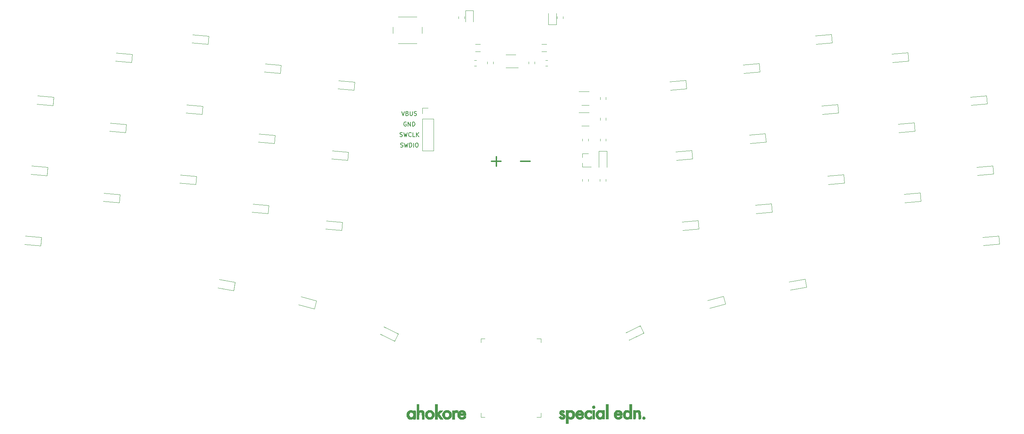
<source format=gto>
G04 #@! TF.GenerationSoftware,KiCad,Pcbnew,(5.1.4-0)*
G04 #@! TF.CreationDate,2021-02-22T17:12:31+11:00*
G04 #@! TF.ProjectId,ahokore,61686f6b-6f72-4652-9e6b-696361645f70,rev?*
G04 #@! TF.SameCoordinates,Original*
G04 #@! TF.FileFunction,Legend,Top*
G04 #@! TF.FilePolarity,Positive*
%FSLAX46Y46*%
G04 Gerber Fmt 4.6, Leading zero omitted, Abs format (unit mm)*
G04 Created by KiCad (PCBNEW (5.1.4-0)) date 2021-02-22 17:12:31*
%MOMM*%
%LPD*%
G04 APERTURE LIST*
%ADD10C,0.300000*%
%ADD11C,0.150000*%
%ADD12C,0.120000*%
%ADD13C,0.010000*%
%ADD14C,0.200000*%
%ADD15C,1.302000*%
%ADD16O,1.302000X1.852000*%
%ADD17R,1.502000X1.102000*%
%ADD18R,1.502000X1.302000*%
%ADD19C,2.352000*%
%ADD20C,1.352000*%
%ADD21C,3.531000*%
%ADD22C,2.134000*%
%ADD23C,1.092600*%
%ADD24C,1.803800*%
%ADD25C,1.077000*%
%ADD26C,2.102000*%
%ADD27C,3.602000*%
%ADD28R,1.626000X0.802000*%
%ADD29R,0.802000X1.626000*%
%ADD30C,1.002000*%
%ADD31R,0.702000X2.552000*%
%ADD32R,0.402000X2.552000*%
%ADD33C,0.752000*%
%ADD34R,1.162000X0.752000*%
%ADD35R,1.002000X0.902000*%
%ADD36O,1.802000X1.802000*%
%ADD37R,1.802000X1.802000*%
%ADD38R,1.302000X1.002000*%
G04 APERTURE END LIST*
D10*
X132357142Y-37714285D02*
X134642857Y-37714285D01*
X125357142Y-37714285D02*
X127642857Y-37714285D01*
X126500000Y-38857142D02*
X126500000Y-36571428D01*
D11*
X103380952Y-34224761D02*
X103523809Y-34272380D01*
X103761904Y-34272380D01*
X103857142Y-34224761D01*
X103904761Y-34177142D01*
X103952380Y-34081904D01*
X103952380Y-33986666D01*
X103904761Y-33891428D01*
X103857142Y-33843809D01*
X103761904Y-33796190D01*
X103571428Y-33748571D01*
X103476190Y-33700952D01*
X103428571Y-33653333D01*
X103380952Y-33558095D01*
X103380952Y-33462857D01*
X103428571Y-33367619D01*
X103476190Y-33320000D01*
X103571428Y-33272380D01*
X103809523Y-33272380D01*
X103952380Y-33320000D01*
X104285714Y-33272380D02*
X104523809Y-34272380D01*
X104714285Y-33558095D01*
X104904761Y-34272380D01*
X105142857Y-33272380D01*
X105523809Y-34272380D02*
X105523809Y-33272380D01*
X105761904Y-33272380D01*
X105904761Y-33320000D01*
X106000000Y-33415238D01*
X106047619Y-33510476D01*
X106095238Y-33700952D01*
X106095238Y-33843809D01*
X106047619Y-34034285D01*
X106000000Y-34129523D01*
X105904761Y-34224761D01*
X105761904Y-34272380D01*
X105523809Y-34272380D01*
X106523809Y-34272380D02*
X106523809Y-33272380D01*
X107190476Y-33272380D02*
X107380952Y-33272380D01*
X107476190Y-33320000D01*
X107571428Y-33415238D01*
X107619047Y-33605714D01*
X107619047Y-33939047D01*
X107571428Y-34129523D01*
X107476190Y-34224761D01*
X107380952Y-34272380D01*
X107190476Y-34272380D01*
X107095238Y-34224761D01*
X107000000Y-34129523D01*
X106952380Y-33939047D01*
X106952380Y-33605714D01*
X107000000Y-33415238D01*
X107095238Y-33320000D01*
X107190476Y-33272380D01*
X103238095Y-31684761D02*
X103380952Y-31732380D01*
X103619047Y-31732380D01*
X103714285Y-31684761D01*
X103761904Y-31637142D01*
X103809523Y-31541904D01*
X103809523Y-31446666D01*
X103761904Y-31351428D01*
X103714285Y-31303809D01*
X103619047Y-31256190D01*
X103428571Y-31208571D01*
X103333333Y-31160952D01*
X103285714Y-31113333D01*
X103238095Y-31018095D01*
X103238095Y-30922857D01*
X103285714Y-30827619D01*
X103333333Y-30780000D01*
X103428571Y-30732380D01*
X103666666Y-30732380D01*
X103809523Y-30780000D01*
X104142857Y-30732380D02*
X104380952Y-31732380D01*
X104571428Y-31018095D01*
X104761904Y-31732380D01*
X105000000Y-30732380D01*
X105952380Y-31637142D02*
X105904761Y-31684761D01*
X105761904Y-31732380D01*
X105666666Y-31732380D01*
X105523809Y-31684761D01*
X105428571Y-31589523D01*
X105380952Y-31494285D01*
X105333333Y-31303809D01*
X105333333Y-31160952D01*
X105380952Y-30970476D01*
X105428571Y-30875238D01*
X105523809Y-30780000D01*
X105666666Y-30732380D01*
X105761904Y-30732380D01*
X105904761Y-30780000D01*
X105952380Y-30827619D01*
X106857142Y-31732380D02*
X106380952Y-31732380D01*
X106380952Y-30732380D01*
X107190476Y-31732380D02*
X107190476Y-30732380D01*
X107761904Y-31732380D02*
X107333333Y-31160952D01*
X107761904Y-30732380D02*
X107190476Y-31303809D01*
X104738095Y-28240000D02*
X104642857Y-28192380D01*
X104500000Y-28192380D01*
X104357142Y-28240000D01*
X104261904Y-28335238D01*
X104214285Y-28430476D01*
X104166666Y-28620952D01*
X104166666Y-28763809D01*
X104214285Y-28954285D01*
X104261904Y-29049523D01*
X104357142Y-29144761D01*
X104500000Y-29192380D01*
X104595238Y-29192380D01*
X104738095Y-29144761D01*
X104785714Y-29097142D01*
X104785714Y-28763809D01*
X104595238Y-28763809D01*
X105214285Y-29192380D02*
X105214285Y-28192380D01*
X105785714Y-29192380D01*
X105785714Y-28192380D01*
X106261904Y-29192380D02*
X106261904Y-28192380D01*
X106500000Y-28192380D01*
X106642857Y-28240000D01*
X106738095Y-28335238D01*
X106785714Y-28430476D01*
X106833333Y-28620952D01*
X106833333Y-28763809D01*
X106785714Y-28954285D01*
X106738095Y-29049523D01*
X106642857Y-29144761D01*
X106500000Y-29192380D01*
X106261904Y-29192380D01*
X103666666Y-25652380D02*
X104000000Y-26652380D01*
X104333333Y-25652380D01*
X105000000Y-26128571D02*
X105142857Y-26176190D01*
X105190476Y-26223809D01*
X105238095Y-26319047D01*
X105238095Y-26461904D01*
X105190476Y-26557142D01*
X105142857Y-26604761D01*
X105047619Y-26652380D01*
X104666666Y-26652380D01*
X104666666Y-25652380D01*
X105000000Y-25652380D01*
X105095238Y-25700000D01*
X105142857Y-25747619D01*
X105190476Y-25842857D01*
X105190476Y-25938095D01*
X105142857Y-26033333D01*
X105095238Y-26080952D01*
X105000000Y-26128571D01*
X104666666Y-26128571D01*
X105666666Y-25652380D02*
X105666666Y-26461904D01*
X105714285Y-26557142D01*
X105761904Y-26604761D01*
X105857142Y-26652380D01*
X106047619Y-26652380D01*
X106142857Y-26604761D01*
X106190476Y-26557142D01*
X106238095Y-26461904D01*
X106238095Y-25652380D01*
X106666666Y-26604761D02*
X106809523Y-26652380D01*
X107047619Y-26652380D01*
X107142857Y-26604761D01*
X107190476Y-26557142D01*
X107238095Y-26461904D01*
X107238095Y-26366666D01*
X107190476Y-26271428D01*
X107142857Y-26223809D01*
X107047619Y-26176190D01*
X106857142Y-26128571D01*
X106761904Y-26080952D01*
X106714285Y-26033333D01*
X106666666Y-25938095D01*
X106666666Y-25842857D01*
X106714285Y-25747619D01*
X106761904Y-25700000D01*
X106857142Y-25652380D01*
X107095238Y-25652380D01*
X107238095Y-25700000D01*
D12*
X128800000Y-15050000D02*
X131750000Y-15050000D01*
X131200000Y-11950000D02*
X128800000Y-11950000D01*
X152960000Y-32758578D02*
X152960000Y-32241422D01*
X151540000Y-32758578D02*
X151540000Y-32241422D01*
X148710000Y-32758578D02*
X148710000Y-32241422D01*
X147290000Y-32758578D02*
X147290000Y-32241422D01*
D13*
G36*
X150088648Y-96719361D02*
G01*
X150184333Y-96774153D01*
X150259987Y-96858531D01*
X150306925Y-96965295D01*
X150315615Y-97074103D01*
X150288398Y-97183171D01*
X150230262Y-97281801D01*
X150146189Y-97359295D01*
X150114696Y-97377843D01*
X150029673Y-97402915D01*
X149928859Y-97405391D01*
X149832074Y-97385563D01*
X149802468Y-97373236D01*
X149711737Y-97307481D01*
X149649174Y-97219145D01*
X149615435Y-97116992D01*
X149611174Y-97009783D01*
X149637048Y-96906280D01*
X149693709Y-96815246D01*
X149756674Y-96760511D01*
X149867292Y-96709739D01*
X149980459Y-96696956D01*
X150088648Y-96719361D01*
X150088648Y-96719361D01*
G37*
X150088648Y-96719361D02*
X150184333Y-96774153D01*
X150259987Y-96858531D01*
X150306925Y-96965295D01*
X150315615Y-97074103D01*
X150288398Y-97183171D01*
X150230262Y-97281801D01*
X150146189Y-97359295D01*
X150114696Y-97377843D01*
X150029673Y-97402915D01*
X149928859Y-97405391D01*
X149832074Y-97385563D01*
X149802468Y-97373236D01*
X149711737Y-97307481D01*
X149649174Y-97219145D01*
X149615435Y-97116992D01*
X149611174Y-97009783D01*
X149637048Y-96906280D01*
X149693709Y-96815246D01*
X149756674Y-96760511D01*
X149867292Y-96709739D01*
X149980459Y-96696956D01*
X150088648Y-96719361D01*
G36*
X160711257Y-97788484D02*
G01*
X160890411Y-97835217D01*
X161037421Y-97908508D01*
X161154655Y-98010400D01*
X161244482Y-98142935D01*
X161307705Y-98302828D01*
X161316773Y-98353217D01*
X161325105Y-98437065D01*
X161332611Y-98548564D01*
X161339197Y-98681905D01*
X161344770Y-98831279D01*
X161349239Y-98990878D01*
X161352510Y-99154892D01*
X161354492Y-99317512D01*
X161355091Y-99472930D01*
X161354216Y-99615337D01*
X161351773Y-99738924D01*
X161347671Y-99837882D01*
X161341816Y-99906402D01*
X161334116Y-99938676D01*
X161333767Y-99939133D01*
X161301773Y-99952670D01*
X161238187Y-99962695D01*
X161153616Y-99969100D01*
X161058663Y-99971780D01*
X160963934Y-99970628D01*
X160880034Y-99965538D01*
X160817567Y-99956404D01*
X160788400Y-99944599D01*
X160780667Y-99924184D01*
X160774492Y-99878040D01*
X160769763Y-99803179D01*
X160766370Y-99696611D01*
X160764201Y-99555347D01*
X160763146Y-99376398D01*
X160763000Y-99260525D01*
X160762427Y-99036294D01*
X160759888Y-98850741D01*
X160754147Y-98700215D01*
X160743969Y-98581067D01*
X160728120Y-98489645D01*
X160705365Y-98422302D01*
X160674471Y-98375386D01*
X160634201Y-98345247D01*
X160583322Y-98328237D01*
X160520599Y-98320704D01*
X160444797Y-98319000D01*
X160444525Y-98319000D01*
X160330544Y-98328898D01*
X160245997Y-98361888D01*
X160182070Y-98422913D01*
X160143425Y-98487870D01*
X160130241Y-98516255D01*
X160119701Y-98545415D01*
X160111449Y-98580365D01*
X160105132Y-98626122D01*
X160100394Y-98687700D01*
X160096881Y-98770116D01*
X160094238Y-98878384D01*
X160092112Y-99017521D01*
X160090147Y-99192542D01*
X160089566Y-99249841D01*
X160086773Y-99456902D01*
X160082928Y-99629679D01*
X160078103Y-99766473D01*
X160072369Y-99865582D01*
X160065796Y-99925305D01*
X160060516Y-99943050D01*
X160029724Y-99955169D01*
X159967269Y-99963919D01*
X159883691Y-99969269D01*
X159789529Y-99971189D01*
X159695321Y-99969649D01*
X159611607Y-99964619D01*
X159548926Y-99956070D01*
X159518400Y-99944600D01*
X159511685Y-99917165D01*
X159505901Y-99852588D01*
X159501038Y-99755911D01*
X159497086Y-99632175D01*
X159494036Y-99486421D01*
X159491878Y-99323691D01*
X159490602Y-99149025D01*
X159490197Y-98967466D01*
X159490655Y-98784053D01*
X159491966Y-98603830D01*
X159494119Y-98431836D01*
X159497105Y-98273113D01*
X159500915Y-98132703D01*
X159505537Y-98015647D01*
X159510963Y-97926985D01*
X159517183Y-97871761D01*
X159522460Y-97855233D01*
X159561431Y-97843115D01*
X159642135Y-97836702D01*
X159764354Y-97836008D01*
X159802918Y-97836766D01*
X159910199Y-97839878D01*
X159982781Y-97844092D01*
X160028299Y-97850826D01*
X160054386Y-97861495D01*
X160068675Y-97877515D01*
X160073323Y-97886920D01*
X160085383Y-97910059D01*
X160101624Y-97918056D01*
X160132104Y-97909757D01*
X160186885Y-97884009D01*
X160213233Y-97870875D01*
X160389235Y-97803282D01*
X160563555Y-97777614D01*
X160711257Y-97788484D01*
X160711257Y-97788484D01*
G37*
X160711257Y-97788484D02*
X160890411Y-97835217D01*
X161037421Y-97908508D01*
X161154655Y-98010400D01*
X161244482Y-98142935D01*
X161307705Y-98302828D01*
X161316773Y-98353217D01*
X161325105Y-98437065D01*
X161332611Y-98548564D01*
X161339197Y-98681905D01*
X161344770Y-98831279D01*
X161349239Y-98990878D01*
X161352510Y-99154892D01*
X161354492Y-99317512D01*
X161355091Y-99472930D01*
X161354216Y-99615337D01*
X161351773Y-99738924D01*
X161347671Y-99837882D01*
X161341816Y-99906402D01*
X161334116Y-99938676D01*
X161333767Y-99939133D01*
X161301773Y-99952670D01*
X161238187Y-99962695D01*
X161153616Y-99969100D01*
X161058663Y-99971780D01*
X160963934Y-99970628D01*
X160880034Y-99965538D01*
X160817567Y-99956404D01*
X160788400Y-99944599D01*
X160780667Y-99924184D01*
X160774492Y-99878040D01*
X160769763Y-99803179D01*
X160766370Y-99696611D01*
X160764201Y-99555347D01*
X160763146Y-99376398D01*
X160763000Y-99260525D01*
X160762427Y-99036294D01*
X160759888Y-98850741D01*
X160754147Y-98700215D01*
X160743969Y-98581067D01*
X160728120Y-98489645D01*
X160705365Y-98422302D01*
X160674471Y-98375386D01*
X160634201Y-98345247D01*
X160583322Y-98328237D01*
X160520599Y-98320704D01*
X160444797Y-98319000D01*
X160444525Y-98319000D01*
X160330544Y-98328898D01*
X160245997Y-98361888D01*
X160182070Y-98422913D01*
X160143425Y-98487870D01*
X160130241Y-98516255D01*
X160119701Y-98545415D01*
X160111449Y-98580365D01*
X160105132Y-98626122D01*
X160100394Y-98687700D01*
X160096881Y-98770116D01*
X160094238Y-98878384D01*
X160092112Y-99017521D01*
X160090147Y-99192542D01*
X160089566Y-99249841D01*
X160086773Y-99456902D01*
X160082928Y-99629679D01*
X160078103Y-99766473D01*
X160072369Y-99865582D01*
X160065796Y-99925305D01*
X160060516Y-99943050D01*
X160029724Y-99955169D01*
X159967269Y-99963919D01*
X159883691Y-99969269D01*
X159789529Y-99971189D01*
X159695321Y-99969649D01*
X159611607Y-99964619D01*
X159548926Y-99956070D01*
X159518400Y-99944600D01*
X159511685Y-99917165D01*
X159505901Y-99852588D01*
X159501038Y-99755911D01*
X159497086Y-99632175D01*
X159494036Y-99486421D01*
X159491878Y-99323691D01*
X159490602Y-99149025D01*
X159490197Y-98967466D01*
X159490655Y-98784053D01*
X159491966Y-98603830D01*
X159494119Y-98431836D01*
X159497105Y-98273113D01*
X159500915Y-98132703D01*
X159505537Y-98015647D01*
X159510963Y-97926985D01*
X159517183Y-97871761D01*
X159522460Y-97855233D01*
X159561431Y-97843115D01*
X159642135Y-97836702D01*
X159764354Y-97836008D01*
X159802918Y-97836766D01*
X159910199Y-97839878D01*
X159982781Y-97844092D01*
X160028299Y-97850826D01*
X160054386Y-97861495D01*
X160068675Y-97877515D01*
X160073323Y-97886920D01*
X160085383Y-97910059D01*
X160101624Y-97918056D01*
X160132104Y-97909757D01*
X160186885Y-97884009D01*
X160213233Y-97870875D01*
X160389235Y-97803282D01*
X160563555Y-97777614D01*
X160711257Y-97788484D01*
G36*
X153492250Y-99959416D02*
G01*
X153221954Y-99965343D01*
X153102718Y-99966841D01*
X153020372Y-99964949D01*
X152969579Y-99959264D01*
X152945004Y-99949385D01*
X152941322Y-99944177D01*
X152939811Y-99919331D01*
X152938495Y-99855307D01*
X152937381Y-99755261D01*
X152936479Y-99622346D01*
X152935795Y-99459719D01*
X152935340Y-99270534D01*
X152935121Y-99057946D01*
X152935148Y-98825111D01*
X152935428Y-98575182D01*
X152935970Y-98311316D01*
X152936450Y-98139083D01*
X152941916Y-96361083D01*
X153492250Y-96361083D01*
X153492250Y-99959416D01*
X153492250Y-99959416D01*
G37*
X153492250Y-99959416D02*
X153221954Y-99965343D01*
X153102718Y-99966841D01*
X153020372Y-99964949D01*
X152969579Y-99959264D01*
X152945004Y-99949385D01*
X152941322Y-99944177D01*
X152939811Y-99919331D01*
X152938495Y-99855307D01*
X152937381Y-99755261D01*
X152936479Y-99622346D01*
X152935795Y-99459719D01*
X152935340Y-99270534D01*
X152935121Y-99057946D01*
X152935148Y-98825111D01*
X152935428Y-98575182D01*
X152935970Y-98311316D01*
X152936450Y-98139083D01*
X152941916Y-96361083D01*
X153492250Y-96361083D01*
X153492250Y-99959416D01*
G36*
X150232583Y-99959416D02*
G01*
X149962287Y-99965343D01*
X149843039Y-99966840D01*
X149760682Y-99964947D01*
X149709879Y-99959259D01*
X149685293Y-99949376D01*
X149681611Y-99944177D01*
X149679662Y-99918197D01*
X149678054Y-99854075D01*
X149676805Y-99756001D01*
X149675934Y-99628166D01*
X149675461Y-99474761D01*
X149675405Y-99299975D01*
X149675785Y-99107999D01*
X149676619Y-98903022D01*
X149676740Y-98879916D01*
X149682250Y-97842750D01*
X150232583Y-97842750D01*
X150232583Y-99959416D01*
X150232583Y-99959416D01*
G37*
X150232583Y-99959416D02*
X149962287Y-99965343D01*
X149843039Y-99966840D01*
X149760682Y-99964947D01*
X149709879Y-99959259D01*
X149685293Y-99949376D01*
X149681611Y-99944177D01*
X149679662Y-99918197D01*
X149678054Y-99854075D01*
X149676805Y-99756001D01*
X149675934Y-99628166D01*
X149675461Y-99474761D01*
X149675405Y-99299975D01*
X149675785Y-99107999D01*
X149676619Y-98903022D01*
X149676740Y-98879916D01*
X149682250Y-97842750D01*
X150232583Y-97842750D01*
X150232583Y-99959416D01*
G36*
X162181958Y-99363478D02*
G01*
X162275554Y-99413684D01*
X162349882Y-99489343D01*
X162365939Y-99514916D01*
X162406407Y-99621865D01*
X162406339Y-99729599D01*
X162370164Y-99835518D01*
X162303492Y-99929908D01*
X162214506Y-99993188D01*
X162111453Y-100022528D01*
X162002579Y-100015099D01*
X161928405Y-99987073D01*
X161828149Y-99914743D01*
X161762500Y-99824313D01*
X161731916Y-99722704D01*
X161736854Y-99616837D01*
X161777775Y-99513631D01*
X161855135Y-99420008D01*
X161889014Y-99392188D01*
X161978344Y-99350067D01*
X162079440Y-99341385D01*
X162181958Y-99363478D01*
X162181958Y-99363478D01*
G37*
X162181958Y-99363478D02*
X162275554Y-99413684D01*
X162349882Y-99489343D01*
X162365939Y-99514916D01*
X162406407Y-99621865D01*
X162406339Y-99729599D01*
X162370164Y-99835518D01*
X162303492Y-99929908D01*
X162214506Y-99993188D01*
X162111453Y-100022528D01*
X162002579Y-100015099D01*
X161928405Y-99987073D01*
X161828149Y-99914743D01*
X161762500Y-99824313D01*
X161731916Y-99722704D01*
X161736854Y-99616837D01*
X161777775Y-99513631D01*
X161855135Y-99420008D01*
X161889014Y-99392188D01*
X161978344Y-99350067D01*
X162079440Y-99341385D01*
X162181958Y-99363478D01*
G36*
X158924476Y-96355121D02*
G01*
X159186083Y-96361083D01*
X159191907Y-98117916D01*
X159192664Y-98387898D01*
X159193120Y-98646347D01*
X159193286Y-98890038D01*
X159193172Y-99115748D01*
X159192789Y-99320252D01*
X159192145Y-99500327D01*
X159191252Y-99652749D01*
X159190119Y-99774295D01*
X159188758Y-99861740D01*
X159187177Y-99911860D01*
X159186212Y-99922375D01*
X159179551Y-99942271D01*
X159166110Y-99955679D01*
X159138601Y-99963877D01*
X159089736Y-99968144D01*
X159012228Y-99969758D01*
X158914746Y-99970000D01*
X158792705Y-99968572D01*
X158706874Y-99963133D01*
X158651192Y-99951948D01*
X158619597Y-99933283D01*
X158606026Y-99905405D01*
X158604000Y-99881100D01*
X158599134Y-99850186D01*
X158579746Y-99847989D01*
X158538648Y-99874819D01*
X158526206Y-99884469D01*
X158425688Y-99942741D01*
X158296580Y-99986675D01*
X158150872Y-100013992D01*
X158000557Y-100022409D01*
X157863166Y-100010611D01*
X157709996Y-99967117D01*
X157556335Y-99892335D01*
X157417373Y-99794301D01*
X157367059Y-99748138D01*
X157231458Y-99585163D01*
X157132525Y-99403453D01*
X157069729Y-99201505D01*
X157042542Y-98977816D01*
X157042922Y-98903447D01*
X157630333Y-98903447D01*
X157646492Y-99073407D01*
X157693957Y-99218501D01*
X157771211Y-99336475D01*
X157876734Y-99425070D01*
X158009010Y-99482031D01*
X158021916Y-99485463D01*
X158104129Y-99493822D01*
X158204192Y-99486619D01*
X158301502Y-99465993D01*
X158340056Y-99452426D01*
X158428593Y-99396654D01*
X158512191Y-99309419D01*
X158580878Y-99201286D01*
X158585063Y-99192808D01*
X158611481Y-99128323D01*
X158626611Y-99060837D01*
X158633095Y-98975165D01*
X158633936Y-98911846D01*
X158620632Y-98745084D01*
X158579458Y-98606957D01*
X158508654Y-98492777D01*
X158456069Y-98438148D01*
X158358266Y-98368379D01*
X158249927Y-98330522D01*
X158120287Y-98321223D01*
X158085790Y-98322805D01*
X157946698Y-98350295D01*
X157830599Y-98412152D01*
X157739271Y-98506109D01*
X157674492Y-98629899D01*
X157638041Y-98781252D01*
X157630333Y-98903447D01*
X157042922Y-98903447D01*
X157043307Y-98828169D01*
X157068214Y-98611433D01*
X157122516Y-98421178D01*
X157209061Y-98250912D01*
X157330696Y-98094139D01*
X157393102Y-98030595D01*
X157539745Y-97917761D01*
X157705111Y-97838296D01*
X157882295Y-97792753D01*
X158064392Y-97781684D01*
X158244497Y-97805642D01*
X158415705Y-97865181D01*
X158541431Y-97938662D01*
X158604000Y-97983215D01*
X158604000Y-97190616D01*
X158604242Y-96980324D01*
X158605061Y-96808607D01*
X158606592Y-96671709D01*
X158608969Y-96565875D01*
X158612328Y-96487347D01*
X158616805Y-96432370D01*
X158622534Y-96397189D01*
X158629651Y-96378047D01*
X158633434Y-96373588D01*
X158671754Y-96361676D01*
X158751561Y-96355222D01*
X158873068Y-96354214D01*
X158924476Y-96355121D01*
X158924476Y-96355121D01*
G37*
X158924476Y-96355121D02*
X159186083Y-96361083D01*
X159191907Y-98117916D01*
X159192664Y-98387898D01*
X159193120Y-98646347D01*
X159193286Y-98890038D01*
X159193172Y-99115748D01*
X159192789Y-99320252D01*
X159192145Y-99500327D01*
X159191252Y-99652749D01*
X159190119Y-99774295D01*
X159188758Y-99861740D01*
X159187177Y-99911860D01*
X159186212Y-99922375D01*
X159179551Y-99942271D01*
X159166110Y-99955679D01*
X159138601Y-99963877D01*
X159089736Y-99968144D01*
X159012228Y-99969758D01*
X158914746Y-99970000D01*
X158792705Y-99968572D01*
X158706874Y-99963133D01*
X158651192Y-99951948D01*
X158619597Y-99933283D01*
X158606026Y-99905405D01*
X158604000Y-99881100D01*
X158599134Y-99850186D01*
X158579746Y-99847989D01*
X158538648Y-99874819D01*
X158526206Y-99884469D01*
X158425688Y-99942741D01*
X158296580Y-99986675D01*
X158150872Y-100013992D01*
X158000557Y-100022409D01*
X157863166Y-100010611D01*
X157709996Y-99967117D01*
X157556335Y-99892335D01*
X157417373Y-99794301D01*
X157367059Y-99748138D01*
X157231458Y-99585163D01*
X157132525Y-99403453D01*
X157069729Y-99201505D01*
X157042542Y-98977816D01*
X157042922Y-98903447D01*
X157630333Y-98903447D01*
X157646492Y-99073407D01*
X157693957Y-99218501D01*
X157771211Y-99336475D01*
X157876734Y-99425070D01*
X158009010Y-99482031D01*
X158021916Y-99485463D01*
X158104129Y-99493822D01*
X158204192Y-99486619D01*
X158301502Y-99465993D01*
X158340056Y-99452426D01*
X158428593Y-99396654D01*
X158512191Y-99309419D01*
X158580878Y-99201286D01*
X158585063Y-99192808D01*
X158611481Y-99128323D01*
X158626611Y-99060837D01*
X158633095Y-98975165D01*
X158633936Y-98911846D01*
X158620632Y-98745084D01*
X158579458Y-98606957D01*
X158508654Y-98492777D01*
X158456069Y-98438148D01*
X158358266Y-98368379D01*
X158249927Y-98330522D01*
X158120287Y-98321223D01*
X158085790Y-98322805D01*
X157946698Y-98350295D01*
X157830599Y-98412152D01*
X157739271Y-98506109D01*
X157674492Y-98629899D01*
X157638041Y-98781252D01*
X157630333Y-98903447D01*
X157042922Y-98903447D01*
X157043307Y-98828169D01*
X157068214Y-98611433D01*
X157122516Y-98421178D01*
X157209061Y-98250912D01*
X157330696Y-98094139D01*
X157393102Y-98030595D01*
X157539745Y-97917761D01*
X157705111Y-97838296D01*
X157882295Y-97792753D01*
X158064392Y-97781684D01*
X158244497Y-97805642D01*
X158415705Y-97865181D01*
X158541431Y-97938662D01*
X158604000Y-97983215D01*
X158604000Y-97190616D01*
X158604242Y-96980324D01*
X158605061Y-96808607D01*
X158606592Y-96671709D01*
X158608969Y-96565875D01*
X158612328Y-96487347D01*
X158616805Y-96432370D01*
X158622534Y-96397189D01*
X158629651Y-96378047D01*
X158633434Y-96373588D01*
X158671754Y-96361676D01*
X158751561Y-96355222D01*
X158873068Y-96354214D01*
X158924476Y-96355121D01*
G36*
X156160659Y-97809761D02*
G01*
X156334415Y-97868024D01*
X156486760Y-97955818D01*
X156511662Y-97975015D01*
X156642137Y-98098444D01*
X156743473Y-98237063D01*
X156818383Y-98396635D01*
X156869580Y-98582920D01*
X156899511Y-98798628D01*
X156906795Y-98868178D01*
X156912476Y-98924260D01*
X156912591Y-98968310D01*
X156903180Y-99001763D01*
X156880280Y-99026056D01*
X156839930Y-99042626D01*
X156778169Y-99052907D01*
X156691035Y-99058337D01*
X156574566Y-99060351D01*
X156424802Y-99060386D01*
X156237781Y-99059877D01*
X156178990Y-99059833D01*
X155983893Y-99059737D01*
X155827204Y-99059942D01*
X155705002Y-99061191D01*
X155613365Y-99064222D01*
X155548371Y-99069779D01*
X155506097Y-99078601D01*
X155482620Y-99091429D01*
X155474020Y-99109005D01*
X155476374Y-99132068D01*
X155485759Y-99161362D01*
X155495423Y-99188966D01*
X155556712Y-99311658D01*
X155646606Y-99404272D01*
X155761683Y-99464416D01*
X155898520Y-99489697D01*
X155926416Y-99490361D01*
X156039151Y-99480624D01*
X156134306Y-99447939D01*
X156220883Y-99387095D01*
X156307886Y-99292880D01*
X156340281Y-99250819D01*
X156391045Y-99184261D01*
X156432483Y-99133103D01*
X156458182Y-99105129D01*
X156462754Y-99102166D01*
X156484871Y-99111875D01*
X156536157Y-99138289D01*
X156608898Y-99177338D01*
X156692677Y-99223449D01*
X156792592Y-99281923D01*
X156864348Y-99330085D01*
X156903970Y-99365108D01*
X156910666Y-99378570D01*
X156895389Y-99430536D01*
X156853871Y-99501749D01*
X156792582Y-99584584D01*
X156717991Y-99671416D01*
X156636566Y-99754618D01*
X156554779Y-99826565D01*
X156492452Y-99871518D01*
X156353176Y-99940112D01*
X156188481Y-99990236D01*
X156012154Y-100019399D01*
X155837979Y-100025110D01*
X155714750Y-100012092D01*
X155509152Y-99955538D01*
X155328610Y-99865342D01*
X155174785Y-99743144D01*
X155049338Y-99590585D01*
X154953933Y-99409306D01*
X154890230Y-99200948D01*
X154889481Y-99197416D01*
X154859973Y-98975096D01*
X154864599Y-98758812D01*
X154900439Y-98559122D01*
X155513666Y-98559122D01*
X155533719Y-98563555D01*
X155589425Y-98567403D01*
X155674104Y-98570420D01*
X155781079Y-98572366D01*
X155894666Y-98573000D01*
X156042890Y-98572098D01*
X156151948Y-98569258D01*
X156224971Y-98564281D01*
X156265091Y-98556963D01*
X156275666Y-98548539D01*
X156259800Y-98505940D01*
X156219472Y-98452108D01*
X156165590Y-98399075D01*
X156109062Y-98358870D01*
X156099037Y-98353728D01*
X156003044Y-98326105D01*
X155889856Y-98319894D01*
X155778584Y-98334736D01*
X155704549Y-98361137D01*
X155651548Y-98396337D01*
X155595827Y-98445547D01*
X155547910Y-98497853D01*
X155518320Y-98542339D01*
X155513666Y-98559122D01*
X154900439Y-98559122D01*
X154901502Y-98553200D01*
X154968825Y-98362898D01*
X155064711Y-98192541D01*
X155187301Y-98046766D01*
X155334738Y-97930211D01*
X155415071Y-97885376D01*
X155592699Y-97818835D01*
X155781624Y-97784498D01*
X155973670Y-97781696D01*
X156160659Y-97809761D01*
X156160659Y-97809761D01*
G37*
X156160659Y-97809761D02*
X156334415Y-97868024D01*
X156486760Y-97955818D01*
X156511662Y-97975015D01*
X156642137Y-98098444D01*
X156743473Y-98237063D01*
X156818383Y-98396635D01*
X156869580Y-98582920D01*
X156899511Y-98798628D01*
X156906795Y-98868178D01*
X156912476Y-98924260D01*
X156912591Y-98968310D01*
X156903180Y-99001763D01*
X156880280Y-99026056D01*
X156839930Y-99042626D01*
X156778169Y-99052907D01*
X156691035Y-99058337D01*
X156574566Y-99060351D01*
X156424802Y-99060386D01*
X156237781Y-99059877D01*
X156178990Y-99059833D01*
X155983893Y-99059737D01*
X155827204Y-99059942D01*
X155705002Y-99061191D01*
X155613365Y-99064222D01*
X155548371Y-99069779D01*
X155506097Y-99078601D01*
X155482620Y-99091429D01*
X155474020Y-99109005D01*
X155476374Y-99132068D01*
X155485759Y-99161362D01*
X155495423Y-99188966D01*
X155556712Y-99311658D01*
X155646606Y-99404272D01*
X155761683Y-99464416D01*
X155898520Y-99489697D01*
X155926416Y-99490361D01*
X156039151Y-99480624D01*
X156134306Y-99447939D01*
X156220883Y-99387095D01*
X156307886Y-99292880D01*
X156340281Y-99250819D01*
X156391045Y-99184261D01*
X156432483Y-99133103D01*
X156458182Y-99105129D01*
X156462754Y-99102166D01*
X156484871Y-99111875D01*
X156536157Y-99138289D01*
X156608898Y-99177338D01*
X156692677Y-99223449D01*
X156792592Y-99281923D01*
X156864348Y-99330085D01*
X156903970Y-99365108D01*
X156910666Y-99378570D01*
X156895389Y-99430536D01*
X156853871Y-99501749D01*
X156792582Y-99584584D01*
X156717991Y-99671416D01*
X156636566Y-99754618D01*
X156554779Y-99826565D01*
X156492452Y-99871518D01*
X156353176Y-99940112D01*
X156188481Y-99990236D01*
X156012154Y-100019399D01*
X155837979Y-100025110D01*
X155714750Y-100012092D01*
X155509152Y-99955538D01*
X155328610Y-99865342D01*
X155174785Y-99743144D01*
X155049338Y-99590585D01*
X154953933Y-99409306D01*
X154890230Y-99200948D01*
X154889481Y-99197416D01*
X154859973Y-98975096D01*
X154864599Y-98758812D01*
X154900439Y-98559122D01*
X155513666Y-98559122D01*
X155533719Y-98563555D01*
X155589425Y-98567403D01*
X155674104Y-98570420D01*
X155781079Y-98572366D01*
X155894666Y-98573000D01*
X156042890Y-98572098D01*
X156151948Y-98569258D01*
X156224971Y-98564281D01*
X156265091Y-98556963D01*
X156275666Y-98548539D01*
X156259800Y-98505940D01*
X156219472Y-98452108D01*
X156165590Y-98399075D01*
X156109062Y-98358870D01*
X156099037Y-98353728D01*
X156003044Y-98326105D01*
X155889856Y-98319894D01*
X155778584Y-98334736D01*
X155704549Y-98361137D01*
X155651548Y-98396337D01*
X155595827Y-98445547D01*
X155547910Y-98497853D01*
X155518320Y-98542339D01*
X155513666Y-98559122D01*
X154900439Y-98559122D01*
X154901502Y-98553200D01*
X154968825Y-98362898D01*
X155064711Y-98192541D01*
X155187301Y-98046766D01*
X155334738Y-97930211D01*
X155415071Y-97885376D01*
X155592699Y-97818835D01*
X155781624Y-97784498D01*
X155973670Y-97781696D01*
X156160659Y-97809761D01*
G36*
X151645574Y-97798933D02*
G01*
X151817115Y-97852888D01*
X151956376Y-97929818D01*
X152031750Y-97981224D01*
X152052916Y-97842750D01*
X152603250Y-97842750D01*
X152603250Y-99959416D01*
X152052916Y-99959416D01*
X152039734Y-99822952D01*
X151959132Y-99876292D01*
X151795315Y-99960408D01*
X151615161Y-100010089D01*
X151429143Y-100023411D01*
X151267671Y-100003251D01*
X151074918Y-99939048D01*
X150904564Y-99840708D01*
X150758919Y-99711358D01*
X150640290Y-99554124D01*
X150550988Y-99372131D01*
X150493322Y-99168506D01*
X150469601Y-98946376D01*
X150469175Y-98922250D01*
X150470303Y-98885965D01*
X151054570Y-98885965D01*
X151067467Y-99036757D01*
X151076342Y-99076137D01*
X151131461Y-99225741D01*
X151211292Y-99345823D01*
X151313062Y-99433212D01*
X151433677Y-99484655D01*
X151524414Y-99494541D01*
X151630392Y-99487551D01*
X151729825Y-99466026D01*
X151775768Y-99447878D01*
X151893018Y-99366352D01*
X151980439Y-99255608D01*
X152037145Y-99117320D01*
X152062252Y-98953162D01*
X152063500Y-98903447D01*
X152047790Y-98730610D01*
X152000498Y-98585698D01*
X151921378Y-98468175D01*
X151828068Y-98388851D01*
X151733780Y-98346339D01*
X151618029Y-98323112D01*
X151497964Y-98321092D01*
X151396077Y-98340388D01*
X151283625Y-98398750D01*
X151190253Y-98489380D01*
X151118958Y-98605386D01*
X151072732Y-98739878D01*
X151054570Y-98885965D01*
X150470303Y-98885965D01*
X150474604Y-98747700D01*
X150496595Y-98597738D01*
X150538283Y-98456805D01*
X150585361Y-98345538D01*
X150684153Y-98179823D01*
X150809455Y-98040603D01*
X150955894Y-97929507D01*
X151118097Y-97848162D01*
X151290693Y-97798199D01*
X151468310Y-97781247D01*
X151645574Y-97798933D01*
X151645574Y-97798933D01*
G37*
X151645574Y-97798933D02*
X151817115Y-97852888D01*
X151956376Y-97929818D01*
X152031750Y-97981224D01*
X152052916Y-97842750D01*
X152603250Y-97842750D01*
X152603250Y-99959416D01*
X152052916Y-99959416D01*
X152039734Y-99822952D01*
X151959132Y-99876292D01*
X151795315Y-99960408D01*
X151615161Y-100010089D01*
X151429143Y-100023411D01*
X151267671Y-100003251D01*
X151074918Y-99939048D01*
X150904564Y-99840708D01*
X150758919Y-99711358D01*
X150640290Y-99554124D01*
X150550988Y-99372131D01*
X150493322Y-99168506D01*
X150469601Y-98946376D01*
X150469175Y-98922250D01*
X150470303Y-98885965D01*
X151054570Y-98885965D01*
X151067467Y-99036757D01*
X151076342Y-99076137D01*
X151131461Y-99225741D01*
X151211292Y-99345823D01*
X151313062Y-99433212D01*
X151433677Y-99484655D01*
X151524414Y-99494541D01*
X151630392Y-99487551D01*
X151729825Y-99466026D01*
X151775768Y-99447878D01*
X151893018Y-99366352D01*
X151980439Y-99255608D01*
X152037145Y-99117320D01*
X152062252Y-98953162D01*
X152063500Y-98903447D01*
X152047790Y-98730610D01*
X152000498Y-98585698D01*
X151921378Y-98468175D01*
X151828068Y-98388851D01*
X151733780Y-98346339D01*
X151618029Y-98323112D01*
X151497964Y-98321092D01*
X151396077Y-98340388D01*
X151283625Y-98398750D01*
X151190253Y-98489380D01*
X151118958Y-98605386D01*
X151072732Y-98739878D01*
X151054570Y-98885965D01*
X150470303Y-98885965D01*
X150474604Y-98747700D01*
X150496595Y-98597738D01*
X150538283Y-98456805D01*
X150585361Y-98345538D01*
X150684153Y-98179823D01*
X150809455Y-98040603D01*
X150955894Y-97929507D01*
X151118097Y-97848162D01*
X151290693Y-97798199D01*
X151468310Y-97781247D01*
X151645574Y-97798933D01*
G36*
X149104985Y-97799318D02*
G01*
X149316642Y-97856929D01*
X149391208Y-97886936D01*
X149502333Y-97935670D01*
X149502333Y-98286749D01*
X149501637Y-98432287D01*
X149498068Y-98538402D01*
X149489405Y-98608000D01*
X149473425Y-98643987D01*
X149447907Y-98649268D01*
X149410629Y-98626750D01*
X149359369Y-98579338D01*
X149314061Y-98532979D01*
X149207513Y-98434064D01*
X149107164Y-98368920D01*
X149002375Y-98332475D01*
X148882509Y-98319657D01*
X148866197Y-98319464D01*
X148718043Y-98338287D01*
X148587448Y-98393060D01*
X148478274Y-98479681D01*
X148394381Y-98594043D01*
X148339632Y-98732044D01*
X148317886Y-98889577D01*
X148317691Y-98902533D01*
X148334514Y-99063860D01*
X148384835Y-99204782D01*
X148465139Y-99321616D01*
X148571912Y-99410681D01*
X148701641Y-99468295D01*
X148850811Y-99490774D01*
X148879125Y-99490812D01*
X148999796Y-99476438D01*
X149108591Y-99435544D01*
X149214545Y-99363523D01*
X149314323Y-99268935D01*
X149376306Y-99205630D01*
X149422946Y-99165880D01*
X149456416Y-99152520D01*
X149478890Y-99168387D01*
X149492541Y-99216316D01*
X149499541Y-99299144D01*
X149502064Y-99419705D01*
X149502333Y-99514290D01*
X149502333Y-99858385D01*
X149380625Y-99912448D01*
X149299140Y-99946073D01*
X149218362Y-99975334D01*
X149174250Y-99988797D01*
X149067667Y-100008566D01*
X148939459Y-100020277D01*
X148809533Y-100022918D01*
X148697794Y-100015481D01*
X148685029Y-100013624D01*
X148473023Y-99959673D01*
X148279048Y-99869587D01*
X148107100Y-99746719D01*
X147961176Y-99594419D01*
X147845274Y-99416040D01*
X147774656Y-99250333D01*
X147746914Y-99128106D01*
X147734122Y-98981648D01*
X147736080Y-98826260D01*
X147752587Y-98677238D01*
X147783441Y-98549883D01*
X147783881Y-98548598D01*
X147871682Y-98354225D01*
X147990398Y-98184996D01*
X148135620Y-98042727D01*
X148302939Y-97929234D01*
X148487944Y-97846331D01*
X148686226Y-97795834D01*
X148893376Y-97779558D01*
X149104985Y-97799318D01*
X149104985Y-97799318D01*
G37*
X149104985Y-97799318D02*
X149316642Y-97856929D01*
X149391208Y-97886936D01*
X149502333Y-97935670D01*
X149502333Y-98286749D01*
X149501637Y-98432287D01*
X149498068Y-98538402D01*
X149489405Y-98608000D01*
X149473425Y-98643987D01*
X149447907Y-98649268D01*
X149410629Y-98626750D01*
X149359369Y-98579338D01*
X149314061Y-98532979D01*
X149207513Y-98434064D01*
X149107164Y-98368920D01*
X149002375Y-98332475D01*
X148882509Y-98319657D01*
X148866197Y-98319464D01*
X148718043Y-98338287D01*
X148587448Y-98393060D01*
X148478274Y-98479681D01*
X148394381Y-98594043D01*
X148339632Y-98732044D01*
X148317886Y-98889577D01*
X148317691Y-98902533D01*
X148334514Y-99063860D01*
X148384835Y-99204782D01*
X148465139Y-99321616D01*
X148571912Y-99410681D01*
X148701641Y-99468295D01*
X148850811Y-99490774D01*
X148879125Y-99490812D01*
X148999796Y-99476438D01*
X149108591Y-99435544D01*
X149214545Y-99363523D01*
X149314323Y-99268935D01*
X149376306Y-99205630D01*
X149422946Y-99165880D01*
X149456416Y-99152520D01*
X149478890Y-99168387D01*
X149492541Y-99216316D01*
X149499541Y-99299144D01*
X149502064Y-99419705D01*
X149502333Y-99514290D01*
X149502333Y-99858385D01*
X149380625Y-99912448D01*
X149299140Y-99946073D01*
X149218362Y-99975334D01*
X149174250Y-99988797D01*
X149067667Y-100008566D01*
X148939459Y-100020277D01*
X148809533Y-100022918D01*
X148697794Y-100015481D01*
X148685029Y-100013624D01*
X148473023Y-99959673D01*
X148279048Y-99869587D01*
X148107100Y-99746719D01*
X147961176Y-99594419D01*
X147845274Y-99416040D01*
X147774656Y-99250333D01*
X147746914Y-99128106D01*
X147734122Y-98981648D01*
X147736080Y-98826260D01*
X147752587Y-98677238D01*
X147783441Y-98549883D01*
X147783881Y-98548598D01*
X147871682Y-98354225D01*
X147990398Y-98184996D01*
X148135620Y-98042727D01*
X148302939Y-97929234D01*
X148487944Y-97846331D01*
X148686226Y-97795834D01*
X148893376Y-97779558D01*
X149104985Y-97799318D01*
G36*
X146780245Y-97796030D02*
G01*
X146964394Y-97842030D01*
X147127605Y-97921482D01*
X147274286Y-98036055D01*
X147294814Y-98056053D01*
X147407959Y-98197216D01*
X147496909Y-98366591D01*
X147558683Y-98555756D01*
X147590303Y-98756291D01*
X147592912Y-98898611D01*
X147586750Y-99049250D01*
X146872375Y-99054823D01*
X146703266Y-99056661D01*
X146548444Y-99059344D01*
X146412784Y-99062708D01*
X146301165Y-99066591D01*
X146218466Y-99070831D01*
X146169563Y-99075265D01*
X146158000Y-99078620D01*
X146164548Y-99108108D01*
X146181100Y-99161559D01*
X146190657Y-99189463D01*
X146253740Y-99309083D01*
X146345543Y-99401876D01*
X146459292Y-99464089D01*
X146588214Y-99491968D01*
X146720187Y-99482902D01*
X146815652Y-99452988D01*
X146899058Y-99402153D01*
X146978857Y-99323796D01*
X147058401Y-99218761D01*
X147101402Y-99159729D01*
X147136428Y-99117790D01*
X147155623Y-99102166D01*
X147181572Y-99112235D01*
X147234624Y-99138985D01*
X147305633Y-99177232D01*
X147385454Y-99221792D01*
X147464940Y-99267479D01*
X147534945Y-99309110D01*
X147586324Y-99341500D01*
X147609931Y-99359465D01*
X147610188Y-99359842D01*
X147609033Y-99395038D01*
X147581778Y-99451852D01*
X147533868Y-99523671D01*
X147470747Y-99603880D01*
X147397862Y-99685865D01*
X147320655Y-99763012D01*
X147244573Y-99828707D01*
X147194867Y-99864358D01*
X147039322Y-99942261D01*
X146859260Y-99995520D01*
X146665994Y-100022038D01*
X146470834Y-100019722D01*
X146401416Y-100011292D01*
X146225082Y-99964002D01*
X146056110Y-99880558D01*
X145903149Y-99767120D01*
X145774849Y-99629846D01*
X145697302Y-99509892D01*
X145634561Y-99376952D01*
X145592654Y-99248639D01*
X145568517Y-99111270D01*
X145559090Y-98951159D01*
X145558686Y-98890500D01*
X145560617Y-98772612D01*
X145566877Y-98682544D01*
X145579490Y-98605848D01*
X145588354Y-98573000D01*
X146197939Y-98573000D01*
X146984587Y-98573000D01*
X146953053Y-98512021D01*
X146893304Y-98431389D01*
X146811744Y-98366411D01*
X146723967Y-98329259D01*
X146717104Y-98327846D01*
X146583946Y-98319467D01*
X146457899Y-98342330D01*
X146347795Y-98393146D01*
X146262465Y-98468630D01*
X146236178Y-98506832D01*
X146197939Y-98573000D01*
X145588354Y-98573000D01*
X145600479Y-98528072D01*
X145616175Y-98480048D01*
X145703300Y-98278883D01*
X145816402Y-98110899D01*
X145954618Y-97976728D01*
X146117082Y-97877003D01*
X146302931Y-97812357D01*
X146511301Y-97783420D01*
X146570750Y-97781814D01*
X146780245Y-97796030D01*
X146780245Y-97796030D01*
G37*
X146780245Y-97796030D02*
X146964394Y-97842030D01*
X147127605Y-97921482D01*
X147274286Y-98036055D01*
X147294814Y-98056053D01*
X147407959Y-98197216D01*
X147496909Y-98366591D01*
X147558683Y-98555756D01*
X147590303Y-98756291D01*
X147592912Y-98898611D01*
X147586750Y-99049250D01*
X146872375Y-99054823D01*
X146703266Y-99056661D01*
X146548444Y-99059344D01*
X146412784Y-99062708D01*
X146301165Y-99066591D01*
X146218466Y-99070831D01*
X146169563Y-99075265D01*
X146158000Y-99078620D01*
X146164548Y-99108108D01*
X146181100Y-99161559D01*
X146190657Y-99189463D01*
X146253740Y-99309083D01*
X146345543Y-99401876D01*
X146459292Y-99464089D01*
X146588214Y-99491968D01*
X146720187Y-99482902D01*
X146815652Y-99452988D01*
X146899058Y-99402153D01*
X146978857Y-99323796D01*
X147058401Y-99218761D01*
X147101402Y-99159729D01*
X147136428Y-99117790D01*
X147155623Y-99102166D01*
X147181572Y-99112235D01*
X147234624Y-99138985D01*
X147305633Y-99177232D01*
X147385454Y-99221792D01*
X147464940Y-99267479D01*
X147534945Y-99309110D01*
X147586324Y-99341500D01*
X147609931Y-99359465D01*
X147610188Y-99359842D01*
X147609033Y-99395038D01*
X147581778Y-99451852D01*
X147533868Y-99523671D01*
X147470747Y-99603880D01*
X147397862Y-99685865D01*
X147320655Y-99763012D01*
X147244573Y-99828707D01*
X147194867Y-99864358D01*
X147039322Y-99942261D01*
X146859260Y-99995520D01*
X146665994Y-100022038D01*
X146470834Y-100019722D01*
X146401416Y-100011292D01*
X146225082Y-99964002D01*
X146056110Y-99880558D01*
X145903149Y-99767120D01*
X145774849Y-99629846D01*
X145697302Y-99509892D01*
X145634561Y-99376952D01*
X145592654Y-99248639D01*
X145568517Y-99111270D01*
X145559090Y-98951159D01*
X145558686Y-98890500D01*
X145560617Y-98772612D01*
X145566877Y-98682544D01*
X145579490Y-98605848D01*
X145588354Y-98573000D01*
X146197939Y-98573000D01*
X146984587Y-98573000D01*
X146953053Y-98512021D01*
X146893304Y-98431389D01*
X146811744Y-98366411D01*
X146723967Y-98329259D01*
X146717104Y-98327846D01*
X146583946Y-98319467D01*
X146457899Y-98342330D01*
X146347795Y-98393146D01*
X146262465Y-98468630D01*
X146236178Y-98506832D01*
X146197939Y-98573000D01*
X145588354Y-98573000D01*
X145600479Y-98528072D01*
X145616175Y-98480048D01*
X145703300Y-98278883D01*
X145816402Y-98110899D01*
X145954618Y-97976728D01*
X146117082Y-97877003D01*
X146302931Y-97812357D01*
X146511301Y-97783420D01*
X146570750Y-97781814D01*
X146780245Y-97796030D01*
G36*
X142455713Y-97785348D02*
G01*
X142603172Y-97819053D01*
X142737215Y-97885591D01*
X142811126Y-97944375D01*
X142867696Y-98005357D01*
X142922560Y-98076852D01*
X142968306Y-98147703D01*
X142997521Y-98206748D01*
X143004166Y-98234976D01*
X142986717Y-98256758D01*
X142940436Y-98292001D01*
X142874421Y-98335366D01*
X142797771Y-98381518D01*
X142719586Y-98425118D01*
X142648965Y-98460831D01*
X142595005Y-98483318D01*
X142572227Y-98488333D01*
X142544632Y-98472977D01*
X142503465Y-98433746D01*
X142477545Y-98403666D01*
X142413673Y-98343722D01*
X142349411Y-98317692D01*
X142291763Y-98327279D01*
X142262813Y-98351376D01*
X142244398Y-98387291D01*
X142251554Y-98424198D01*
X142287345Y-98464934D01*
X142354832Y-98512337D01*
X142457078Y-98569243D01*
X142546270Y-98613961D01*
X142723014Y-98705369D01*
X142862452Y-98790673D01*
X142968320Y-98874143D01*
X143044354Y-98960049D01*
X143094290Y-99052662D01*
X143121865Y-99156252D01*
X143130815Y-99275088D01*
X143130841Y-99282083D01*
X143124829Y-99413477D01*
X143103801Y-99519080D01*
X143063536Y-99614034D01*
X143017677Y-99688094D01*
X142903488Y-99818506D01*
X142763457Y-99919455D01*
X142604462Y-99988340D01*
X142433380Y-100022558D01*
X142257089Y-100019509D01*
X142178666Y-100005466D01*
X142029142Y-99959283D01*
X141905581Y-99893389D01*
X141819098Y-99824717D01*
X141769687Y-99771903D01*
X141715422Y-99701962D01*
X141663177Y-99625411D01*
X141619826Y-99552766D01*
X141592244Y-99494543D01*
X141586000Y-99468127D01*
X141603752Y-99451331D01*
X141651008Y-99421562D01*
X141718765Y-99383441D01*
X141798024Y-99341587D01*
X141879781Y-99300620D01*
X141955035Y-99265160D01*
X142014786Y-99239826D01*
X142050030Y-99229238D01*
X142051618Y-99229166D01*
X142070244Y-99245463D01*
X142104010Y-99288049D01*
X142142801Y-99343572D01*
X142204096Y-99423072D01*
X142262515Y-99469415D01*
X142292205Y-99482216D01*
X142381920Y-99496709D01*
X142458521Y-99481711D01*
X142515466Y-99442664D01*
X142546217Y-99385014D01*
X142544234Y-99314205D01*
X142532302Y-99282340D01*
X142512414Y-99251179D01*
X142479536Y-99219652D01*
X142427533Y-99183579D01*
X142350272Y-99138782D01*
X142241619Y-99081080D01*
X142222164Y-99071017D01*
X142067838Y-98987508D01*
X141948514Y-98913013D01*
X141859096Y-98842976D01*
X141794486Y-98772840D01*
X141749589Y-98698050D01*
X141722112Y-98623989D01*
X141696854Y-98464178D01*
X141711042Y-98304350D01*
X141762601Y-98152595D01*
X141849457Y-98017000D01*
X141888820Y-97973846D01*
X142011392Y-97878726D01*
X142151968Y-97815435D01*
X142302693Y-97784226D01*
X142455713Y-97785348D01*
X142455713Y-97785348D01*
G37*
X142455713Y-97785348D02*
X142603172Y-97819053D01*
X142737215Y-97885591D01*
X142811126Y-97944375D01*
X142867696Y-98005357D01*
X142922560Y-98076852D01*
X142968306Y-98147703D01*
X142997521Y-98206748D01*
X143004166Y-98234976D01*
X142986717Y-98256758D01*
X142940436Y-98292001D01*
X142874421Y-98335366D01*
X142797771Y-98381518D01*
X142719586Y-98425118D01*
X142648965Y-98460831D01*
X142595005Y-98483318D01*
X142572227Y-98488333D01*
X142544632Y-98472977D01*
X142503465Y-98433746D01*
X142477545Y-98403666D01*
X142413673Y-98343722D01*
X142349411Y-98317692D01*
X142291763Y-98327279D01*
X142262813Y-98351376D01*
X142244398Y-98387291D01*
X142251554Y-98424198D01*
X142287345Y-98464934D01*
X142354832Y-98512337D01*
X142457078Y-98569243D01*
X142546270Y-98613961D01*
X142723014Y-98705369D01*
X142862452Y-98790673D01*
X142968320Y-98874143D01*
X143044354Y-98960049D01*
X143094290Y-99052662D01*
X143121865Y-99156252D01*
X143130815Y-99275088D01*
X143130841Y-99282083D01*
X143124829Y-99413477D01*
X143103801Y-99519080D01*
X143063536Y-99614034D01*
X143017677Y-99688094D01*
X142903488Y-99818506D01*
X142763457Y-99919455D01*
X142604462Y-99988340D01*
X142433380Y-100022558D01*
X142257089Y-100019509D01*
X142178666Y-100005466D01*
X142029142Y-99959283D01*
X141905581Y-99893389D01*
X141819098Y-99824717D01*
X141769687Y-99771903D01*
X141715422Y-99701962D01*
X141663177Y-99625411D01*
X141619826Y-99552766D01*
X141592244Y-99494543D01*
X141586000Y-99468127D01*
X141603752Y-99451331D01*
X141651008Y-99421562D01*
X141718765Y-99383441D01*
X141798024Y-99341587D01*
X141879781Y-99300620D01*
X141955035Y-99265160D01*
X142014786Y-99239826D01*
X142050030Y-99229238D01*
X142051618Y-99229166D01*
X142070244Y-99245463D01*
X142104010Y-99288049D01*
X142142801Y-99343572D01*
X142204096Y-99423072D01*
X142262515Y-99469415D01*
X142292205Y-99482216D01*
X142381920Y-99496709D01*
X142458521Y-99481711D01*
X142515466Y-99442664D01*
X142546217Y-99385014D01*
X142544234Y-99314205D01*
X142532302Y-99282340D01*
X142512414Y-99251179D01*
X142479536Y-99219652D01*
X142427533Y-99183579D01*
X142350272Y-99138782D01*
X142241619Y-99081080D01*
X142222164Y-99071017D01*
X142067838Y-98987508D01*
X141948514Y-98913013D01*
X141859096Y-98842976D01*
X141794486Y-98772840D01*
X141749589Y-98698050D01*
X141722112Y-98623989D01*
X141696854Y-98464178D01*
X141711042Y-98304350D01*
X141762601Y-98152595D01*
X141849457Y-98017000D01*
X141888820Y-97973846D01*
X142011392Y-97878726D01*
X142151968Y-97815435D01*
X142302693Y-97784226D01*
X142455713Y-97785348D01*
G36*
X144675092Y-97811960D02*
G01*
X144738078Y-97830965D01*
X144913309Y-97911774D01*
X145064973Y-98023486D01*
X145192145Y-98161232D01*
X145293897Y-98320143D01*
X145369302Y-98495352D01*
X145417434Y-98681990D01*
X145437365Y-98875189D01*
X145428170Y-99070079D01*
X145388921Y-99261793D01*
X145318692Y-99445463D01*
X145216555Y-99616219D01*
X145103096Y-99748430D01*
X144952720Y-99870046D01*
X144785320Y-99956975D01*
X144606918Y-100008578D01*
X144423537Y-100024213D01*
X144241199Y-100003240D01*
X144065926Y-99945017D01*
X143936790Y-99872517D01*
X143861416Y-99821280D01*
X143850833Y-100440681D01*
X143840250Y-101060083D01*
X143569954Y-101066010D01*
X143450716Y-101067507D01*
X143368368Y-101065615D01*
X143317574Y-101059930D01*
X143292996Y-101050050D01*
X143289314Y-101044843D01*
X143287720Y-101019784D01*
X143286345Y-100955738D01*
X143285197Y-100856054D01*
X143284288Y-100724077D01*
X143283627Y-100563156D01*
X143283225Y-100376638D01*
X143283092Y-100167868D01*
X143283237Y-99940195D01*
X143283671Y-99696965D01*
X143284404Y-99441526D01*
X143284443Y-99430250D01*
X143286267Y-98901083D01*
X143840250Y-98901083D01*
X143841872Y-98998959D01*
X143848780Y-99069862D01*
X143864035Y-99129097D01*
X143890696Y-99191965D01*
X143903750Y-99218583D01*
X143983757Y-99338714D01*
X144086074Y-99428172D01*
X144204824Y-99481916D01*
X144213275Y-99484129D01*
X144323638Y-99495019D01*
X144444786Y-99480654D01*
X144556028Y-99444088D01*
X144584080Y-99429418D01*
X144684921Y-99347314D01*
X144761641Y-99237793D01*
X144813487Y-99108737D01*
X144839707Y-98968028D01*
X144839551Y-98823546D01*
X144812266Y-98683173D01*
X144757102Y-98554790D01*
X144677450Y-98450373D01*
X144572912Y-98370781D01*
X144452827Y-98328228D01*
X144348823Y-98319000D01*
X144200486Y-98335266D01*
X144077606Y-98384928D01*
X143978043Y-98469280D01*
X143899657Y-98589615D01*
X143898981Y-98590988D01*
X143869462Y-98656908D01*
X143851754Y-98716596D01*
X143842991Y-98785180D01*
X143840309Y-98877791D01*
X143840250Y-98901083D01*
X143286267Y-98901083D01*
X143289916Y-97842750D01*
X143840250Y-97842750D01*
X143846788Y-97910284D01*
X143853327Y-97977818D01*
X143950399Y-97916257D01*
X144116318Y-97835376D01*
X144297822Y-97790446D01*
X144486788Y-97782348D01*
X144675092Y-97811960D01*
X144675092Y-97811960D01*
G37*
X144675092Y-97811960D02*
X144738078Y-97830965D01*
X144913309Y-97911774D01*
X145064973Y-98023486D01*
X145192145Y-98161232D01*
X145293897Y-98320143D01*
X145369302Y-98495352D01*
X145417434Y-98681990D01*
X145437365Y-98875189D01*
X145428170Y-99070079D01*
X145388921Y-99261793D01*
X145318692Y-99445463D01*
X145216555Y-99616219D01*
X145103096Y-99748430D01*
X144952720Y-99870046D01*
X144785320Y-99956975D01*
X144606918Y-100008578D01*
X144423537Y-100024213D01*
X144241199Y-100003240D01*
X144065926Y-99945017D01*
X143936790Y-99872517D01*
X143861416Y-99821280D01*
X143850833Y-100440681D01*
X143840250Y-101060083D01*
X143569954Y-101066010D01*
X143450716Y-101067507D01*
X143368368Y-101065615D01*
X143317574Y-101059930D01*
X143292996Y-101050050D01*
X143289314Y-101044843D01*
X143287720Y-101019784D01*
X143286345Y-100955738D01*
X143285197Y-100856054D01*
X143284288Y-100724077D01*
X143283627Y-100563156D01*
X143283225Y-100376638D01*
X143283092Y-100167868D01*
X143283237Y-99940195D01*
X143283671Y-99696965D01*
X143284404Y-99441526D01*
X143284443Y-99430250D01*
X143286267Y-98901083D01*
X143840250Y-98901083D01*
X143841872Y-98998959D01*
X143848780Y-99069862D01*
X143864035Y-99129097D01*
X143890696Y-99191965D01*
X143903750Y-99218583D01*
X143983757Y-99338714D01*
X144086074Y-99428172D01*
X144204824Y-99481916D01*
X144213275Y-99484129D01*
X144323638Y-99495019D01*
X144444786Y-99480654D01*
X144556028Y-99444088D01*
X144584080Y-99429418D01*
X144684921Y-99347314D01*
X144761641Y-99237793D01*
X144813487Y-99108737D01*
X144839707Y-98968028D01*
X144839551Y-98823546D01*
X144812266Y-98683173D01*
X144757102Y-98554790D01*
X144677450Y-98450373D01*
X144572912Y-98370781D01*
X144452827Y-98328228D01*
X144348823Y-98319000D01*
X144200486Y-98335266D01*
X144077606Y-98384928D01*
X143978043Y-98469280D01*
X143899657Y-98589615D01*
X143898981Y-98590988D01*
X143869462Y-98656908D01*
X143851754Y-98716596D01*
X143842991Y-98785180D01*
X143840309Y-98877791D01*
X143840250Y-98901083D01*
X143286267Y-98901083D01*
X143289916Y-97842750D01*
X143840250Y-97842750D01*
X143846788Y-97910284D01*
X143853327Y-97977818D01*
X143950399Y-97916257D01*
X144116318Y-97835376D01*
X144297822Y-97790446D01*
X144486788Y-97782348D01*
X144675092Y-97811960D01*
G36*
X116995087Y-97821425D02*
G01*
X117053949Y-97837230D01*
X117135262Y-97865435D01*
X117206393Y-97896233D01*
X117251984Y-97922974D01*
X117252076Y-97923049D01*
X117302250Y-97963928D01*
X117180658Y-98208964D01*
X117133088Y-98300784D01*
X117089817Y-98376929D01*
X117055201Y-98430234D01*
X117033596Y-98453535D01*
X117031675Y-98454000D01*
X116996949Y-98444915D01*
X116942625Y-98422130D01*
X116921250Y-98411667D01*
X116809649Y-98374291D01*
X116702283Y-98374373D01*
X116606254Y-98409921D01*
X116528670Y-98478942D01*
X116496222Y-98530876D01*
X116484763Y-98556967D01*
X116475567Y-98587360D01*
X116468326Y-98626966D01*
X116462732Y-98680695D01*
X116458475Y-98753456D01*
X116455246Y-98850160D01*
X116452736Y-98975717D01*
X116450636Y-99135036D01*
X116449154Y-99278702D01*
X116446385Y-99489942D01*
X116442537Y-99664589D01*
X116437662Y-99801412D01*
X116431811Y-99899180D01*
X116425035Y-99956663D01*
X116420104Y-99971910D01*
X116388355Y-99984951D01*
X116325044Y-99994123D01*
X116240760Y-99999459D01*
X116146093Y-100000988D01*
X116051635Y-99998743D01*
X115967976Y-99992756D01*
X115905705Y-99983057D01*
X115875889Y-99970295D01*
X115869962Y-99949178D01*
X115865141Y-99900102D01*
X115861390Y-99821011D01*
X115858674Y-99709850D01*
X115856956Y-99564562D01*
X115856202Y-99383092D01*
X115856375Y-99163384D01*
X115857422Y-98906670D01*
X115862917Y-97871917D01*
X116141757Y-97866022D01*
X116255344Y-97864020D01*
X116333649Y-97864234D01*
X116383699Y-97867520D01*
X116412524Y-97874733D01*
X116427152Y-97886731D01*
X116433758Y-97901593D01*
X116443636Y-97923753D01*
X116460504Y-97928082D01*
X116494242Y-97912792D01*
X116546501Y-97881214D01*
X116681750Y-97821620D01*
X116831446Y-97801675D01*
X116995087Y-97821425D01*
X116995087Y-97821425D01*
G37*
X116995087Y-97821425D02*
X117053949Y-97837230D01*
X117135262Y-97865435D01*
X117206393Y-97896233D01*
X117251984Y-97922974D01*
X117252076Y-97923049D01*
X117302250Y-97963928D01*
X117180658Y-98208964D01*
X117133088Y-98300784D01*
X117089817Y-98376929D01*
X117055201Y-98430234D01*
X117033596Y-98453535D01*
X117031675Y-98454000D01*
X116996949Y-98444915D01*
X116942625Y-98422130D01*
X116921250Y-98411667D01*
X116809649Y-98374291D01*
X116702283Y-98374373D01*
X116606254Y-98409921D01*
X116528670Y-98478942D01*
X116496222Y-98530876D01*
X116484763Y-98556967D01*
X116475567Y-98587360D01*
X116468326Y-98626966D01*
X116462732Y-98680695D01*
X116458475Y-98753456D01*
X116455246Y-98850160D01*
X116452736Y-98975717D01*
X116450636Y-99135036D01*
X116449154Y-99278702D01*
X116446385Y-99489942D01*
X116442537Y-99664589D01*
X116437662Y-99801412D01*
X116431811Y-99899180D01*
X116425035Y-99956663D01*
X116420104Y-99971910D01*
X116388355Y-99984951D01*
X116325044Y-99994123D01*
X116240760Y-99999459D01*
X116146093Y-100000988D01*
X116051635Y-99998743D01*
X115967976Y-99992756D01*
X115905705Y-99983057D01*
X115875889Y-99970295D01*
X115869962Y-99949178D01*
X115865141Y-99900102D01*
X115861390Y-99821011D01*
X115858674Y-99709850D01*
X115856956Y-99564562D01*
X115856202Y-99383092D01*
X115856375Y-99163384D01*
X115857422Y-98906670D01*
X115862917Y-97871917D01*
X116141757Y-97866022D01*
X116255344Y-97864020D01*
X116333649Y-97864234D01*
X116383699Y-97867520D01*
X116412524Y-97874733D01*
X116427152Y-97886731D01*
X116433758Y-97901593D01*
X116443636Y-97923753D01*
X116460504Y-97928082D01*
X116494242Y-97912792D01*
X116546501Y-97881214D01*
X116681750Y-97821620D01*
X116831446Y-97801675D01*
X116995087Y-97821425D01*
G36*
X112275167Y-97395052D02*
G01*
X112275493Y-97597982D01*
X112276427Y-97787415D01*
X112277906Y-97959263D01*
X112279862Y-98109437D01*
X112282233Y-98233847D01*
X112284952Y-98328405D01*
X112287953Y-98389022D01*
X112291174Y-98411609D01*
X112291347Y-98411667D01*
X112310745Y-98397372D01*
X112354852Y-98357642D01*
X112418671Y-98297202D01*
X112497210Y-98220779D01*
X112582083Y-98136500D01*
X112856639Y-97861333D01*
X113201567Y-97861333D01*
X113332040Y-97861842D01*
X113426201Y-97863746D01*
X113490063Y-97867611D01*
X113529640Y-97874003D01*
X113550944Y-97883486D01*
X113559411Y-97894990D01*
X113553197Y-97915852D01*
X113524197Y-97955676D01*
X113470687Y-98016322D01*
X113390942Y-98099652D01*
X113283237Y-98207525D01*
X113145850Y-98341803D01*
X113140974Y-98346527D01*
X112709623Y-98764408D01*
X113172732Y-99342908D01*
X113300081Y-99502619D01*
X113402540Y-99632692D01*
X113482241Y-99736078D01*
X113541313Y-99815730D01*
X113581887Y-99874597D01*
X113606095Y-99915632D01*
X113616066Y-99941784D01*
X113614656Y-99954996D01*
X113600457Y-99968101D01*
X113572854Y-99977381D01*
X113525527Y-99983448D01*
X113452157Y-99986914D01*
X113346426Y-99988394D01*
X113268336Y-99988583D01*
X112943203Y-99988583D01*
X112628137Y-99586417D01*
X112539516Y-99473961D01*
X112459003Y-99373059D01*
X112390407Y-99288380D01*
X112337535Y-99224594D01*
X112304194Y-99186371D01*
X112294582Y-99177349D01*
X112288599Y-99195240D01*
X112282826Y-99249162D01*
X112277643Y-99332813D01*
X112273430Y-99439892D01*
X112270568Y-99564097D01*
X112270338Y-99579515D01*
X112264583Y-99988583D01*
X112008403Y-99994501D01*
X111892598Y-99996005D01*
X111812545Y-99993879D01*
X111761777Y-99987581D01*
X111733824Y-99976571D01*
X111727823Y-99971019D01*
X111723203Y-99953672D01*
X111719221Y-99912322D01*
X111715856Y-99845132D01*
X111713090Y-99750263D01*
X111710903Y-99625880D01*
X111709276Y-99470145D01*
X111708190Y-99281219D01*
X111707625Y-99057266D01*
X111707562Y-98796448D01*
X111707981Y-98496927D01*
X111708837Y-98165935D01*
X111714250Y-96390250D01*
X111994708Y-96384344D01*
X112275167Y-96378439D01*
X112275167Y-97395052D01*
X112275167Y-97395052D01*
G37*
X112275167Y-97395052D02*
X112275493Y-97597982D01*
X112276427Y-97787415D01*
X112277906Y-97959263D01*
X112279862Y-98109437D01*
X112282233Y-98233847D01*
X112284952Y-98328405D01*
X112287953Y-98389022D01*
X112291174Y-98411609D01*
X112291347Y-98411667D01*
X112310745Y-98397372D01*
X112354852Y-98357642D01*
X112418671Y-98297202D01*
X112497210Y-98220779D01*
X112582083Y-98136500D01*
X112856639Y-97861333D01*
X113201567Y-97861333D01*
X113332040Y-97861842D01*
X113426201Y-97863746D01*
X113490063Y-97867611D01*
X113529640Y-97874003D01*
X113550944Y-97883486D01*
X113559411Y-97894990D01*
X113553197Y-97915852D01*
X113524197Y-97955676D01*
X113470687Y-98016322D01*
X113390942Y-98099652D01*
X113283237Y-98207525D01*
X113145850Y-98341803D01*
X113140974Y-98346527D01*
X112709623Y-98764408D01*
X113172732Y-99342908D01*
X113300081Y-99502619D01*
X113402540Y-99632692D01*
X113482241Y-99736078D01*
X113541313Y-99815730D01*
X113581887Y-99874597D01*
X113606095Y-99915632D01*
X113616066Y-99941784D01*
X113614656Y-99954996D01*
X113600457Y-99968101D01*
X113572854Y-99977381D01*
X113525527Y-99983448D01*
X113452157Y-99986914D01*
X113346426Y-99988394D01*
X113268336Y-99988583D01*
X112943203Y-99988583D01*
X112628137Y-99586417D01*
X112539516Y-99473961D01*
X112459003Y-99373059D01*
X112390407Y-99288380D01*
X112337535Y-99224594D01*
X112304194Y-99186371D01*
X112294582Y-99177349D01*
X112288599Y-99195240D01*
X112282826Y-99249162D01*
X112277643Y-99332813D01*
X112273430Y-99439892D01*
X112270568Y-99564097D01*
X112270338Y-99579515D01*
X112264583Y-99988583D01*
X112008403Y-99994501D01*
X111892598Y-99996005D01*
X111812545Y-99993879D01*
X111761777Y-99987581D01*
X111733824Y-99976571D01*
X111727823Y-99971019D01*
X111723203Y-99953672D01*
X111719221Y-99912322D01*
X111715856Y-99845132D01*
X111713090Y-99750263D01*
X111710903Y-99625880D01*
X111709276Y-99470145D01*
X111708190Y-99281219D01*
X111707625Y-99057266D01*
X111707562Y-98796448D01*
X111707981Y-98496927D01*
X111708837Y-98165935D01*
X111714250Y-96390250D01*
X111994708Y-96384344D01*
X112275167Y-96378439D01*
X112275167Y-97395052D01*
G36*
X107830167Y-97970049D02*
G01*
X107888375Y-97929422D01*
X108010924Y-97865963D01*
X108158194Y-97824628D01*
X108318041Y-97806734D01*
X108478317Y-97813599D01*
X108626878Y-97846539D01*
X108633047Y-97848640D01*
X108749124Y-97907527D01*
X108860898Y-97997705D01*
X108957758Y-98108604D01*
X109029093Y-98229655D01*
X109038881Y-98252917D01*
X109051737Y-98286872D01*
X109062218Y-98319741D01*
X109070612Y-98356185D01*
X109077208Y-98400865D01*
X109082295Y-98458443D01*
X109086163Y-98533581D01*
X109089099Y-98630939D01*
X109091394Y-98755180D01*
X109093336Y-98910964D01*
X109095214Y-99102952D01*
X109095837Y-99171548D01*
X109097482Y-99382842D01*
X109098173Y-99555410D01*
X109097816Y-99692853D01*
X109096320Y-99798769D01*
X109093593Y-99876758D01*
X109089542Y-99930419D01*
X109084075Y-99963351D01*
X109077101Y-99979155D01*
X109075115Y-99980849D01*
X109042207Y-99988428D01*
X108978081Y-99993858D01*
X108893743Y-99997107D01*
X108800201Y-99998142D01*
X108708461Y-99996931D01*
X108629530Y-99993440D01*
X108574415Y-99987638D01*
X108556206Y-99982386D01*
X108548656Y-99965234D01*
X108542303Y-99922301D01*
X108537023Y-99850755D01*
X108532690Y-99747766D01*
X108529182Y-99610502D01*
X108526374Y-99436131D01*
X108524456Y-99257752D01*
X108522360Y-99047648D01*
X108519660Y-98875674D01*
X108515516Y-98737627D01*
X108509089Y-98629306D01*
X108499540Y-98546507D01*
X108486028Y-98485028D01*
X108467715Y-98440667D01*
X108443760Y-98409220D01*
X108413324Y-98386486D01*
X108375568Y-98368262D01*
X108344294Y-98355923D01*
X108279188Y-98335118D01*
X108222029Y-98330168D01*
X108151168Y-98339856D01*
X108131033Y-98343948D01*
X108062633Y-98360857D01*
X108006073Y-98382862D01*
X107960163Y-98413901D01*
X107923715Y-98457910D01*
X107895536Y-98518824D01*
X107874437Y-98600581D01*
X107859227Y-98707117D01*
X107848717Y-98842368D01*
X107841715Y-99010271D01*
X107837032Y-99214762D01*
X107835334Y-99321833D01*
X107831771Y-99526142D01*
X107827553Y-99690117D01*
X107822575Y-99815756D01*
X107816738Y-99905055D01*
X107809939Y-99960011D01*
X107802075Y-99982620D01*
X107801606Y-99982967D01*
X107771569Y-99989278D01*
X107708908Y-99994419D01*
X107623327Y-99997799D01*
X107541717Y-99998842D01*
X107427004Y-99997349D01*
X107348937Y-99992089D01*
X107301947Y-99982452D01*
X107282303Y-99970393D01*
X107277738Y-99951919D01*
X107273808Y-99907172D01*
X107270496Y-99834494D01*
X107267785Y-99732225D01*
X107265658Y-99598708D01*
X107264099Y-99432285D01*
X107263089Y-99231297D01*
X107262612Y-98994085D01*
X107262652Y-98718992D01*
X107263191Y-98404359D01*
X107263837Y-98165935D01*
X107269250Y-96390250D01*
X107549708Y-96384344D01*
X107830167Y-96378439D01*
X107830167Y-97970049D01*
X107830167Y-97970049D01*
G37*
X107830167Y-97970049D02*
X107888375Y-97929422D01*
X108010924Y-97865963D01*
X108158194Y-97824628D01*
X108318041Y-97806734D01*
X108478317Y-97813599D01*
X108626878Y-97846539D01*
X108633047Y-97848640D01*
X108749124Y-97907527D01*
X108860898Y-97997705D01*
X108957758Y-98108604D01*
X109029093Y-98229655D01*
X109038881Y-98252917D01*
X109051737Y-98286872D01*
X109062218Y-98319741D01*
X109070612Y-98356185D01*
X109077208Y-98400865D01*
X109082295Y-98458443D01*
X109086163Y-98533581D01*
X109089099Y-98630939D01*
X109091394Y-98755180D01*
X109093336Y-98910964D01*
X109095214Y-99102952D01*
X109095837Y-99171548D01*
X109097482Y-99382842D01*
X109098173Y-99555410D01*
X109097816Y-99692853D01*
X109096320Y-99798769D01*
X109093593Y-99876758D01*
X109089542Y-99930419D01*
X109084075Y-99963351D01*
X109077101Y-99979155D01*
X109075115Y-99980849D01*
X109042207Y-99988428D01*
X108978081Y-99993858D01*
X108893743Y-99997107D01*
X108800201Y-99998142D01*
X108708461Y-99996931D01*
X108629530Y-99993440D01*
X108574415Y-99987638D01*
X108556206Y-99982386D01*
X108548656Y-99965234D01*
X108542303Y-99922301D01*
X108537023Y-99850755D01*
X108532690Y-99747766D01*
X108529182Y-99610502D01*
X108526374Y-99436131D01*
X108524456Y-99257752D01*
X108522360Y-99047648D01*
X108519660Y-98875674D01*
X108515516Y-98737627D01*
X108509089Y-98629306D01*
X108499540Y-98546507D01*
X108486028Y-98485028D01*
X108467715Y-98440667D01*
X108443760Y-98409220D01*
X108413324Y-98386486D01*
X108375568Y-98368262D01*
X108344294Y-98355923D01*
X108279188Y-98335118D01*
X108222029Y-98330168D01*
X108151168Y-98339856D01*
X108131033Y-98343948D01*
X108062633Y-98360857D01*
X108006073Y-98382862D01*
X107960163Y-98413901D01*
X107923715Y-98457910D01*
X107895536Y-98518824D01*
X107874437Y-98600581D01*
X107859227Y-98707117D01*
X107848717Y-98842368D01*
X107841715Y-99010271D01*
X107837032Y-99214762D01*
X107835334Y-99321833D01*
X107831771Y-99526142D01*
X107827553Y-99690117D01*
X107822575Y-99815756D01*
X107816738Y-99905055D01*
X107809939Y-99960011D01*
X107802075Y-99982620D01*
X107801606Y-99982967D01*
X107771569Y-99989278D01*
X107708908Y-99994419D01*
X107623327Y-99997799D01*
X107541717Y-99998842D01*
X107427004Y-99997349D01*
X107348937Y-99992089D01*
X107301947Y-99982452D01*
X107282303Y-99970393D01*
X107277738Y-99951919D01*
X107273808Y-99907172D01*
X107270496Y-99834494D01*
X107267785Y-99732225D01*
X107265658Y-99598708D01*
X107264099Y-99432285D01*
X107263089Y-99231297D01*
X107262612Y-98994085D01*
X107262652Y-98718992D01*
X107263191Y-98404359D01*
X107263837Y-98165935D01*
X107269250Y-96390250D01*
X107549708Y-96384344D01*
X107830167Y-96378439D01*
X107830167Y-97970049D01*
G36*
X118343818Y-97816693D02*
G01*
X118534366Y-97871566D01*
X118705692Y-97959888D01*
X118853515Y-98079097D01*
X118973551Y-98226631D01*
X119033093Y-98333207D01*
X119085137Y-98471731D01*
X119124270Y-98632885D01*
X119146836Y-98797988D01*
X119150105Y-98931327D01*
X119143750Y-99078417D01*
X118427152Y-99083992D01*
X117710553Y-99089568D01*
X117723529Y-99141267D01*
X117776577Y-99281000D01*
X117856530Y-99389586D01*
X117961056Y-99465100D01*
X118087827Y-99505619D01*
X118173140Y-99512333D01*
X118290227Y-99501526D01*
X118389394Y-99465727D01*
X118479546Y-99399871D01*
X118569584Y-99298895D01*
X118585697Y-99277634D01*
X118637102Y-99211473D01*
X118680604Y-99160892D01*
X118709213Y-99133814D01*
X118714777Y-99131333D01*
X118743120Y-99141326D01*
X118798105Y-99167765D01*
X118870058Y-99205337D01*
X118949306Y-99248733D01*
X119026175Y-99292639D01*
X119090993Y-99331746D01*
X119134086Y-99360741D01*
X119137582Y-99363485D01*
X119185726Y-99402470D01*
X119082640Y-99553341D01*
X118940836Y-99728396D01*
X118780472Y-99866026D01*
X118602339Y-99965641D01*
X118466417Y-100012727D01*
X118371432Y-100029177D01*
X118250040Y-100037608D01*
X118117380Y-100038135D01*
X117988590Y-100030873D01*
X117878807Y-100015937D01*
X117844215Y-100008003D01*
X117669610Y-99942084D01*
X117514383Y-99841850D01*
X117410570Y-99745967D01*
X117290375Y-99598327D01*
X117203235Y-99439418D01*
X117146810Y-99262791D01*
X117118757Y-99061991D01*
X117114565Y-98930250D01*
X117125814Y-98713270D01*
X117146563Y-98602167D01*
X117756246Y-98602167D01*
X118146391Y-98602167D01*
X118283528Y-98602036D01*
X118383850Y-98601209D01*
X118452878Y-98599033D01*
X118496131Y-98594857D01*
X118519127Y-98588028D01*
X118527387Y-98577894D01*
X118526430Y-98563803D01*
X118524842Y-98557446D01*
X118487279Y-98488165D01*
X118418227Y-98423974D01*
X118328502Y-98371432D01*
X118228924Y-98337095D01*
X118144835Y-98327118D01*
X118035653Y-98345875D01*
X117929323Y-98396016D01*
X117839547Y-98469323D01*
X117787779Y-98541188D01*
X117756246Y-98602167D01*
X117146563Y-98602167D01*
X117160753Y-98526185D01*
X117221864Y-98362252D01*
X117311632Y-98214728D01*
X117426694Y-98082658D01*
X117581898Y-97954884D01*
X117753510Y-97865397D01*
X117943626Y-97813357D01*
X118138333Y-97797833D01*
X118343818Y-97816693D01*
X118343818Y-97816693D01*
G37*
X118343818Y-97816693D02*
X118534366Y-97871566D01*
X118705692Y-97959888D01*
X118853515Y-98079097D01*
X118973551Y-98226631D01*
X119033093Y-98333207D01*
X119085137Y-98471731D01*
X119124270Y-98632885D01*
X119146836Y-98797988D01*
X119150105Y-98931327D01*
X119143750Y-99078417D01*
X118427152Y-99083992D01*
X117710553Y-99089568D01*
X117723529Y-99141267D01*
X117776577Y-99281000D01*
X117856530Y-99389586D01*
X117961056Y-99465100D01*
X118087827Y-99505619D01*
X118173140Y-99512333D01*
X118290227Y-99501526D01*
X118389394Y-99465727D01*
X118479546Y-99399871D01*
X118569584Y-99298895D01*
X118585697Y-99277634D01*
X118637102Y-99211473D01*
X118680604Y-99160892D01*
X118709213Y-99133814D01*
X118714777Y-99131333D01*
X118743120Y-99141326D01*
X118798105Y-99167765D01*
X118870058Y-99205337D01*
X118949306Y-99248733D01*
X119026175Y-99292639D01*
X119090993Y-99331746D01*
X119134086Y-99360741D01*
X119137582Y-99363485D01*
X119185726Y-99402470D01*
X119082640Y-99553341D01*
X118940836Y-99728396D01*
X118780472Y-99866026D01*
X118602339Y-99965641D01*
X118466417Y-100012727D01*
X118371432Y-100029177D01*
X118250040Y-100037608D01*
X118117380Y-100038135D01*
X117988590Y-100030873D01*
X117878807Y-100015937D01*
X117844215Y-100008003D01*
X117669610Y-99942084D01*
X117514383Y-99841850D01*
X117410570Y-99745967D01*
X117290375Y-99598327D01*
X117203235Y-99439418D01*
X117146810Y-99262791D01*
X117118757Y-99061991D01*
X117114565Y-98930250D01*
X117125814Y-98713270D01*
X117146563Y-98602167D01*
X117756246Y-98602167D01*
X118146391Y-98602167D01*
X118283528Y-98602036D01*
X118383850Y-98601209D01*
X118452878Y-98599033D01*
X118496131Y-98594857D01*
X118519127Y-98588028D01*
X118527387Y-98577894D01*
X118526430Y-98563803D01*
X118524842Y-98557446D01*
X118487279Y-98488165D01*
X118418227Y-98423974D01*
X118328502Y-98371432D01*
X118228924Y-98337095D01*
X118144835Y-98327118D01*
X118035653Y-98345875D01*
X117929323Y-98396016D01*
X117839547Y-98469323D01*
X117787779Y-98541188D01*
X117756246Y-98602167D01*
X117146563Y-98602167D01*
X117160753Y-98526185D01*
X117221864Y-98362252D01*
X117311632Y-98214728D01*
X117426694Y-98082658D01*
X117581898Y-97954884D01*
X117753510Y-97865397D01*
X117943626Y-97813357D01*
X118138333Y-97797833D01*
X118343818Y-97816693D01*
G36*
X114745789Y-97812827D02*
G01*
X114834363Y-97830425D01*
X115020911Y-97894751D01*
X115194816Y-97993899D01*
X115350426Y-98122175D01*
X115482091Y-98273891D01*
X115584160Y-98443354D01*
X115650982Y-98624873D01*
X115659472Y-98661417D01*
X115677201Y-98792458D01*
X115681877Y-98940893D01*
X115673793Y-99088011D01*
X115653244Y-99215104D01*
X115650590Y-99225704D01*
X115579955Y-99415310D01*
X115473453Y-99589049D01*
X115336122Y-99741949D01*
X115173001Y-99869040D01*
X114989130Y-99965352D01*
X114854728Y-100010750D01*
X114760693Y-100027320D01*
X114641050Y-100036464D01*
X114510882Y-100038183D01*
X114385274Y-100032475D01*
X114279311Y-100019339D01*
X114241273Y-100010790D01*
X114052609Y-99937682D01*
X113877701Y-99828767D01*
X113725069Y-99690246D01*
X113624530Y-99561979D01*
X113519153Y-99367448D01*
X113453089Y-99165102D01*
X113425926Y-98959482D01*
X113428132Y-98919667D01*
X114023025Y-98919667D01*
X114025054Y-99020120D01*
X114034075Y-99095025D01*
X114053121Y-99160979D01*
X114077587Y-99218398D01*
X114152631Y-99341101D01*
X114249016Y-99429251D01*
X114369763Y-99484669D01*
X114517894Y-99509177D01*
X114562302Y-99510723D01*
X114660247Y-99506567D01*
X114740113Y-99488113D01*
X114811602Y-99457228D01*
X114923963Y-99383466D01*
X115005957Y-99287518D01*
X115059409Y-99165811D01*
X115086144Y-99014771D01*
X115090126Y-98911714D01*
X115086630Y-98806944D01*
X115074444Y-98727373D01*
X115050582Y-98656248D01*
X115040564Y-98633762D01*
X114963842Y-98514801D01*
X114862326Y-98424668D01*
X114743123Y-98364366D01*
X114613343Y-98334899D01*
X114480096Y-98337271D01*
X114350491Y-98372485D01*
X114231636Y-98441545D01*
X114159640Y-98509422D01*
X114094803Y-98593928D01*
X114053361Y-98678541D01*
X114030945Y-98776382D01*
X114023186Y-98900571D01*
X114023025Y-98919667D01*
X113428132Y-98919667D01*
X113437249Y-98755126D01*
X113486645Y-98556576D01*
X113573699Y-98368372D01*
X113697999Y-98195055D01*
X113754644Y-98134310D01*
X113924885Y-97992518D01*
X114112591Y-97888497D01*
X114314292Y-97823223D01*
X114526515Y-97797674D01*
X114745789Y-97812827D01*
X114745789Y-97812827D01*
G37*
X114745789Y-97812827D02*
X114834363Y-97830425D01*
X115020911Y-97894751D01*
X115194816Y-97993899D01*
X115350426Y-98122175D01*
X115482091Y-98273891D01*
X115584160Y-98443354D01*
X115650982Y-98624873D01*
X115659472Y-98661417D01*
X115677201Y-98792458D01*
X115681877Y-98940893D01*
X115673793Y-99088011D01*
X115653244Y-99215104D01*
X115650590Y-99225704D01*
X115579955Y-99415310D01*
X115473453Y-99589049D01*
X115336122Y-99741949D01*
X115173001Y-99869040D01*
X114989130Y-99965352D01*
X114854728Y-100010750D01*
X114760693Y-100027320D01*
X114641050Y-100036464D01*
X114510882Y-100038183D01*
X114385274Y-100032475D01*
X114279311Y-100019339D01*
X114241273Y-100010790D01*
X114052609Y-99937682D01*
X113877701Y-99828767D01*
X113725069Y-99690246D01*
X113624530Y-99561979D01*
X113519153Y-99367448D01*
X113453089Y-99165102D01*
X113425926Y-98959482D01*
X113428132Y-98919667D01*
X114023025Y-98919667D01*
X114025054Y-99020120D01*
X114034075Y-99095025D01*
X114053121Y-99160979D01*
X114077587Y-99218398D01*
X114152631Y-99341101D01*
X114249016Y-99429251D01*
X114369763Y-99484669D01*
X114517894Y-99509177D01*
X114562302Y-99510723D01*
X114660247Y-99506567D01*
X114740113Y-99488113D01*
X114811602Y-99457228D01*
X114923963Y-99383466D01*
X115005957Y-99287518D01*
X115059409Y-99165811D01*
X115086144Y-99014771D01*
X115090126Y-98911714D01*
X115086630Y-98806944D01*
X115074444Y-98727373D01*
X115050582Y-98656248D01*
X115040564Y-98633762D01*
X114963842Y-98514801D01*
X114862326Y-98424668D01*
X114743123Y-98364366D01*
X114613343Y-98334899D01*
X114480096Y-98337271D01*
X114350491Y-98372485D01*
X114231636Y-98441545D01*
X114159640Y-98509422D01*
X114094803Y-98593928D01*
X114053361Y-98678541D01*
X114030945Y-98776382D01*
X114023186Y-98900571D01*
X114023025Y-98919667D01*
X113428132Y-98919667D01*
X113437249Y-98755126D01*
X113486645Y-98556576D01*
X113573699Y-98368372D01*
X113697999Y-98195055D01*
X113754644Y-98134310D01*
X113924885Y-97992518D01*
X114112591Y-97888497D01*
X114314292Y-97823223D01*
X114526515Y-97797674D01*
X114745789Y-97812827D01*
G36*
X110655886Y-97825993D02*
G01*
X110846875Y-97885864D01*
X111026817Y-97980982D01*
X111190692Y-98111970D01*
X111199764Y-98120846D01*
X111339787Y-98288064D01*
X111443379Y-98474634D01*
X111509317Y-98676403D01*
X111536379Y-98889220D01*
X111523342Y-99108931D01*
X111510942Y-99177916D01*
X111450423Y-99367624D01*
X111353406Y-99544033D01*
X111224954Y-99701905D01*
X111070128Y-99836003D01*
X110893990Y-99941089D01*
X110706061Y-100010750D01*
X110610058Y-100027615D01*
X110488315Y-100036692D01*
X110356154Y-100038007D01*
X110228899Y-100031586D01*
X110121870Y-100017455D01*
X110088390Y-100009714D01*
X109910109Y-99940562D01*
X109739488Y-99836243D01*
X109586003Y-99703884D01*
X109459130Y-99550612D01*
X109440541Y-99522440D01*
X109355822Y-99351893D01*
X109302476Y-99162064D01*
X109280570Y-98961891D01*
X109282257Y-98926480D01*
X109873947Y-98926480D01*
X109873994Y-98941633D01*
X109886109Y-99095719D01*
X109922084Y-99220308D01*
X109984815Y-99322681D01*
X110052483Y-99390370D01*
X110141772Y-99453168D01*
X110235899Y-99490885D01*
X110349070Y-99508234D01*
X110415374Y-99510723D01*
X110508225Y-99507488D01*
X110581676Y-99491891D01*
X110658026Y-99458877D01*
X110668955Y-99453237D01*
X110782859Y-99374449D01*
X110865054Y-99272295D01*
X110916989Y-99143978D01*
X110940111Y-98986698D01*
X110941667Y-98926273D01*
X110925537Y-98756125D01*
X110878292Y-98612438D01*
X110801648Y-98497077D01*
X110697321Y-98411906D01*
X110567025Y-98358792D01*
X110412478Y-98339599D01*
X110401917Y-98339569D01*
X110264462Y-98352629D01*
X110150866Y-98393975D01*
X110049596Y-98468669D01*
X110006152Y-98513200D01*
X109943257Y-98595853D01*
X109902536Y-98684897D01*
X109880572Y-98791412D01*
X109873947Y-98926480D01*
X109282257Y-98926480D01*
X109290175Y-98760310D01*
X109331358Y-98566261D01*
X109404189Y-98388679D01*
X109431442Y-98341209D01*
X109559162Y-98171882D01*
X109710984Y-98033420D01*
X109881887Y-97926449D01*
X110066850Y-97851595D01*
X110260852Y-97809484D01*
X110458871Y-97800742D01*
X110655886Y-97825993D01*
X110655886Y-97825993D01*
G37*
X110655886Y-97825993D02*
X110846875Y-97885864D01*
X111026817Y-97980982D01*
X111190692Y-98111970D01*
X111199764Y-98120846D01*
X111339787Y-98288064D01*
X111443379Y-98474634D01*
X111509317Y-98676403D01*
X111536379Y-98889220D01*
X111523342Y-99108931D01*
X111510942Y-99177916D01*
X111450423Y-99367624D01*
X111353406Y-99544033D01*
X111224954Y-99701905D01*
X111070128Y-99836003D01*
X110893990Y-99941089D01*
X110706061Y-100010750D01*
X110610058Y-100027615D01*
X110488315Y-100036692D01*
X110356154Y-100038007D01*
X110228899Y-100031586D01*
X110121870Y-100017455D01*
X110088390Y-100009714D01*
X109910109Y-99940562D01*
X109739488Y-99836243D01*
X109586003Y-99703884D01*
X109459130Y-99550612D01*
X109440541Y-99522440D01*
X109355822Y-99351893D01*
X109302476Y-99162064D01*
X109280570Y-98961891D01*
X109282257Y-98926480D01*
X109873947Y-98926480D01*
X109873994Y-98941633D01*
X109886109Y-99095719D01*
X109922084Y-99220308D01*
X109984815Y-99322681D01*
X110052483Y-99390370D01*
X110141772Y-99453168D01*
X110235899Y-99490885D01*
X110349070Y-99508234D01*
X110415374Y-99510723D01*
X110508225Y-99507488D01*
X110581676Y-99491891D01*
X110658026Y-99458877D01*
X110668955Y-99453237D01*
X110782859Y-99374449D01*
X110865054Y-99272295D01*
X110916989Y-99143978D01*
X110940111Y-98986698D01*
X110941667Y-98926273D01*
X110925537Y-98756125D01*
X110878292Y-98612438D01*
X110801648Y-98497077D01*
X110697321Y-98411906D01*
X110567025Y-98358792D01*
X110412478Y-98339599D01*
X110401917Y-98339569D01*
X110264462Y-98352629D01*
X110150866Y-98393975D01*
X110049596Y-98468669D01*
X110006152Y-98513200D01*
X109943257Y-98595853D01*
X109902536Y-98684897D01*
X109880572Y-98791412D01*
X109873947Y-98926480D01*
X109282257Y-98926480D01*
X109290175Y-98760310D01*
X109331358Y-98566261D01*
X109404189Y-98388679D01*
X109431442Y-98341209D01*
X109559162Y-98171882D01*
X109710984Y-98033420D01*
X109881887Y-97926449D01*
X110066850Y-97851595D01*
X110260852Y-97809484D01*
X110458871Y-97800742D01*
X110655886Y-97825993D01*
G36*
X106022078Y-97822387D02*
G01*
X106198144Y-97880674D01*
X106348187Y-97966944D01*
X106409249Y-98010424D01*
X106415916Y-97941170D01*
X106422583Y-97871917D01*
X106696093Y-97865965D01*
X106817925Y-97864511D01*
X106902820Y-97866586D01*
X106956058Y-97872574D01*
X106982918Y-97882861D01*
X106986811Y-97887132D01*
X106991226Y-97914920D01*
X106994995Y-97979941D01*
X106998127Y-98077100D01*
X107000633Y-98201299D01*
X107002521Y-98347445D01*
X107003803Y-98510441D01*
X107004488Y-98685191D01*
X107004586Y-98866601D01*
X107004107Y-99049575D01*
X107003061Y-99229017D01*
X107001458Y-99399831D01*
X106999308Y-99556922D01*
X106996621Y-99695194D01*
X106993408Y-99809552D01*
X106989677Y-99894901D01*
X106985439Y-99946144D01*
X106982755Y-99958225D01*
X106969543Y-99975811D01*
X106947147Y-99987529D01*
X106907853Y-99994543D01*
X106843948Y-99998019D01*
X106747720Y-99999124D01*
X106711822Y-99999167D01*
X106592750Y-99997726D01*
X106509690Y-99992023D01*
X106456378Y-99979982D01*
X106426548Y-99959528D01*
X106413937Y-99928587D01*
X106412000Y-99899879D01*
X106412000Y-99851391D01*
X106311458Y-99912594D01*
X106231079Y-99955966D01*
X106143963Y-99994945D01*
X106109635Y-100007649D01*
X106002032Y-100030784D01*
X105870861Y-100039911D01*
X105732432Y-100035236D01*
X105603051Y-100016966D01*
X105539128Y-100000397D01*
X105357487Y-99920843D01*
X105198959Y-99806024D01*
X105064436Y-99656708D01*
X104976776Y-99516839D01*
X104916776Y-99386852D01*
X104876695Y-99254544D01*
X104853906Y-99107697D01*
X104845783Y-98934092D01*
X104845667Y-98906866D01*
X104847196Y-98879002D01*
X105426248Y-98879002D01*
X105430446Y-99016002D01*
X105454626Y-99143349D01*
X105477265Y-99205417D01*
X105556812Y-99336758D01*
X105658684Y-99432851D01*
X105779809Y-99492317D01*
X105917111Y-99513773D01*
X106067517Y-99495840D01*
X106102627Y-99486302D01*
X106195350Y-99440227D01*
X106283947Y-99364170D01*
X106356962Y-99269841D01*
X106398111Y-99184342D01*
X106425436Y-99059210D01*
X106432687Y-98916252D01*
X106420125Y-98774409D01*
X106390885Y-98660079D01*
X106322116Y-98530403D01*
X106226269Y-98432563D01*
X106106398Y-98368660D01*
X105965555Y-98340793D01*
X105925167Y-98339714D01*
X105784795Y-98357244D01*
X105666602Y-98409085D01*
X105567780Y-98497113D01*
X105485523Y-98623204D01*
X105477745Y-98638704D01*
X105442019Y-98748015D01*
X105426248Y-98879002D01*
X104847196Y-98879002D01*
X104857204Y-98696717D01*
X104893821Y-98514863D01*
X104958521Y-98353479D01*
X105054309Y-98204737D01*
X105162041Y-98082779D01*
X105312128Y-97959001D01*
X105478939Y-97870510D01*
X105656710Y-97817868D01*
X105839678Y-97801640D01*
X106022078Y-97822387D01*
X106022078Y-97822387D01*
G37*
X106022078Y-97822387D02*
X106198144Y-97880674D01*
X106348187Y-97966944D01*
X106409249Y-98010424D01*
X106415916Y-97941170D01*
X106422583Y-97871917D01*
X106696093Y-97865965D01*
X106817925Y-97864511D01*
X106902820Y-97866586D01*
X106956058Y-97872574D01*
X106982918Y-97882861D01*
X106986811Y-97887132D01*
X106991226Y-97914920D01*
X106994995Y-97979941D01*
X106998127Y-98077100D01*
X107000633Y-98201299D01*
X107002521Y-98347445D01*
X107003803Y-98510441D01*
X107004488Y-98685191D01*
X107004586Y-98866601D01*
X107004107Y-99049575D01*
X107003061Y-99229017D01*
X107001458Y-99399831D01*
X106999308Y-99556922D01*
X106996621Y-99695194D01*
X106993408Y-99809552D01*
X106989677Y-99894901D01*
X106985439Y-99946144D01*
X106982755Y-99958225D01*
X106969543Y-99975811D01*
X106947147Y-99987529D01*
X106907853Y-99994543D01*
X106843948Y-99998019D01*
X106747720Y-99999124D01*
X106711822Y-99999167D01*
X106592750Y-99997726D01*
X106509690Y-99992023D01*
X106456378Y-99979982D01*
X106426548Y-99959528D01*
X106413937Y-99928587D01*
X106412000Y-99899879D01*
X106412000Y-99851391D01*
X106311458Y-99912594D01*
X106231079Y-99955966D01*
X106143963Y-99994945D01*
X106109635Y-100007649D01*
X106002032Y-100030784D01*
X105870861Y-100039911D01*
X105732432Y-100035236D01*
X105603051Y-100016966D01*
X105539128Y-100000397D01*
X105357487Y-99920843D01*
X105198959Y-99806024D01*
X105064436Y-99656708D01*
X104976776Y-99516839D01*
X104916776Y-99386852D01*
X104876695Y-99254544D01*
X104853906Y-99107697D01*
X104845783Y-98934092D01*
X104845667Y-98906866D01*
X104847196Y-98879002D01*
X105426248Y-98879002D01*
X105430446Y-99016002D01*
X105454626Y-99143349D01*
X105477265Y-99205417D01*
X105556812Y-99336758D01*
X105658684Y-99432851D01*
X105779809Y-99492317D01*
X105917111Y-99513773D01*
X106067517Y-99495840D01*
X106102627Y-99486302D01*
X106195350Y-99440227D01*
X106283947Y-99364170D01*
X106356962Y-99269841D01*
X106398111Y-99184342D01*
X106425436Y-99059210D01*
X106432687Y-98916252D01*
X106420125Y-98774409D01*
X106390885Y-98660079D01*
X106322116Y-98530403D01*
X106226269Y-98432563D01*
X106106398Y-98368660D01*
X105965555Y-98340793D01*
X105925167Y-98339714D01*
X105784795Y-98357244D01*
X105666602Y-98409085D01*
X105567780Y-98497113D01*
X105485523Y-98623204D01*
X105477745Y-98638704D01*
X105442019Y-98748015D01*
X105426248Y-98879002D01*
X104847196Y-98879002D01*
X104857204Y-98696717D01*
X104893821Y-98514863D01*
X104958521Y-98353479D01*
X105054309Y-98204737D01*
X105162041Y-98082779D01*
X105312128Y-97959001D01*
X105478939Y-97870510D01*
X105656710Y-97817868D01*
X105839678Y-97801640D01*
X106022078Y-97822387D01*
D12*
X122602064Y-9390000D02*
X121397936Y-9390000D01*
X122602064Y-11210000D02*
X121397936Y-11210000D01*
X107302000Y-2786000D02*
X102802000Y-2786000D01*
X108552000Y-6786000D02*
X108552000Y-5286000D01*
X102802000Y-9286000D02*
X107302000Y-9286000D01*
X101552000Y-5286000D02*
X101552000Y-6786000D01*
X117390000Y-2741422D02*
X117390000Y-3258578D01*
X118810000Y-2741422D02*
X118810000Y-3258578D01*
X119040000Y-1315000D02*
X119040000Y-4000000D01*
X120960000Y-1315000D02*
X119040000Y-1315000D01*
X120960000Y-4000000D02*
X120960000Y-1315000D01*
X136250000Y-80500000D02*
X137250000Y-80500000D01*
X123750000Y-80500000D02*
X122750000Y-80500000D01*
X122750000Y-81500000D02*
X122750000Y-80500000D01*
X137250000Y-81500000D02*
X137250000Y-80500000D01*
X122750000Y-99500000D02*
X122750000Y-98500000D01*
X123750000Y-99500000D02*
X122750000Y-99500000D01*
X137250000Y-99500000D02*
X137250000Y-98500000D01*
X137250000Y-99500000D02*
X136250000Y-99500000D01*
X63088109Y-68906386D02*
X59247359Y-68229158D01*
X63435406Y-66936771D02*
X59594655Y-66259543D01*
X63088109Y-68906386D02*
X63435406Y-66936771D01*
X172382936Y-20148507D02*
X168497776Y-20488415D01*
X172208624Y-18156118D02*
X168323465Y-18496025D01*
X172382936Y-20148507D02*
X172208624Y-18156118D01*
X36998090Y-30777218D02*
X33112931Y-30437311D01*
X37172402Y-28784829D02*
X33287242Y-28444921D01*
X36998090Y-30777218D02*
X37172402Y-28784829D01*
X201343526Y-68124969D02*
X197502775Y-68802197D01*
X200996229Y-66155354D02*
X197155479Y-66832582D01*
X201343526Y-68124969D02*
X200996229Y-66155354D01*
X181778003Y-72193222D02*
X178010892Y-73202616D01*
X181260365Y-70261370D02*
X177493254Y-71270765D01*
X181778003Y-72193222D02*
X181260365Y-70261370D01*
X162091366Y-79223869D02*
X158556765Y-80872080D01*
X161246129Y-77411253D02*
X157711529Y-79059464D01*
X162091366Y-79223869D02*
X161246129Y-77411253D01*
X101987019Y-81125651D02*
X98452419Y-79477440D01*
X102832256Y-79313035D02*
X99297655Y-77664824D01*
X101987019Y-81125651D02*
X102832256Y-79313035D01*
X82568663Y-73357908D02*
X78801552Y-72348513D01*
X83086301Y-71426056D02*
X79319190Y-70416662D01*
X82568663Y-73357908D02*
X83086301Y-71426056D01*
X247943807Y-57705860D02*
X244058647Y-58045768D01*
X247769495Y-55713471D02*
X243884336Y-56053378D01*
X247943807Y-57705860D02*
X247769495Y-55713471D01*
X228966434Y-47320327D02*
X225081274Y-47660235D01*
X228792122Y-45327938D02*
X224906963Y-45667845D01*
X228966434Y-47320327D02*
X228792122Y-45327938D01*
X210511995Y-42911962D02*
X206626835Y-43251870D01*
X210337683Y-40919573D02*
X206452524Y-41259480D01*
X210511995Y-42911962D02*
X210337683Y-40919573D01*
X193059847Y-49959836D02*
X189174687Y-50299744D01*
X192885535Y-47967447D02*
X189000376Y-48307354D01*
X193059847Y-49959836D02*
X192885535Y-47967447D01*
X175346232Y-54019127D02*
X171461072Y-54359035D01*
X175171920Y-52026738D02*
X171286761Y-52366645D01*
X175346232Y-54019127D02*
X175171920Y-52026738D01*
X89136644Y-54411328D02*
X85251485Y-54071421D01*
X89310956Y-52418939D02*
X85425796Y-52079031D01*
X89136644Y-54411328D02*
X89310956Y-52418939D01*
X71423029Y-50352037D02*
X67537870Y-50012130D01*
X71597341Y-48359648D02*
X67712181Y-48019740D01*
X71423029Y-50352037D02*
X71597341Y-48359648D01*
X53970881Y-43304163D02*
X50085722Y-42964256D01*
X54145193Y-41311774D02*
X50260033Y-40971866D01*
X53970881Y-43304163D02*
X54145193Y-41311774D01*
X35516442Y-47712528D02*
X31631283Y-47372621D01*
X35690754Y-45720139D02*
X31805594Y-45380231D01*
X35516442Y-47712528D02*
X35690754Y-45720139D01*
X16539069Y-58098061D02*
X12653910Y-57758154D01*
X16713381Y-56105672D02*
X12828221Y-55765764D01*
X16539069Y-58098061D02*
X16713381Y-56105672D01*
X246462160Y-40770550D02*
X242577000Y-41110458D01*
X246287848Y-38778161D02*
X242402689Y-39118068D01*
X246462160Y-40770550D02*
X246287848Y-38778161D01*
X227484786Y-30385017D02*
X223599626Y-30724925D01*
X227310474Y-28392628D02*
X223425315Y-28732535D01*
X227484786Y-30385017D02*
X227310474Y-28392628D01*
X209030347Y-25976652D02*
X205145187Y-26316560D01*
X208856035Y-23984263D02*
X204970876Y-24324170D01*
X209030347Y-25976652D02*
X208856035Y-23984263D01*
X191578199Y-33024527D02*
X187693039Y-33364435D01*
X191403887Y-31032138D02*
X187518728Y-31372045D01*
X191578199Y-33024527D02*
X191403887Y-31032138D01*
X173864584Y-37083817D02*
X169979424Y-37423725D01*
X173690272Y-35091428D02*
X169805113Y-35431335D01*
X173864584Y-37083817D02*
X173690272Y-35091428D01*
X90618292Y-37476018D02*
X86733133Y-37136111D01*
X90792604Y-35483629D02*
X86907444Y-35143721D01*
X90618292Y-37476018D02*
X90792604Y-35483629D01*
X72904677Y-33416728D02*
X69019518Y-33076821D01*
X73078989Y-31424339D02*
X69193829Y-31084431D01*
X72904677Y-33416728D02*
X73078989Y-31424339D01*
X55452529Y-26368853D02*
X51567370Y-26028946D01*
X55626841Y-24376464D02*
X51741681Y-24036556D01*
X55452529Y-26368853D02*
X55626841Y-24376464D01*
X18020716Y-41162751D02*
X14135557Y-40822844D01*
X18195028Y-39170362D02*
X14309868Y-38830454D01*
X18020716Y-41162751D02*
X18195028Y-39170362D01*
X244980512Y-23835240D02*
X241095352Y-24175148D01*
X244806200Y-21842851D02*
X240921041Y-22182758D01*
X244980512Y-23835240D02*
X244806200Y-21842851D01*
X226003139Y-13449707D02*
X222117979Y-13789615D01*
X225828827Y-11457318D02*
X221943668Y-11797225D01*
X226003139Y-13449707D02*
X225828827Y-11457318D01*
X207548700Y-9041343D02*
X203663540Y-9381251D01*
X207374388Y-7048954D02*
X203489229Y-7388861D01*
X207548700Y-9041343D02*
X207374388Y-7048954D01*
X190096552Y-16089217D02*
X186211392Y-16429125D01*
X189922240Y-14096828D02*
X186037081Y-14436735D01*
X190096552Y-16089217D02*
X189922240Y-14096828D01*
X92099939Y-20540709D02*
X88214780Y-20200802D01*
X92274251Y-18548320D02*
X88389091Y-18208412D01*
X92099939Y-20540709D02*
X92274251Y-18548320D01*
X74386324Y-16481418D02*
X70501165Y-16141511D01*
X74560636Y-14489029D02*
X70675476Y-14149121D01*
X74386324Y-16481418D02*
X74560636Y-14489029D01*
X56934176Y-9433544D02*
X53049017Y-9093637D01*
X57108488Y-7441155D02*
X53223328Y-7101247D01*
X56934176Y-9433544D02*
X57108488Y-7441155D01*
X38479737Y-13841908D02*
X34594578Y-13502001D01*
X38654049Y-11849519D02*
X34768889Y-11509611D01*
X38479737Y-13841908D02*
X38654049Y-11849519D01*
X19502364Y-24227441D02*
X15617205Y-23887534D01*
X19676676Y-22235052D02*
X15791516Y-21895144D01*
X19502364Y-24227441D02*
X19676676Y-22235052D01*
X148900000Y-20890000D02*
X146450000Y-20890000D01*
X147100000Y-24110000D02*
X148900000Y-24110000D01*
X148900000Y-25890000D02*
X146450000Y-25890000D01*
X147100000Y-29110000D02*
X148900000Y-29110000D01*
X151490000Y-42041422D02*
X151490000Y-42558578D01*
X152910000Y-42041422D02*
X152910000Y-42558578D01*
X148710000Y-42558578D02*
X148710000Y-42041422D01*
X147290000Y-42558578D02*
X147290000Y-42041422D01*
X121658578Y-13290000D02*
X121141422Y-13290000D01*
X121658578Y-14710000D02*
X121141422Y-14710000D01*
X125710000Y-14158578D02*
X125710000Y-13641422D01*
X124290000Y-14158578D02*
X124290000Y-13641422D01*
X142610000Y-3258578D02*
X142610000Y-2741422D01*
X141190000Y-3258578D02*
X141190000Y-2741422D01*
X152960000Y-22758578D02*
X152960000Y-22241422D01*
X151540000Y-22758578D02*
X151540000Y-22241422D01*
X138858578Y-13290000D02*
X138341422Y-13290000D01*
X138858578Y-14710000D02*
X138341422Y-14710000D01*
X135710000Y-14158578D02*
X135710000Y-13641422D01*
X134290000Y-14158578D02*
X134290000Y-13641422D01*
X147240000Y-35870000D02*
X148700000Y-35870000D01*
X147240000Y-39030000D02*
X149400000Y-39030000D01*
X147240000Y-39030000D02*
X147240000Y-38100000D01*
X147240000Y-35870000D02*
X147240000Y-36800000D01*
X108670000Y-24870000D02*
X110000000Y-24870000D01*
X108670000Y-26200000D02*
X108670000Y-24870000D01*
X108670000Y-27470000D02*
X111330000Y-27470000D01*
X111330000Y-27470000D02*
X111330000Y-35150000D01*
X108670000Y-27470000D02*
X108670000Y-35150000D01*
X108670000Y-35150000D02*
X111330000Y-35150000D01*
X138602064Y-9390000D02*
X137397936Y-9390000D01*
X138602064Y-11210000D02*
X137397936Y-11210000D01*
X140960000Y-4685000D02*
X140960000Y-2000000D01*
X139040000Y-4685000D02*
X140960000Y-4685000D01*
X139040000Y-2000000D02*
X139040000Y-4685000D01*
X153200000Y-35250000D02*
X153200000Y-39150000D01*
X151200000Y-35250000D02*
X151200000Y-39150000D01*
X153200000Y-35250000D02*
X151200000Y-35250000D01*
X151540000Y-27241422D02*
X151540000Y-27758578D01*
X152960000Y-27241422D02*
X152960000Y-27758578D01*
%LPC*%
D13*
G36*
X145002483Y-92499854D02*
G01*
X145121667Y-92516676D01*
X145149249Y-92523219D01*
X145343180Y-92594647D01*
X145514283Y-92697181D01*
X145659728Y-92826438D01*
X145776683Y-92978036D01*
X145862318Y-93147593D01*
X145913800Y-93330725D01*
X145928300Y-93523051D01*
X145907959Y-93697675D01*
X145884098Y-93795146D01*
X145852583Y-93890073D01*
X145810834Y-93986501D01*
X145756271Y-94088476D01*
X145686313Y-94200045D01*
X145598380Y-94325253D01*
X145489890Y-94468147D01*
X145358263Y-94632773D01*
X145200919Y-94823177D01*
X145155666Y-94877181D01*
X144820212Y-95276583D01*
X145350842Y-95282246D01*
X145546509Y-95285303D01*
X145700119Y-95289857D01*
X145811922Y-95295920D01*
X145882170Y-95303506D01*
X145910280Y-95311816D01*
X145923034Y-95333327D01*
X145930895Y-95376497D01*
X145934370Y-95447553D01*
X145933969Y-95552723D01*
X145933168Y-95591903D01*
X145927250Y-95848083D01*
X144810116Y-95853562D01*
X144561686Y-95854669D01*
X144352292Y-95855298D01*
X144178638Y-95855372D01*
X144037427Y-95854813D01*
X143925365Y-95853542D01*
X143839156Y-95851481D01*
X143775502Y-95848553D01*
X143731110Y-95844680D01*
X143702682Y-95839783D01*
X143686924Y-95833785D01*
X143680623Y-95826834D01*
X143680566Y-95783578D01*
X143688146Y-95768439D01*
X143700737Y-95752833D01*
X143838391Y-95752833D01*
X145832000Y-95752833D01*
X145832000Y-95414167D01*
X145252508Y-95414167D01*
X145076720Y-95413861D01*
X144938638Y-95412783D01*
X144833636Y-95410691D01*
X144757091Y-95407341D01*
X144704377Y-95402493D01*
X144670870Y-95395902D01*
X144651945Y-95387328D01*
X144646672Y-95382423D01*
X144637867Y-95372428D01*
X144632066Y-95362942D01*
X144631796Y-95350506D01*
X144639587Y-95331660D01*
X144657964Y-95302943D01*
X144689457Y-95260895D01*
X144736593Y-95202056D01*
X144801899Y-95122966D01*
X144887905Y-95020164D01*
X144997137Y-94890190D01*
X145066806Y-94807325D01*
X145234867Y-94604924D01*
X145375721Y-94429664D01*
X145491673Y-94278332D01*
X145585027Y-94147716D01*
X145658086Y-94034606D01*
X145713155Y-93935787D01*
X145749749Y-93855137D01*
X145773159Y-93788758D01*
X145788035Y-93722993D01*
X145796174Y-93645020D01*
X145799368Y-93542014D01*
X145799648Y-93498583D01*
X145798886Y-93391058D01*
X145794663Y-93313711D01*
X145785055Y-93254414D01*
X145768139Y-93201040D01*
X145743522Y-93144717D01*
X145644663Y-92982136D01*
X145514481Y-92844091D01*
X145358198Y-92733750D01*
X145181036Y-92654282D01*
X144988216Y-92608854D01*
X144843958Y-92599000D01*
X144629525Y-92615834D01*
X144440909Y-92666196D01*
X144278358Y-92749873D01*
X144142119Y-92866656D01*
X144032440Y-93016331D01*
X143949569Y-93198689D01*
X143894495Y-93409486D01*
X143879632Y-93489721D01*
X144250506Y-93477417D01*
X144275017Y-93380671D01*
X144332999Y-93227588D01*
X144421065Y-93103062D01*
X144537060Y-93009214D01*
X144678832Y-92948164D01*
X144725917Y-92936594D01*
X144887641Y-92923145D01*
X145040415Y-92950486D01*
X145180556Y-93017402D01*
X145304384Y-93122679D01*
X145310585Y-93129488D01*
X145395882Y-93253983D01*
X145442211Y-93392418D01*
X145449279Y-93541521D01*
X145416794Y-93698018D01*
X145371300Y-93808326D01*
X145335360Y-93872830D01*
X145282300Y-93955267D01*
X145211005Y-94057059D01*
X145120357Y-94179627D01*
X145009239Y-94324393D01*
X144876534Y-94492780D01*
X144721125Y-94686208D01*
X144541894Y-94906101D01*
X144337725Y-95153880D01*
X144107501Y-95430966D01*
X143923026Y-95651746D01*
X143838391Y-95752833D01*
X143700737Y-95752833D01*
X143705402Y-95747051D01*
X143746735Y-95696445D01*
X143809306Y-95620078D01*
X143890277Y-95521408D01*
X143986809Y-95403892D01*
X144096065Y-95270988D01*
X144215206Y-95126153D01*
X144300445Y-95022583D01*
X144492267Y-94789084D01*
X144658631Y-94585330D01*
X144801387Y-94408718D01*
X144922387Y-94256646D01*
X145023481Y-94126512D01*
X145106521Y-94015712D01*
X145173357Y-93921646D01*
X145225841Y-93841711D01*
X145265822Y-93773304D01*
X145295153Y-93713824D01*
X145315684Y-93660667D01*
X145329266Y-93611232D01*
X145337534Y-93564498D01*
X145337507Y-93426057D01*
X145300529Y-93302496D01*
X145230646Y-93198144D01*
X145131906Y-93117330D01*
X145008355Y-93064386D01*
X144864041Y-93043640D01*
X144850599Y-93043500D01*
X144711350Y-93056584D01*
X144598355Y-93097773D01*
X144508324Y-93169971D01*
X144437969Y-93276083D01*
X144384000Y-93419013D01*
X144371176Y-93466833D01*
X144336903Y-93604417D01*
X144073743Y-93609728D01*
X143970309Y-93610271D01*
X143880853Y-93607865D01*
X143814675Y-93602958D01*
X143781074Y-93595996D01*
X143780467Y-93595635D01*
X143766953Y-93580868D01*
X143762059Y-93553732D01*
X143766037Y-93505676D01*
X143779140Y-93428154D01*
X143786555Y-93389240D01*
X143847280Y-93164155D01*
X143936084Y-92969598D01*
X144052370Y-92806304D01*
X144195543Y-92675009D01*
X144365006Y-92576449D01*
X144479977Y-92533044D01*
X144586896Y-92510123D01*
X144719811Y-92496802D01*
X144863436Y-92493304D01*
X145002483Y-92499854D01*
X145002483Y-92499854D01*
G37*
X145002483Y-92499854D02*
X145121667Y-92516676D01*
X145149249Y-92523219D01*
X145343180Y-92594647D01*
X145514283Y-92697181D01*
X145659728Y-92826438D01*
X145776683Y-92978036D01*
X145862318Y-93147593D01*
X145913800Y-93330725D01*
X145928300Y-93523051D01*
X145907959Y-93697675D01*
X145884098Y-93795146D01*
X145852583Y-93890073D01*
X145810834Y-93986501D01*
X145756271Y-94088476D01*
X145686313Y-94200045D01*
X145598380Y-94325253D01*
X145489890Y-94468147D01*
X145358263Y-94632773D01*
X145200919Y-94823177D01*
X145155666Y-94877181D01*
X144820212Y-95276583D01*
X145350842Y-95282246D01*
X145546509Y-95285303D01*
X145700119Y-95289857D01*
X145811922Y-95295920D01*
X145882170Y-95303506D01*
X145910280Y-95311816D01*
X145923034Y-95333327D01*
X145930895Y-95376497D01*
X145934370Y-95447553D01*
X145933969Y-95552723D01*
X145933168Y-95591903D01*
X145927250Y-95848083D01*
X144810116Y-95853562D01*
X144561686Y-95854669D01*
X144352292Y-95855298D01*
X144178638Y-95855372D01*
X144037427Y-95854813D01*
X143925365Y-95853542D01*
X143839156Y-95851481D01*
X143775502Y-95848553D01*
X143731110Y-95844680D01*
X143702682Y-95839783D01*
X143686924Y-95833785D01*
X143680623Y-95826834D01*
X143680566Y-95783578D01*
X143688146Y-95768439D01*
X143700737Y-95752833D01*
X143838391Y-95752833D01*
X145832000Y-95752833D01*
X145832000Y-95414167D01*
X145252508Y-95414167D01*
X145076720Y-95413861D01*
X144938638Y-95412783D01*
X144833636Y-95410691D01*
X144757091Y-95407341D01*
X144704377Y-95402493D01*
X144670870Y-95395902D01*
X144651945Y-95387328D01*
X144646672Y-95382423D01*
X144637867Y-95372428D01*
X144632066Y-95362942D01*
X144631796Y-95350506D01*
X144639587Y-95331660D01*
X144657964Y-95302943D01*
X144689457Y-95260895D01*
X144736593Y-95202056D01*
X144801899Y-95122966D01*
X144887905Y-95020164D01*
X144997137Y-94890190D01*
X145066806Y-94807325D01*
X145234867Y-94604924D01*
X145375721Y-94429664D01*
X145491673Y-94278332D01*
X145585027Y-94147716D01*
X145658086Y-94034606D01*
X145713155Y-93935787D01*
X145749749Y-93855137D01*
X145773159Y-93788758D01*
X145788035Y-93722993D01*
X145796174Y-93645020D01*
X145799368Y-93542014D01*
X145799648Y-93498583D01*
X145798886Y-93391058D01*
X145794663Y-93313711D01*
X145785055Y-93254414D01*
X145768139Y-93201040D01*
X145743522Y-93144717D01*
X145644663Y-92982136D01*
X145514481Y-92844091D01*
X145358198Y-92733750D01*
X145181036Y-92654282D01*
X144988216Y-92608854D01*
X144843958Y-92599000D01*
X144629525Y-92615834D01*
X144440909Y-92666196D01*
X144278358Y-92749873D01*
X144142119Y-92866656D01*
X144032440Y-93016331D01*
X143949569Y-93198689D01*
X143894495Y-93409486D01*
X143879632Y-93489721D01*
X144250506Y-93477417D01*
X144275017Y-93380671D01*
X144332999Y-93227588D01*
X144421065Y-93103062D01*
X144537060Y-93009214D01*
X144678832Y-92948164D01*
X144725917Y-92936594D01*
X144887641Y-92923145D01*
X145040415Y-92950486D01*
X145180556Y-93017402D01*
X145304384Y-93122679D01*
X145310585Y-93129488D01*
X145395882Y-93253983D01*
X145442211Y-93392418D01*
X145449279Y-93541521D01*
X145416794Y-93698018D01*
X145371300Y-93808326D01*
X145335360Y-93872830D01*
X145282300Y-93955267D01*
X145211005Y-94057059D01*
X145120357Y-94179627D01*
X145009239Y-94324393D01*
X144876534Y-94492780D01*
X144721125Y-94686208D01*
X144541894Y-94906101D01*
X144337725Y-95153880D01*
X144107501Y-95430966D01*
X143923026Y-95651746D01*
X143838391Y-95752833D01*
X143700737Y-95752833D01*
X143705402Y-95747051D01*
X143746735Y-95696445D01*
X143809306Y-95620078D01*
X143890277Y-95521408D01*
X143986809Y-95403892D01*
X144096065Y-95270988D01*
X144215206Y-95126153D01*
X144300445Y-95022583D01*
X144492267Y-94789084D01*
X144658631Y-94585330D01*
X144801387Y-94408718D01*
X144922387Y-94256646D01*
X145023481Y-94126512D01*
X145106521Y-94015712D01*
X145173357Y-93921646D01*
X145225841Y-93841711D01*
X145265822Y-93773304D01*
X145295153Y-93713824D01*
X145315684Y-93660667D01*
X145329266Y-93611232D01*
X145337534Y-93564498D01*
X145337507Y-93426057D01*
X145300529Y-93302496D01*
X145230646Y-93198144D01*
X145131906Y-93117330D01*
X145008355Y-93064386D01*
X144864041Y-93043640D01*
X144850599Y-93043500D01*
X144711350Y-93056584D01*
X144598355Y-93097773D01*
X144508324Y-93169971D01*
X144437969Y-93276083D01*
X144384000Y-93419013D01*
X144371176Y-93466833D01*
X144336903Y-93604417D01*
X144073743Y-93609728D01*
X143970309Y-93610271D01*
X143880853Y-93607865D01*
X143814675Y-93602958D01*
X143781074Y-93595996D01*
X143780467Y-93595635D01*
X143766953Y-93580868D01*
X143762059Y-93553732D01*
X143766037Y-93505676D01*
X143779140Y-93428154D01*
X143786555Y-93389240D01*
X143847280Y-93164155D01*
X143936084Y-92969598D01*
X144052370Y-92806304D01*
X144195543Y-92675009D01*
X144365006Y-92576449D01*
X144479977Y-92533044D01*
X144586896Y-92510123D01*
X144719811Y-92496802D01*
X144863436Y-92493304D01*
X145002483Y-92499854D01*
G36*
X141939320Y-93724758D02*
G01*
X141982337Y-93725541D01*
X142282222Y-93731417D01*
X142516870Y-94244708D01*
X142579560Y-94380890D01*
X142636834Y-94503493D01*
X142686287Y-94607511D01*
X142725512Y-94687939D01*
X142752101Y-94739770D01*
X142763628Y-94758000D01*
X142775283Y-94739548D01*
X142801974Y-94687529D01*
X142841293Y-94606947D01*
X142890833Y-94502809D01*
X142948185Y-94380118D01*
X143010564Y-94244708D01*
X143245389Y-93731417D01*
X143548863Y-93731417D01*
X143670212Y-93732034D01*
X143755440Y-93734324D01*
X143810745Y-93738939D01*
X143842327Y-93746534D01*
X143856385Y-93757763D01*
X143858632Y-93764103D01*
X143850618Y-93787254D01*
X143826046Y-93844306D01*
X143786901Y-93931105D01*
X143735168Y-94043499D01*
X143672833Y-94177332D01*
X143601882Y-94328451D01*
X143524298Y-94492701D01*
X143442069Y-94665929D01*
X143357178Y-94843981D01*
X143271613Y-95022703D01*
X143187357Y-95197940D01*
X143106396Y-95365538D01*
X143030716Y-95521345D01*
X142962302Y-95661204D01*
X142903139Y-95780963D01*
X142855212Y-95876468D01*
X142820508Y-95943564D01*
X142801011Y-95978098D01*
X142799396Y-95980375D01*
X142767676Y-96004753D01*
X142735854Y-95990384D01*
X142712052Y-95959208D01*
X142689334Y-95918897D01*
X142652010Y-95846700D01*
X142602043Y-95746778D01*
X142541398Y-95623294D01*
X142472039Y-95480410D01*
X142395928Y-95322287D01*
X142315031Y-95153087D01*
X142231312Y-94976974D01*
X142146733Y-94798108D01*
X142063258Y-94620651D01*
X141982853Y-94448766D01*
X141907480Y-94286615D01*
X141839103Y-94138360D01*
X141779687Y-94008162D01*
X141731195Y-93900184D01*
X141707449Y-93845761D01*
X141813861Y-93845761D01*
X141827625Y-93877214D01*
X141857219Y-93940830D01*
X141900526Y-94032256D01*
X141955429Y-94147139D01*
X142019811Y-94281125D01*
X142091555Y-94429861D01*
X142168545Y-94588994D01*
X142248662Y-94754170D01*
X142329791Y-94921036D01*
X142409815Y-95085239D01*
X142486616Y-95242426D01*
X142558078Y-95388242D01*
X142622084Y-95518336D01*
X142676516Y-95628354D01*
X142719259Y-95713942D01*
X142748194Y-95770747D01*
X142761206Y-95794415D01*
X142761654Y-95794839D01*
X142772880Y-95776296D01*
X142800668Y-95723197D01*
X142843237Y-95639138D01*
X142898803Y-95527713D01*
X142965587Y-95392520D01*
X143041805Y-95237155D01*
X143125675Y-95065212D01*
X143215417Y-94880288D01*
X143239083Y-94831370D01*
X143330100Y-94643000D01*
X143415510Y-94466003D01*
X143493541Y-94304070D01*
X143562419Y-94160893D01*
X143620370Y-94040161D01*
X143665621Y-93945567D01*
X143696399Y-93880802D01*
X143710930Y-93849555D01*
X143711805Y-93847447D01*
X143696945Y-93836473D01*
X143650754Y-93829405D01*
X143584040Y-93826088D01*
X143507612Y-93826364D01*
X143432276Y-93830078D01*
X143368840Y-93837072D01*
X143328112Y-93847190D01*
X143319793Y-93853125D01*
X143306796Y-93878642D01*
X143278615Y-93937464D01*
X143237679Y-94024403D01*
X143186418Y-94134269D01*
X143127261Y-94261873D01*
X143062638Y-94402026D01*
X143054681Y-94419333D01*
X142975070Y-94590891D01*
X142910416Y-94726315D01*
X142859211Y-94828468D01*
X142819944Y-94900216D01*
X142791107Y-94944425D01*
X142771190Y-94963958D01*
X142767053Y-94965388D01*
X142752897Y-94961594D01*
X142734839Y-94943643D01*
X142710904Y-94907836D01*
X142679119Y-94850473D01*
X142637510Y-94767853D01*
X142584104Y-94656278D01*
X142516927Y-94512045D01*
X142465011Y-94399180D01*
X142202523Y-93826667D01*
X142004664Y-93826667D01*
X141920021Y-93828545D01*
X141855037Y-93833593D01*
X141818542Y-93840925D01*
X141813861Y-93845761D01*
X141707449Y-93845761D01*
X141695591Y-93818587D01*
X141674839Y-93767534D01*
X141670280Y-93751387D01*
X141681423Y-93738708D01*
X141707585Y-93730228D01*
X141755080Y-93725425D01*
X141830220Y-93723776D01*
X141939320Y-93724758D01*
X141939320Y-93724758D01*
G37*
X141939320Y-93724758D02*
X141982337Y-93725541D01*
X142282222Y-93731417D01*
X142516870Y-94244708D01*
X142579560Y-94380890D01*
X142636834Y-94503493D01*
X142686287Y-94607511D01*
X142725512Y-94687939D01*
X142752101Y-94739770D01*
X142763628Y-94758000D01*
X142775283Y-94739548D01*
X142801974Y-94687529D01*
X142841293Y-94606947D01*
X142890833Y-94502809D01*
X142948185Y-94380118D01*
X143010564Y-94244708D01*
X143245389Y-93731417D01*
X143548863Y-93731417D01*
X143670212Y-93732034D01*
X143755440Y-93734324D01*
X143810745Y-93738939D01*
X143842327Y-93746534D01*
X143856385Y-93757763D01*
X143858632Y-93764103D01*
X143850618Y-93787254D01*
X143826046Y-93844306D01*
X143786901Y-93931105D01*
X143735168Y-94043499D01*
X143672833Y-94177332D01*
X143601882Y-94328451D01*
X143524298Y-94492701D01*
X143442069Y-94665929D01*
X143357178Y-94843981D01*
X143271613Y-95022703D01*
X143187357Y-95197940D01*
X143106396Y-95365538D01*
X143030716Y-95521345D01*
X142962302Y-95661204D01*
X142903139Y-95780963D01*
X142855212Y-95876468D01*
X142820508Y-95943564D01*
X142801011Y-95978098D01*
X142799396Y-95980375D01*
X142767676Y-96004753D01*
X142735854Y-95990384D01*
X142712052Y-95959208D01*
X142689334Y-95918897D01*
X142652010Y-95846700D01*
X142602043Y-95746778D01*
X142541398Y-95623294D01*
X142472039Y-95480410D01*
X142395928Y-95322287D01*
X142315031Y-95153087D01*
X142231312Y-94976974D01*
X142146733Y-94798108D01*
X142063258Y-94620651D01*
X141982853Y-94448766D01*
X141907480Y-94286615D01*
X141839103Y-94138360D01*
X141779687Y-94008162D01*
X141731195Y-93900184D01*
X141707449Y-93845761D01*
X141813861Y-93845761D01*
X141827625Y-93877214D01*
X141857219Y-93940830D01*
X141900526Y-94032256D01*
X141955429Y-94147139D01*
X142019811Y-94281125D01*
X142091555Y-94429861D01*
X142168545Y-94588994D01*
X142248662Y-94754170D01*
X142329791Y-94921036D01*
X142409815Y-95085239D01*
X142486616Y-95242426D01*
X142558078Y-95388242D01*
X142622084Y-95518336D01*
X142676516Y-95628354D01*
X142719259Y-95713942D01*
X142748194Y-95770747D01*
X142761206Y-95794415D01*
X142761654Y-95794839D01*
X142772880Y-95776296D01*
X142800668Y-95723197D01*
X142843237Y-95639138D01*
X142898803Y-95527713D01*
X142965587Y-95392520D01*
X143041805Y-95237155D01*
X143125675Y-95065212D01*
X143215417Y-94880288D01*
X143239083Y-94831370D01*
X143330100Y-94643000D01*
X143415510Y-94466003D01*
X143493541Y-94304070D01*
X143562419Y-94160893D01*
X143620370Y-94040161D01*
X143665621Y-93945567D01*
X143696399Y-93880802D01*
X143710930Y-93849555D01*
X143711805Y-93847447D01*
X143696945Y-93836473D01*
X143650754Y-93829405D01*
X143584040Y-93826088D01*
X143507612Y-93826364D01*
X143432276Y-93830078D01*
X143368840Y-93837072D01*
X143328112Y-93847190D01*
X143319793Y-93853125D01*
X143306796Y-93878642D01*
X143278615Y-93937464D01*
X143237679Y-94024403D01*
X143186418Y-94134269D01*
X143127261Y-94261873D01*
X143062638Y-94402026D01*
X143054681Y-94419333D01*
X142975070Y-94590891D01*
X142910416Y-94726315D01*
X142859211Y-94828468D01*
X142819944Y-94900216D01*
X142791107Y-94944425D01*
X142771190Y-94963958D01*
X142767053Y-94965388D01*
X142752897Y-94961594D01*
X142734839Y-94943643D01*
X142710904Y-94907836D01*
X142679119Y-94850473D01*
X142637510Y-94767853D01*
X142584104Y-94656278D01*
X142516927Y-94512045D01*
X142465011Y-94399180D01*
X142202523Y-93826667D01*
X142004664Y-93826667D01*
X141920021Y-93828545D01*
X141855037Y-93833593D01*
X141818542Y-93840925D01*
X141813861Y-93845761D01*
X141707449Y-93845761D01*
X141695591Y-93818587D01*
X141674839Y-93767534D01*
X141670280Y-93751387D01*
X141681423Y-93738708D01*
X141707585Y-93730228D01*
X141755080Y-93725425D01*
X141830220Y-93723776D01*
X141939320Y-93724758D01*
G36*
X113512083Y-94232116D02*
G01*
X113612081Y-94235319D01*
X113685178Y-94246289D01*
X113746518Y-94267837D01*
X113771658Y-94280316D01*
X113862444Y-94347597D01*
X113943174Y-94442207D01*
X114001654Y-94549196D01*
X114010339Y-94572961D01*
X114023479Y-94614176D01*
X114029372Y-94646018D01*
X114023574Y-94669695D01*
X114001642Y-94686417D01*
X113959132Y-94697391D01*
X113891600Y-94703828D01*
X113794603Y-94706936D01*
X113663698Y-94707924D01*
X113513996Y-94708000D01*
X113329661Y-94707017D01*
X113185945Y-94704083D01*
X113083285Y-94699216D01*
X113022120Y-94692435D01*
X113003234Y-94685460D01*
X112992537Y-94630882D01*
X113004938Y-94581736D01*
X113120500Y-94581736D01*
X113140948Y-94589132D01*
X113199453Y-94595084D01*
X113291758Y-94599365D01*
X113413602Y-94601745D01*
X113501500Y-94602167D01*
X113638152Y-94601796D01*
X113738056Y-94600351D01*
X113806792Y-94597329D01*
X113849940Y-94592229D01*
X113873082Y-94584550D01*
X113881797Y-94573789D01*
X113882500Y-94567926D01*
X113868356Y-94534417D01*
X113832122Y-94485771D01*
X113802357Y-94453544D01*
X113698942Y-94378436D01*
X113579509Y-94338660D01*
X113453360Y-94335621D01*
X113329797Y-94370725D01*
X113311920Y-94379441D01*
X113266379Y-94410995D01*
X113214123Y-94458291D01*
X113165541Y-94510348D01*
X113131024Y-94556187D01*
X113120500Y-94581736D01*
X113004938Y-94581736D01*
X113010543Y-94559527D01*
X113052059Y-94479987D01*
X113111898Y-94400853D01*
X113184868Y-94330714D01*
X113241315Y-94291373D01*
X113299933Y-94260213D01*
X113353871Y-94242216D01*
X113418662Y-94233982D01*
X113509839Y-94232112D01*
X113512083Y-94232116D01*
X113512083Y-94232116D01*
G37*
X113512083Y-94232116D02*
X113612081Y-94235319D01*
X113685178Y-94246289D01*
X113746518Y-94267837D01*
X113771658Y-94280316D01*
X113862444Y-94347597D01*
X113943174Y-94442207D01*
X114001654Y-94549196D01*
X114010339Y-94572961D01*
X114023479Y-94614176D01*
X114029372Y-94646018D01*
X114023574Y-94669695D01*
X114001642Y-94686417D01*
X113959132Y-94697391D01*
X113891600Y-94703828D01*
X113794603Y-94706936D01*
X113663698Y-94707924D01*
X113513996Y-94708000D01*
X113329661Y-94707017D01*
X113185945Y-94704083D01*
X113083285Y-94699216D01*
X113022120Y-94692435D01*
X113003234Y-94685460D01*
X112992537Y-94630882D01*
X113004938Y-94581736D01*
X113120500Y-94581736D01*
X113140948Y-94589132D01*
X113199453Y-94595084D01*
X113291758Y-94599365D01*
X113413602Y-94601745D01*
X113501500Y-94602167D01*
X113638152Y-94601796D01*
X113738056Y-94600351D01*
X113806792Y-94597329D01*
X113849940Y-94592229D01*
X113873082Y-94584550D01*
X113881797Y-94573789D01*
X113882500Y-94567926D01*
X113868356Y-94534417D01*
X113832122Y-94485771D01*
X113802357Y-94453544D01*
X113698942Y-94378436D01*
X113579509Y-94338660D01*
X113453360Y-94335621D01*
X113329797Y-94370725D01*
X113311920Y-94379441D01*
X113266379Y-94410995D01*
X113214123Y-94458291D01*
X113165541Y-94510348D01*
X113131024Y-94556187D01*
X113120500Y-94581736D01*
X113004938Y-94581736D01*
X113010543Y-94559527D01*
X113052059Y-94479987D01*
X113111898Y-94400853D01*
X113184868Y-94330714D01*
X113241315Y-94291373D01*
X113299933Y-94260213D01*
X113353871Y-94242216D01*
X113418662Y-94233982D01*
X113509839Y-94232112D01*
X113512083Y-94232116D01*
G36*
X111339786Y-94233755D02*
G01*
X111475727Y-94276713D01*
X111599938Y-94351632D01*
X111706124Y-94457415D01*
X111778864Y-94573526D01*
X111830132Y-94721812D01*
X111850386Y-94885046D01*
X111840603Y-95052232D01*
X111801760Y-95212373D01*
X111734834Y-95354471D01*
X111705743Y-95396868D01*
X111611339Y-95491705D01*
X111492671Y-95565531D01*
X111360761Y-95614293D01*
X111226633Y-95633942D01*
X111101307Y-95620426D01*
X111099083Y-95619822D01*
X110996843Y-95586037D01*
X110916566Y-95543448D01*
X110837934Y-95481153D01*
X110833962Y-95477579D01*
X110733108Y-95359237D01*
X110662056Y-95218471D01*
X110621020Y-95063136D01*
X110611167Y-94915350D01*
X110731548Y-94915350D01*
X110733112Y-94969770D01*
X110758136Y-95137106D01*
X110812454Y-95277563D01*
X110894723Y-95388921D01*
X111003600Y-95468958D01*
X111046799Y-95488783D01*
X111124825Y-95506227D01*
X111224612Y-95510284D01*
X111328013Y-95501692D01*
X111416883Y-95481190D01*
X111437931Y-95472858D01*
X111525652Y-95416299D01*
X111609701Y-95333671D01*
X111675930Y-95239923D01*
X111694735Y-95201535D01*
X111731431Y-95065907D01*
X111739590Y-94914390D01*
X111720424Y-94761216D01*
X111675148Y-94620614D01*
X111639523Y-94553747D01*
X111549484Y-94447571D01*
X111436979Y-94377224D01*
X111302508Y-94342974D01*
X111238314Y-94339412D01*
X111091811Y-94357116D01*
X110967383Y-94409554D01*
X110867087Y-94494162D01*
X110792978Y-94608374D01*
X110747113Y-94749625D01*
X110731548Y-94915350D01*
X110611167Y-94915350D01*
X110610215Y-94901087D01*
X110629856Y-94740177D01*
X110680159Y-94588262D01*
X110761337Y-94453195D01*
X110804572Y-94403503D01*
X110924507Y-94307633D01*
X111057883Y-94248117D01*
X111198407Y-94223857D01*
X111339786Y-94233755D01*
X111339786Y-94233755D01*
G37*
X111339786Y-94233755D02*
X111475727Y-94276713D01*
X111599938Y-94351632D01*
X111706124Y-94457415D01*
X111778864Y-94573526D01*
X111830132Y-94721812D01*
X111850386Y-94885046D01*
X111840603Y-95052232D01*
X111801760Y-95212373D01*
X111734834Y-95354471D01*
X111705743Y-95396868D01*
X111611339Y-95491705D01*
X111492671Y-95565531D01*
X111360761Y-95614293D01*
X111226633Y-95633942D01*
X111101307Y-95620426D01*
X111099083Y-95619822D01*
X110996843Y-95586037D01*
X110916566Y-95543448D01*
X110837934Y-95481153D01*
X110833962Y-95477579D01*
X110733108Y-95359237D01*
X110662056Y-95218471D01*
X110621020Y-95063136D01*
X110611167Y-94915350D01*
X110731548Y-94915350D01*
X110733112Y-94969770D01*
X110758136Y-95137106D01*
X110812454Y-95277563D01*
X110894723Y-95388921D01*
X111003600Y-95468958D01*
X111046799Y-95488783D01*
X111124825Y-95506227D01*
X111224612Y-95510284D01*
X111328013Y-95501692D01*
X111416883Y-95481190D01*
X111437931Y-95472858D01*
X111525652Y-95416299D01*
X111609701Y-95333671D01*
X111675930Y-95239923D01*
X111694735Y-95201535D01*
X111731431Y-95065907D01*
X111739590Y-94914390D01*
X111720424Y-94761216D01*
X111675148Y-94620614D01*
X111639523Y-94553747D01*
X111549484Y-94447571D01*
X111436979Y-94377224D01*
X111302508Y-94342974D01*
X111238314Y-94339412D01*
X111091811Y-94357116D01*
X110967383Y-94409554D01*
X110867087Y-94494162D01*
X110792978Y-94608374D01*
X110747113Y-94749625D01*
X110731548Y-94915350D01*
X110611167Y-94915350D01*
X110610215Y-94901087D01*
X110629856Y-94740177D01*
X110680159Y-94588262D01*
X110761337Y-94453195D01*
X110804572Y-94403503D01*
X110924507Y-94307633D01*
X111057883Y-94248117D01*
X111198407Y-94223857D01*
X111339786Y-94233755D01*
G36*
X117944064Y-92722255D02*
G01*
X118068069Y-92747477D01*
X118163772Y-92803803D01*
X118232721Y-92892320D01*
X118254282Y-92939905D01*
X118278837Y-93058572D01*
X118264422Y-93173181D01*
X118214239Y-93275975D01*
X118131488Y-93359200D01*
X118065373Y-93397506D01*
X117972196Y-93429963D01*
X117890190Y-93432104D01*
X117801010Y-93403960D01*
X117787750Y-93397994D01*
X117684146Y-93330215D01*
X117612504Y-93242034D01*
X117573450Y-93140899D01*
X117568858Y-93057056D01*
X117677847Y-93057056D01*
X117692228Y-93151427D01*
X117738977Y-93231922D01*
X117811726Y-93286160D01*
X117900759Y-93310610D01*
X117996359Y-93301739D01*
X118048841Y-93281056D01*
X118116802Y-93223923D01*
X118157695Y-93143825D01*
X118167040Y-93053598D01*
X118151081Y-92988024D01*
X118095528Y-92899879D01*
X118020892Y-92844561D01*
X117934994Y-92824107D01*
X117845657Y-92840551D01*
X117768806Y-92888554D01*
X117702692Y-92968538D01*
X117677847Y-93057056D01*
X117568858Y-93057056D01*
X117567609Y-93034259D01*
X117595608Y-92929561D01*
X117658071Y-92834253D01*
X117734885Y-92768703D01*
X117790560Y-92736455D01*
X117842181Y-92721668D01*
X117908800Y-92720110D01*
X117944064Y-92722255D01*
X117944064Y-92722255D01*
G37*
X117944064Y-92722255D02*
X118068069Y-92747477D01*
X118163772Y-92803803D01*
X118232721Y-92892320D01*
X118254282Y-92939905D01*
X118278837Y-93058572D01*
X118264422Y-93173181D01*
X118214239Y-93275975D01*
X118131488Y-93359200D01*
X118065373Y-93397506D01*
X117972196Y-93429963D01*
X117890190Y-93432104D01*
X117801010Y-93403960D01*
X117787750Y-93397994D01*
X117684146Y-93330215D01*
X117612504Y-93242034D01*
X117573450Y-93140899D01*
X117568858Y-93057056D01*
X117677847Y-93057056D01*
X117692228Y-93151427D01*
X117738977Y-93231922D01*
X117811726Y-93286160D01*
X117900759Y-93310610D01*
X117996359Y-93301739D01*
X118048841Y-93281056D01*
X118116802Y-93223923D01*
X118157695Y-93143825D01*
X118167040Y-93053598D01*
X118151081Y-92988024D01*
X118095528Y-92899879D01*
X118020892Y-92844561D01*
X117934994Y-92824107D01*
X117845657Y-92840551D01*
X117768806Y-92888554D01*
X117702692Y-92968538D01*
X117677847Y-93057056D01*
X117568858Y-93057056D01*
X117567609Y-93034259D01*
X117595608Y-92929561D01*
X117658071Y-92834253D01*
X117734885Y-92768703D01*
X117790560Y-92736455D01*
X117842181Y-92721668D01*
X117908800Y-92720110D01*
X117944064Y-92722255D01*
G36*
X118119820Y-93866586D02*
G01*
X118173058Y-93872574D01*
X118199918Y-93882861D01*
X118203810Y-93887132D01*
X118208682Y-93915571D01*
X118212789Y-93980954D01*
X118216149Y-94078250D01*
X118218781Y-94202427D01*
X118220702Y-94348455D01*
X118221931Y-94511302D01*
X118222486Y-94685937D01*
X118222385Y-94867329D01*
X118221646Y-95050447D01*
X118220287Y-95230260D01*
X118218328Y-95401737D01*
X118215785Y-95559847D01*
X118212677Y-95699558D01*
X118209023Y-95815839D01*
X118204840Y-95903659D01*
X118200146Y-95957988D01*
X118196266Y-95973767D01*
X118162876Y-95986167D01*
X118098438Y-95994728D01*
X118013525Y-95999518D01*
X117918706Y-96000603D01*
X117824553Y-95998052D01*
X117741638Y-95991932D01*
X117680531Y-95982309D01*
X117652555Y-95970295D01*
X117646628Y-95949178D01*
X117641807Y-95900102D01*
X117638056Y-95821011D01*
X117635340Y-95709850D01*
X117633622Y-95564562D01*
X117632868Y-95383092D01*
X117633041Y-95163384D01*
X117634088Y-94906670D01*
X117639077Y-93967167D01*
X117756000Y-93967167D01*
X117756000Y-95872167D01*
X118094666Y-95872167D01*
X118094666Y-93967167D01*
X117756000Y-93967167D01*
X117639077Y-93967167D01*
X117639583Y-93871917D01*
X117913093Y-93865965D01*
X118034925Y-93864511D01*
X118119820Y-93866586D01*
X118119820Y-93866586D01*
G37*
X118119820Y-93866586D02*
X118173058Y-93872574D01*
X118199918Y-93882861D01*
X118203810Y-93887132D01*
X118208682Y-93915571D01*
X118212789Y-93980954D01*
X118216149Y-94078250D01*
X118218781Y-94202427D01*
X118220702Y-94348455D01*
X118221931Y-94511302D01*
X118222486Y-94685937D01*
X118222385Y-94867329D01*
X118221646Y-95050447D01*
X118220287Y-95230260D01*
X118218328Y-95401737D01*
X118215785Y-95559847D01*
X118212677Y-95699558D01*
X118209023Y-95815839D01*
X118204840Y-95903659D01*
X118200146Y-95957988D01*
X118196266Y-95973767D01*
X118162876Y-95986167D01*
X118098438Y-95994728D01*
X118013525Y-95999518D01*
X117918706Y-96000603D01*
X117824553Y-95998052D01*
X117741638Y-95991932D01*
X117680531Y-95982309D01*
X117652555Y-95970295D01*
X117646628Y-95949178D01*
X117641807Y-95900102D01*
X117638056Y-95821011D01*
X117635340Y-95709850D01*
X117633622Y-95564562D01*
X117632868Y-95383092D01*
X117633041Y-95163384D01*
X117634088Y-94906670D01*
X117639077Y-93967167D01*
X117756000Y-93967167D01*
X117756000Y-95872167D01*
X118094666Y-95872167D01*
X118094666Y-93967167D01*
X117756000Y-93967167D01*
X117639077Y-93967167D01*
X117639583Y-93871917D01*
X117913093Y-93865965D01*
X118034925Y-93864511D01*
X118119820Y-93866586D01*
G36*
X117369829Y-94165935D02*
G01*
X117370699Y-94508521D01*
X117371082Y-94810435D01*
X117370959Y-95073336D01*
X117370315Y-95298880D01*
X117369133Y-95488727D01*
X117367395Y-95644535D01*
X117365085Y-95767963D01*
X117362185Y-95860668D01*
X117358679Y-95924309D01*
X117354549Y-95960544D01*
X117351363Y-95970393D01*
X117319285Y-95983860D01*
X117255666Y-95993480D01*
X117171115Y-95999245D01*
X117076241Y-96001146D01*
X116981651Y-95999177D01*
X116897956Y-95993329D01*
X116835763Y-95983594D01*
X116806301Y-95970792D01*
X116800036Y-95946280D01*
X116794568Y-95887939D01*
X116789858Y-95794432D01*
X116785869Y-95664424D01*
X116782563Y-95496578D01*
X116779902Y-95289556D01*
X116777849Y-95042023D01*
X116777251Y-94942638D01*
X116771750Y-93942859D01*
X116164381Y-94679971D01*
X115557013Y-95417083D01*
X116090298Y-95427667D01*
X116237309Y-95431220D01*
X116370908Y-95435662D01*
X116485070Y-95440692D01*
X116573771Y-95446014D01*
X116630987Y-95451328D01*
X116650041Y-95455374D01*
X116662111Y-95483628D01*
X116670748Y-95543511D01*
X116675932Y-95624454D01*
X116677640Y-95715889D01*
X116675850Y-95807249D01*
X116670542Y-95887966D01*
X116661694Y-95947473D01*
X116651099Y-95973767D01*
X116634012Y-95979856D01*
X116594221Y-95984991D01*
X116529176Y-95989229D01*
X116436326Y-95992630D01*
X116313119Y-95995253D01*
X116157004Y-95997157D01*
X115965431Y-95998400D01*
X115735846Y-95999043D01*
X115553025Y-95999167D01*
X115308790Y-95999034D01*
X115103510Y-95998570D01*
X114933807Y-95997678D01*
X114796302Y-95996260D01*
X114687617Y-95994218D01*
X114604374Y-95991455D01*
X114543196Y-95987874D01*
X114500703Y-95983376D01*
X114473518Y-95977864D01*
X114458263Y-95971241D01*
X114454000Y-95967417D01*
X114439749Y-95927511D01*
X114448411Y-95909208D01*
X114465841Y-95887774D01*
X114478626Y-95872167D01*
X114620401Y-95872167D01*
X116570666Y-95872167D01*
X116570666Y-95554667D01*
X115993875Y-95554342D01*
X115840694Y-95553592D01*
X115700640Y-95551641D01*
X115579520Y-95548671D01*
X115483137Y-95544864D01*
X115417299Y-95540403D01*
X115387808Y-95535469D01*
X115387540Y-95535312D01*
X115368175Y-95502493D01*
X115370466Y-95484114D01*
X115386179Y-95461487D01*
X115426154Y-95409740D01*
X115487609Y-95332319D01*
X115567760Y-95232673D01*
X115663825Y-95114249D01*
X115773022Y-94980494D01*
X115892566Y-94834856D01*
X115987383Y-94719851D01*
X116112239Y-94568470D01*
X116228389Y-94427208D01*
X116333132Y-94299382D01*
X116423764Y-94188312D01*
X116497582Y-94097317D01*
X116551885Y-94029715D01*
X116583969Y-93988825D01*
X116591833Y-93977623D01*
X116571399Y-93975383D01*
X116513032Y-93973307D01*
X116421129Y-93971448D01*
X116300089Y-93969857D01*
X116154312Y-93968589D01*
X115988196Y-93967694D01*
X115806141Y-93967225D01*
X115713416Y-93967167D01*
X114835000Y-93967167D01*
X114835000Y-94283900D01*
X115337708Y-94289575D01*
X115496213Y-94291504D01*
X115617448Y-94293571D01*
X115706475Y-94296255D01*
X115768356Y-94300034D01*
X115808153Y-94305385D01*
X115830929Y-94312789D01*
X115841744Y-94322721D01*
X115845661Y-94335662D01*
X115845927Y-94337583D01*
X115844813Y-94348085D01*
X115838164Y-94364130D01*
X115824306Y-94387820D01*
X115801570Y-94421255D01*
X115768283Y-94466537D01*
X115722774Y-94525766D01*
X115663371Y-94601044D01*
X115588404Y-94694471D01*
X115496200Y-94808148D01*
X115385088Y-94944176D01*
X115253397Y-95104656D01*
X115099455Y-95291689D01*
X114921591Y-95507376D01*
X114747129Y-95718708D01*
X114620401Y-95872167D01*
X114478626Y-95872167D01*
X114507347Y-95837109D01*
X114570094Y-95760663D01*
X114651246Y-95661885D01*
X114747970Y-95544224D01*
X114857431Y-95411130D01*
X114976795Y-95266051D01*
X115064836Y-95159076D01*
X115188644Y-95008402D01*
X115303745Y-94867823D01*
X115407424Y-94740691D01*
X115496966Y-94630360D01*
X115569655Y-94540182D01*
X115622777Y-94473509D01*
X115653617Y-94433696D01*
X115660500Y-94423535D01*
X115640366Y-94420004D01*
X115584093Y-94416892D01*
X115497877Y-94414363D01*
X115387911Y-94412585D01*
X115260389Y-94411722D01*
X115217511Y-94411666D01*
X115065722Y-94411241D01*
X114950759Y-94409707D01*
X114867121Y-94406682D01*
X114809308Y-94401780D01*
X114771819Y-94394618D01*
X114749152Y-94384812D01*
X114741261Y-94378405D01*
X114725168Y-94352298D01*
X114715007Y-94307557D01*
X114709738Y-94236336D01*
X114708322Y-94130790D01*
X114708324Y-94129696D01*
X114710061Y-94036307D01*
X114714482Y-93957581D01*
X114720839Y-93903937D01*
X114725698Y-93887386D01*
X114737965Y-93881006D01*
X114767932Y-93875771D01*
X114818626Y-93871621D01*
X114893078Y-93868494D01*
X114994315Y-93866327D01*
X115125366Y-93865059D01*
X115289260Y-93864628D01*
X115489025Y-93864972D01*
X115727689Y-93866030D01*
X115762281Y-93866220D01*
X116781814Y-93871917D01*
X116787365Y-93131083D01*
X116792202Y-92485500D01*
X116909333Y-92485500D01*
X116909333Y-95872167D01*
X117248000Y-95872167D01*
X117248000Y-92485500D01*
X116909333Y-92485500D01*
X116792202Y-92485500D01*
X116792916Y-92390250D01*
X117364416Y-92390250D01*
X117369829Y-94165935D01*
X117369829Y-94165935D01*
G37*
X117369829Y-94165935D02*
X117370699Y-94508521D01*
X117371082Y-94810435D01*
X117370959Y-95073336D01*
X117370315Y-95298880D01*
X117369133Y-95488727D01*
X117367395Y-95644535D01*
X117365085Y-95767963D01*
X117362185Y-95860668D01*
X117358679Y-95924309D01*
X117354549Y-95960544D01*
X117351363Y-95970393D01*
X117319285Y-95983860D01*
X117255666Y-95993480D01*
X117171115Y-95999245D01*
X117076241Y-96001146D01*
X116981651Y-95999177D01*
X116897956Y-95993329D01*
X116835763Y-95983594D01*
X116806301Y-95970792D01*
X116800036Y-95946280D01*
X116794568Y-95887939D01*
X116789858Y-95794432D01*
X116785869Y-95664424D01*
X116782563Y-95496578D01*
X116779902Y-95289556D01*
X116777849Y-95042023D01*
X116777251Y-94942638D01*
X116771750Y-93942859D01*
X116164381Y-94679971D01*
X115557013Y-95417083D01*
X116090298Y-95427667D01*
X116237309Y-95431220D01*
X116370908Y-95435662D01*
X116485070Y-95440692D01*
X116573771Y-95446014D01*
X116630987Y-95451328D01*
X116650041Y-95455374D01*
X116662111Y-95483628D01*
X116670748Y-95543511D01*
X116675932Y-95624454D01*
X116677640Y-95715889D01*
X116675850Y-95807249D01*
X116670542Y-95887966D01*
X116661694Y-95947473D01*
X116651099Y-95973767D01*
X116634012Y-95979856D01*
X116594221Y-95984991D01*
X116529176Y-95989229D01*
X116436326Y-95992630D01*
X116313119Y-95995253D01*
X116157004Y-95997157D01*
X115965431Y-95998400D01*
X115735846Y-95999043D01*
X115553025Y-95999167D01*
X115308790Y-95999034D01*
X115103510Y-95998570D01*
X114933807Y-95997678D01*
X114796302Y-95996260D01*
X114687617Y-95994218D01*
X114604374Y-95991455D01*
X114543196Y-95987874D01*
X114500703Y-95983376D01*
X114473518Y-95977864D01*
X114458263Y-95971241D01*
X114454000Y-95967417D01*
X114439749Y-95927511D01*
X114448411Y-95909208D01*
X114465841Y-95887774D01*
X114478626Y-95872167D01*
X114620401Y-95872167D01*
X116570666Y-95872167D01*
X116570666Y-95554667D01*
X115993875Y-95554342D01*
X115840694Y-95553592D01*
X115700640Y-95551641D01*
X115579520Y-95548671D01*
X115483137Y-95544864D01*
X115417299Y-95540403D01*
X115387808Y-95535469D01*
X115387540Y-95535312D01*
X115368175Y-95502493D01*
X115370466Y-95484114D01*
X115386179Y-95461487D01*
X115426154Y-95409740D01*
X115487609Y-95332319D01*
X115567760Y-95232673D01*
X115663825Y-95114249D01*
X115773022Y-94980494D01*
X115892566Y-94834856D01*
X115987383Y-94719851D01*
X116112239Y-94568470D01*
X116228389Y-94427208D01*
X116333132Y-94299382D01*
X116423764Y-94188312D01*
X116497582Y-94097317D01*
X116551885Y-94029715D01*
X116583969Y-93988825D01*
X116591833Y-93977623D01*
X116571399Y-93975383D01*
X116513032Y-93973307D01*
X116421129Y-93971448D01*
X116300089Y-93969857D01*
X116154312Y-93968589D01*
X115988196Y-93967694D01*
X115806141Y-93967225D01*
X115713416Y-93967167D01*
X114835000Y-93967167D01*
X114835000Y-94283900D01*
X115337708Y-94289575D01*
X115496213Y-94291504D01*
X115617448Y-94293571D01*
X115706475Y-94296255D01*
X115768356Y-94300034D01*
X115808153Y-94305385D01*
X115830929Y-94312789D01*
X115841744Y-94322721D01*
X115845661Y-94335662D01*
X115845927Y-94337583D01*
X115844813Y-94348085D01*
X115838164Y-94364130D01*
X115824306Y-94387820D01*
X115801570Y-94421255D01*
X115768283Y-94466537D01*
X115722774Y-94525766D01*
X115663371Y-94601044D01*
X115588404Y-94694471D01*
X115496200Y-94808148D01*
X115385088Y-94944176D01*
X115253397Y-95104656D01*
X115099455Y-95291689D01*
X114921591Y-95507376D01*
X114747129Y-95718708D01*
X114620401Y-95872167D01*
X114478626Y-95872167D01*
X114507347Y-95837109D01*
X114570094Y-95760663D01*
X114651246Y-95661885D01*
X114747970Y-95544224D01*
X114857431Y-95411130D01*
X114976795Y-95266051D01*
X115064836Y-95159076D01*
X115188644Y-95008402D01*
X115303745Y-94867823D01*
X115407424Y-94740691D01*
X115496966Y-94630360D01*
X115569655Y-94540182D01*
X115622777Y-94473509D01*
X115653617Y-94433696D01*
X115660500Y-94423535D01*
X115640366Y-94420004D01*
X115584093Y-94416892D01*
X115497877Y-94414363D01*
X115387911Y-94412585D01*
X115260389Y-94411722D01*
X115217511Y-94411666D01*
X115065722Y-94411241D01*
X114950759Y-94409707D01*
X114867121Y-94406682D01*
X114809308Y-94401780D01*
X114771819Y-94394618D01*
X114749152Y-94384812D01*
X114741261Y-94378405D01*
X114725168Y-94352298D01*
X114715007Y-94307557D01*
X114709738Y-94236336D01*
X114708322Y-94130790D01*
X114708324Y-94129696D01*
X114710061Y-94036307D01*
X114714482Y-93957581D01*
X114720839Y-93903937D01*
X114725698Y-93887386D01*
X114737965Y-93881006D01*
X114767932Y-93875771D01*
X114818626Y-93871621D01*
X114893078Y-93868494D01*
X114994315Y-93866327D01*
X115125366Y-93865059D01*
X115289260Y-93864628D01*
X115489025Y-93864972D01*
X115727689Y-93866030D01*
X115762281Y-93866220D01*
X116781814Y-93871917D01*
X116787365Y-93131083D01*
X116792202Y-92485500D01*
X116909333Y-92485500D01*
X116909333Y-95872167D01*
X117248000Y-95872167D01*
X117248000Y-92485500D01*
X116909333Y-92485500D01*
X116792202Y-92485500D01*
X116792916Y-92390250D01*
X117364416Y-92390250D01*
X117369829Y-94165935D01*
G36*
X113610620Y-93804075D02*
G01*
X113803642Y-93838946D01*
X113967166Y-93898960D01*
X114111138Y-93988599D01*
X114240626Y-94111904D01*
X114349450Y-94261028D01*
X114431429Y-94428127D01*
X114464161Y-94529878D01*
X114484330Y-94624243D01*
X114499648Y-94728820D01*
X114509505Y-94833712D01*
X114513288Y-94929017D01*
X114510386Y-95004838D01*
X114500184Y-95051274D01*
X114496741Y-95056758D01*
X114484421Y-95065713D01*
X114461085Y-95072881D01*
X114422487Y-95078452D01*
X114364385Y-95082615D01*
X114282534Y-95085559D01*
X114172689Y-95087473D01*
X114030607Y-95088547D01*
X113852044Y-95088970D01*
X113774074Y-95089000D01*
X113578238Y-95088859D01*
X113420976Y-95089043D01*
X113298532Y-95090460D01*
X113207153Y-95094020D01*
X113143082Y-95100632D01*
X113102565Y-95111206D01*
X113081846Y-95126649D01*
X113077170Y-95147872D01*
X113084783Y-95175784D01*
X113100928Y-95211293D01*
X113118380Y-95247750D01*
X113172682Y-95334926D01*
X113246512Y-95414812D01*
X113326412Y-95473923D01*
X113360002Y-95489868D01*
X113433024Y-95505806D01*
X113527180Y-95511532D01*
X113622557Y-95507051D01*
X113699242Y-95492364D01*
X113706497Y-95489820D01*
X113783105Y-95445862D01*
X113867412Y-95367839D01*
X113962443Y-95252914D01*
X113970288Y-95242458D01*
X114015980Y-95185509D01*
X114054281Y-95145431D01*
X114075790Y-95131333D01*
X114102370Y-95141180D01*
X114157294Y-95167898D01*
X114232211Y-95207257D01*
X114307956Y-95248941D01*
X114414681Y-95312039D01*
X114483278Y-95360273D01*
X114514920Y-95394512D01*
X114517500Y-95404063D01*
X114502008Y-95457729D01*
X114459832Y-95530181D01*
X114397420Y-95613856D01*
X114321222Y-95701188D01*
X114237684Y-95784613D01*
X114153256Y-95856568D01*
X114099227Y-95894705D01*
X113947598Y-95969031D01*
X113772020Y-96018803D01*
X113583835Y-96042852D01*
X113394385Y-96040007D01*
X113215011Y-96009096D01*
X113158001Y-95991871D01*
X112970439Y-95907096D01*
X112810269Y-95791048D01*
X112678861Y-95645845D01*
X112577582Y-95473604D01*
X112507800Y-95276441D01*
X112470882Y-95056473D01*
X112466956Y-94964090D01*
X112583341Y-94964090D01*
X112592344Y-95113604D01*
X112613713Y-95242184D01*
X112620908Y-95268917D01*
X112696501Y-95458982D01*
X112801054Y-95619727D01*
X112932868Y-95749454D01*
X113090242Y-95846465D01*
X113258083Y-95905842D01*
X113387281Y-95926632D01*
X113535184Y-95932935D01*
X113680631Y-95924497D01*
X113759749Y-95911867D01*
X113931987Y-95854515D01*
X114093532Y-95760291D01*
X114236594Y-95634555D01*
X114328802Y-95520296D01*
X114358961Y-95475443D01*
X114372164Y-95443902D01*
X114364103Y-95417993D01*
X114330466Y-95390038D01*
X114266944Y-95352357D01*
X114219641Y-95325792D01*
X114101700Y-95259537D01*
X113997391Y-95390166D01*
X113896034Y-95499997D01*
X113793242Y-95572893D01*
X113679850Y-95613541D01*
X113546692Y-95626628D01*
X113534957Y-95626625D01*
X113424594Y-95619914D01*
X113336221Y-95598906D01*
X113284790Y-95577374D01*
X113167189Y-95498860D01*
X113070830Y-95391272D01*
X113002148Y-95264382D01*
X112967581Y-95127963D01*
X112964966Y-95091840D01*
X112961750Y-94993750D01*
X113676125Y-94988177D01*
X114390500Y-94982603D01*
X114390500Y-94839165D01*
X114372571Y-94631967D01*
X114320196Y-94445692D01*
X114235491Y-94282936D01*
X114120571Y-94146295D01*
X113977553Y-94038366D01*
X113808553Y-93961745D01*
X113643613Y-93922805D01*
X113439632Y-93911620D01*
X113249268Y-93939109D01*
X113075785Y-94003272D01*
X112922450Y-94102110D01*
X112792530Y-94233624D01*
X112689290Y-94395814D01*
X112628846Y-94543998D01*
X112601761Y-94663882D01*
X112586536Y-94809048D01*
X112583341Y-94964090D01*
X112466956Y-94964090D01*
X112465068Y-94919667D01*
X112482810Y-94689717D01*
X112535148Y-94478557D01*
X112620750Y-94289137D01*
X112738283Y-94124409D01*
X112885842Y-93987753D01*
X113043368Y-93894720D01*
X113222197Y-93832642D01*
X113414043Y-93802201D01*
X113610620Y-93804075D01*
X113610620Y-93804075D01*
G37*
X113610620Y-93804075D02*
X113803642Y-93838946D01*
X113967166Y-93898960D01*
X114111138Y-93988599D01*
X114240626Y-94111904D01*
X114349450Y-94261028D01*
X114431429Y-94428127D01*
X114464161Y-94529878D01*
X114484330Y-94624243D01*
X114499648Y-94728820D01*
X114509505Y-94833712D01*
X114513288Y-94929017D01*
X114510386Y-95004838D01*
X114500184Y-95051274D01*
X114496741Y-95056758D01*
X114484421Y-95065713D01*
X114461085Y-95072881D01*
X114422487Y-95078452D01*
X114364385Y-95082615D01*
X114282534Y-95085559D01*
X114172689Y-95087473D01*
X114030607Y-95088547D01*
X113852044Y-95088970D01*
X113774074Y-95089000D01*
X113578238Y-95088859D01*
X113420976Y-95089043D01*
X113298532Y-95090460D01*
X113207153Y-95094020D01*
X113143082Y-95100632D01*
X113102565Y-95111206D01*
X113081846Y-95126649D01*
X113077170Y-95147872D01*
X113084783Y-95175784D01*
X113100928Y-95211293D01*
X113118380Y-95247750D01*
X113172682Y-95334926D01*
X113246512Y-95414812D01*
X113326412Y-95473923D01*
X113360002Y-95489868D01*
X113433024Y-95505806D01*
X113527180Y-95511532D01*
X113622557Y-95507051D01*
X113699242Y-95492364D01*
X113706497Y-95489820D01*
X113783105Y-95445862D01*
X113867412Y-95367839D01*
X113962443Y-95252914D01*
X113970288Y-95242458D01*
X114015980Y-95185509D01*
X114054281Y-95145431D01*
X114075790Y-95131333D01*
X114102370Y-95141180D01*
X114157294Y-95167898D01*
X114232211Y-95207257D01*
X114307956Y-95248941D01*
X114414681Y-95312039D01*
X114483278Y-95360273D01*
X114514920Y-95394512D01*
X114517500Y-95404063D01*
X114502008Y-95457729D01*
X114459832Y-95530181D01*
X114397420Y-95613856D01*
X114321222Y-95701188D01*
X114237684Y-95784613D01*
X114153256Y-95856568D01*
X114099227Y-95894705D01*
X113947598Y-95969031D01*
X113772020Y-96018803D01*
X113583835Y-96042852D01*
X113394385Y-96040007D01*
X113215011Y-96009096D01*
X113158001Y-95991871D01*
X112970439Y-95907096D01*
X112810269Y-95791048D01*
X112678861Y-95645845D01*
X112577582Y-95473604D01*
X112507800Y-95276441D01*
X112470882Y-95056473D01*
X112466956Y-94964090D01*
X112583341Y-94964090D01*
X112592344Y-95113604D01*
X112613713Y-95242184D01*
X112620908Y-95268917D01*
X112696501Y-95458982D01*
X112801054Y-95619727D01*
X112932868Y-95749454D01*
X113090242Y-95846465D01*
X113258083Y-95905842D01*
X113387281Y-95926632D01*
X113535184Y-95932935D01*
X113680631Y-95924497D01*
X113759749Y-95911867D01*
X113931987Y-95854515D01*
X114093532Y-95760291D01*
X114236594Y-95634555D01*
X114328802Y-95520296D01*
X114358961Y-95475443D01*
X114372164Y-95443902D01*
X114364103Y-95417993D01*
X114330466Y-95390038D01*
X114266944Y-95352357D01*
X114219641Y-95325792D01*
X114101700Y-95259537D01*
X113997391Y-95390166D01*
X113896034Y-95499997D01*
X113793242Y-95572893D01*
X113679850Y-95613541D01*
X113546692Y-95626628D01*
X113534957Y-95626625D01*
X113424594Y-95619914D01*
X113336221Y-95598906D01*
X113284790Y-95577374D01*
X113167189Y-95498860D01*
X113070830Y-95391272D01*
X113002148Y-95264382D01*
X112967581Y-95127963D01*
X112964966Y-95091840D01*
X112961750Y-94993750D01*
X113676125Y-94988177D01*
X114390500Y-94982603D01*
X114390500Y-94839165D01*
X114372571Y-94631967D01*
X114320196Y-94445692D01*
X114235491Y-94282936D01*
X114120571Y-94146295D01*
X113977553Y-94038366D01*
X113808553Y-93961745D01*
X113643613Y-93922805D01*
X113439632Y-93911620D01*
X113249268Y-93939109D01*
X113075785Y-94003272D01*
X112922450Y-94102110D01*
X112792530Y-94233624D01*
X112689290Y-94395814D01*
X112628846Y-94543998D01*
X112601761Y-94663882D01*
X112586536Y-94809048D01*
X112583341Y-94964090D01*
X112466956Y-94964090D01*
X112465068Y-94919667D01*
X112482810Y-94689717D01*
X112535148Y-94478557D01*
X112620750Y-94289137D01*
X112738283Y-94124409D01*
X112885842Y-93987753D01*
X113043368Y-93894720D01*
X113222197Y-93832642D01*
X113414043Y-93802201D01*
X113610620Y-93804075D01*
G36*
X112284416Y-92390250D02*
G01*
X112289829Y-94165935D01*
X112290701Y-94504952D01*
X112291109Y-94803476D01*
X112291033Y-95063344D01*
X112290456Y-95286394D01*
X112289356Y-95474462D01*
X112287715Y-95629386D01*
X112285514Y-95753004D01*
X112282733Y-95847154D01*
X112279353Y-95913671D01*
X112275354Y-95954395D01*
X112270843Y-95971019D01*
X112249886Y-95983969D01*
X112208578Y-95991999D01*
X112140453Y-95995652D01*
X112039040Y-95995468D01*
X111990263Y-95994501D01*
X111734083Y-95988583D01*
X111721243Y-95856701D01*
X111551698Y-95943324D01*
X111471260Y-95983180D01*
X111408628Y-96008840D01*
X111349249Y-96023813D01*
X111278571Y-96031609D01*
X111182041Y-96035734D01*
X111166535Y-96036193D01*
X111047746Y-96037186D01*
X110958405Y-96031367D01*
X110885992Y-96017508D01*
X110844806Y-96004587D01*
X110658380Y-95916265D01*
X110494829Y-95794310D01*
X110357673Y-95642736D01*
X110250429Y-95465555D01*
X110176613Y-95266782D01*
X110167867Y-95232092D01*
X110145801Y-95091653D01*
X110139154Y-94955842D01*
X110245462Y-94955842D01*
X110267034Y-95148997D01*
X110318103Y-95333786D01*
X110397374Y-95503803D01*
X110503554Y-95652641D01*
X110635346Y-95773895D01*
X110652851Y-95786309D01*
X110812195Y-95871066D01*
X110987226Y-95920115D01*
X111168874Y-95932089D01*
X111348067Y-95905620D01*
X111381005Y-95896157D01*
X111525232Y-95837631D01*
X111652354Y-95753746D01*
X111706859Y-95706784D01*
X111748782Y-95673632D01*
X111777369Y-95669157D01*
X111796818Y-95681031D01*
X111819674Y-95721733D01*
X111829296Y-95785722D01*
X111829333Y-95790092D01*
X111829333Y-95872167D01*
X112189166Y-95872167D01*
X112189166Y-92485500D01*
X111829333Y-92485500D01*
X111829333Y-93332831D01*
X111829152Y-93547971D01*
X111828521Y-93724495D01*
X111827305Y-93866120D01*
X111825371Y-93976562D01*
X111822583Y-94059538D01*
X111818808Y-94118764D01*
X111813912Y-94157957D01*
X111807760Y-94180833D01*
X111800219Y-94191108D01*
X111798318Y-94192063D01*
X111766212Y-94185694D01*
X111711862Y-94156269D01*
X111644860Y-94109026D01*
X111548055Y-94037597D01*
X111467510Y-93988772D01*
X111389087Y-93955695D01*
X111298646Y-93931509D01*
X111264174Y-93924392D01*
X111092772Y-93911448D01*
X110923432Y-93937835D01*
X110761646Y-94000689D01*
X110612906Y-94097149D01*
X110482703Y-94224350D01*
X110376529Y-94379429D01*
X110370679Y-94390241D01*
X110295990Y-94570058D01*
X110254682Y-94760727D01*
X110245462Y-94955842D01*
X110139154Y-94955842D01*
X110137910Y-94930446D01*
X110144173Y-94767587D01*
X110164568Y-94622190D01*
X110168592Y-94604136D01*
X110232599Y-94414474D01*
X110328891Y-94241287D01*
X110452571Y-94089849D01*
X110598744Y-93965436D01*
X110762513Y-93873323D01*
X110886572Y-93830479D01*
X111073552Y-93802155D01*
X111261316Y-93811328D01*
X111441130Y-93856628D01*
X111604260Y-93936679D01*
X111617666Y-93945436D01*
X111712916Y-94009071D01*
X111718457Y-93193756D01*
X111723998Y-92378442D01*
X112284416Y-92390250D01*
X112284416Y-92390250D01*
G37*
X112284416Y-92390250D02*
X112289829Y-94165935D01*
X112290701Y-94504952D01*
X112291109Y-94803476D01*
X112291033Y-95063344D01*
X112290456Y-95286394D01*
X112289356Y-95474462D01*
X112287715Y-95629386D01*
X112285514Y-95753004D01*
X112282733Y-95847154D01*
X112279353Y-95913671D01*
X112275354Y-95954395D01*
X112270843Y-95971019D01*
X112249886Y-95983969D01*
X112208578Y-95991999D01*
X112140453Y-95995652D01*
X112039040Y-95995468D01*
X111990263Y-95994501D01*
X111734083Y-95988583D01*
X111721243Y-95856701D01*
X111551698Y-95943324D01*
X111471260Y-95983180D01*
X111408628Y-96008840D01*
X111349249Y-96023813D01*
X111278571Y-96031609D01*
X111182041Y-96035734D01*
X111166535Y-96036193D01*
X111047746Y-96037186D01*
X110958405Y-96031367D01*
X110885992Y-96017508D01*
X110844806Y-96004587D01*
X110658380Y-95916265D01*
X110494829Y-95794310D01*
X110357673Y-95642736D01*
X110250429Y-95465555D01*
X110176613Y-95266782D01*
X110167867Y-95232092D01*
X110145801Y-95091653D01*
X110139154Y-94955842D01*
X110245462Y-94955842D01*
X110267034Y-95148997D01*
X110318103Y-95333786D01*
X110397374Y-95503803D01*
X110503554Y-95652641D01*
X110635346Y-95773895D01*
X110652851Y-95786309D01*
X110812195Y-95871066D01*
X110987226Y-95920115D01*
X111168874Y-95932089D01*
X111348067Y-95905620D01*
X111381005Y-95896157D01*
X111525232Y-95837631D01*
X111652354Y-95753746D01*
X111706859Y-95706784D01*
X111748782Y-95673632D01*
X111777369Y-95669157D01*
X111796818Y-95681031D01*
X111819674Y-95721733D01*
X111829296Y-95785722D01*
X111829333Y-95790092D01*
X111829333Y-95872167D01*
X112189166Y-95872167D01*
X112189166Y-92485500D01*
X111829333Y-92485500D01*
X111829333Y-93332831D01*
X111829152Y-93547971D01*
X111828521Y-93724495D01*
X111827305Y-93866120D01*
X111825371Y-93976562D01*
X111822583Y-94059538D01*
X111818808Y-94118764D01*
X111813912Y-94157957D01*
X111807760Y-94180833D01*
X111800219Y-94191108D01*
X111798318Y-94192063D01*
X111766212Y-94185694D01*
X111711862Y-94156269D01*
X111644860Y-94109026D01*
X111548055Y-94037597D01*
X111467510Y-93988772D01*
X111389087Y-93955695D01*
X111298646Y-93931509D01*
X111264174Y-93924392D01*
X111092772Y-93911448D01*
X110923432Y-93937835D01*
X110761646Y-94000689D01*
X110612906Y-94097149D01*
X110482703Y-94224350D01*
X110376529Y-94379429D01*
X110370679Y-94390241D01*
X110295990Y-94570058D01*
X110254682Y-94760727D01*
X110245462Y-94955842D01*
X110139154Y-94955842D01*
X110137910Y-94930446D01*
X110144173Y-94767587D01*
X110164568Y-94622190D01*
X110168592Y-94604136D01*
X110232599Y-94414474D01*
X110328891Y-94241287D01*
X110452571Y-94089849D01*
X110598744Y-93965436D01*
X110762513Y-93873323D01*
X110886572Y-93830479D01*
X111073552Y-93802155D01*
X111261316Y-93811328D01*
X111441130Y-93856628D01*
X111604260Y-93936679D01*
X111617666Y-93945436D01*
X111712916Y-94009071D01*
X111718457Y-93193756D01*
X111723998Y-92378442D01*
X112284416Y-92390250D01*
D14*
G36*
X129390338Y-23189306D02*
G01*
X129416669Y-23193212D01*
X129442490Y-23199680D01*
X129467553Y-23208648D01*
X129491617Y-23220029D01*
X129514449Y-23233714D01*
X129535830Y-23249571D01*
X129555553Y-23267447D01*
X129573429Y-23287170D01*
X129589286Y-23308551D01*
X129602971Y-23331383D01*
X129614352Y-23355447D01*
X129623320Y-23380510D01*
X129629788Y-23406331D01*
X129633694Y-23432662D01*
X129635000Y-23459249D01*
X129635000Y-24768751D01*
X129633694Y-24795338D01*
X129629788Y-24821669D01*
X129623320Y-24847490D01*
X129614352Y-24872553D01*
X129602971Y-24896617D01*
X129589286Y-24919449D01*
X129573429Y-24940830D01*
X129555553Y-24960553D01*
X129535830Y-24978429D01*
X129514449Y-24994286D01*
X129491617Y-25007971D01*
X129467553Y-25019352D01*
X129442490Y-25028320D01*
X129416669Y-25034788D01*
X129390338Y-25038694D01*
X129363751Y-25040000D01*
X128604249Y-25040000D01*
X128577662Y-25038694D01*
X128551331Y-25034788D01*
X128525510Y-25028320D01*
X128500447Y-25019352D01*
X128476383Y-25007971D01*
X128453551Y-24994286D01*
X128432170Y-24978429D01*
X128412447Y-24960553D01*
X128394571Y-24940830D01*
X128378714Y-24919449D01*
X128365029Y-24896617D01*
X128353648Y-24872553D01*
X128344680Y-24847490D01*
X128338212Y-24821669D01*
X128334306Y-24795338D01*
X128333000Y-24768751D01*
X128333000Y-23459249D01*
X128334306Y-23432662D01*
X128338212Y-23406331D01*
X128344680Y-23380510D01*
X128353648Y-23355447D01*
X128365029Y-23331383D01*
X128378714Y-23308551D01*
X128394571Y-23287170D01*
X128412447Y-23267447D01*
X128432170Y-23249571D01*
X128453551Y-23233714D01*
X128476383Y-23220029D01*
X128500447Y-23208648D01*
X128525510Y-23199680D01*
X128551331Y-23193212D01*
X128577662Y-23189306D01*
X128604249Y-23188000D01*
X129363751Y-23188000D01*
X129390338Y-23189306D01*
X129390338Y-23189306D01*
G37*
D15*
X128984000Y-24114000D03*
D16*
X130984000Y-24114000D03*
D17*
X128900000Y-14450000D03*
X128900000Y-12550000D03*
X131100000Y-12550000D03*
D18*
X131100000Y-14270000D03*
D19*
X159100000Y-8000000D03*
D20*
X157000000Y-8000000D03*
X155000000Y-8000000D03*
X153000000Y-8000000D03*
D19*
X150900000Y-8000000D03*
D21*
X161615860Y-83528098D03*
D22*
X158690270Y-89085159D03*
X164109308Y-88875314D03*
D23*
X164571790Y-77515538D03*
D24*
X166600553Y-81203698D03*
X156631167Y-85852498D03*
D14*
G36*
X152758141Y-31025297D02*
G01*
X152784278Y-31029174D01*
X152809909Y-31035594D01*
X152834788Y-31044495D01*
X152858674Y-31055793D01*
X152881337Y-31069377D01*
X152902560Y-31085117D01*
X152922139Y-31102861D01*
X152939883Y-31122440D01*
X152955623Y-31143663D01*
X152969207Y-31166326D01*
X152980505Y-31190212D01*
X152989406Y-31215091D01*
X152995826Y-31240722D01*
X152999703Y-31266859D01*
X153001000Y-31293250D01*
X153001000Y-31831750D01*
X152999703Y-31858141D01*
X152995826Y-31884278D01*
X152989406Y-31909909D01*
X152980505Y-31934788D01*
X152969207Y-31958674D01*
X152955623Y-31981337D01*
X152939883Y-32002560D01*
X152922139Y-32022139D01*
X152902560Y-32039883D01*
X152881337Y-32055623D01*
X152858674Y-32069207D01*
X152834788Y-32080505D01*
X152809909Y-32089406D01*
X152784278Y-32095826D01*
X152758141Y-32099703D01*
X152731750Y-32101000D01*
X151768250Y-32101000D01*
X151741859Y-32099703D01*
X151715722Y-32095826D01*
X151690091Y-32089406D01*
X151665212Y-32080505D01*
X151641326Y-32069207D01*
X151618663Y-32055623D01*
X151597440Y-32039883D01*
X151577861Y-32022139D01*
X151560117Y-32002560D01*
X151544377Y-31981337D01*
X151530793Y-31958674D01*
X151519495Y-31934788D01*
X151510594Y-31909909D01*
X151504174Y-31884278D01*
X151500297Y-31858141D01*
X151499000Y-31831750D01*
X151499000Y-31293250D01*
X151500297Y-31266859D01*
X151504174Y-31240722D01*
X151510594Y-31215091D01*
X151519495Y-31190212D01*
X151530793Y-31166326D01*
X151544377Y-31143663D01*
X151560117Y-31122440D01*
X151577861Y-31102861D01*
X151597440Y-31085117D01*
X151618663Y-31069377D01*
X151641326Y-31055793D01*
X151665212Y-31044495D01*
X151690091Y-31035594D01*
X151715722Y-31029174D01*
X151741859Y-31025297D01*
X151768250Y-31024000D01*
X152731750Y-31024000D01*
X152758141Y-31025297D01*
X152758141Y-31025297D01*
G37*
D25*
X152250000Y-31562500D03*
D14*
G36*
X152758141Y-32900297D02*
G01*
X152784278Y-32904174D01*
X152809909Y-32910594D01*
X152834788Y-32919495D01*
X152858674Y-32930793D01*
X152881337Y-32944377D01*
X152902560Y-32960117D01*
X152922139Y-32977861D01*
X152939883Y-32997440D01*
X152955623Y-33018663D01*
X152969207Y-33041326D01*
X152980505Y-33065212D01*
X152989406Y-33090091D01*
X152995826Y-33115722D01*
X152999703Y-33141859D01*
X153001000Y-33168250D01*
X153001000Y-33706750D01*
X152999703Y-33733141D01*
X152995826Y-33759278D01*
X152989406Y-33784909D01*
X152980505Y-33809788D01*
X152969207Y-33833674D01*
X152955623Y-33856337D01*
X152939883Y-33877560D01*
X152922139Y-33897139D01*
X152902560Y-33914883D01*
X152881337Y-33930623D01*
X152858674Y-33944207D01*
X152834788Y-33955505D01*
X152809909Y-33964406D01*
X152784278Y-33970826D01*
X152758141Y-33974703D01*
X152731750Y-33976000D01*
X151768250Y-33976000D01*
X151741859Y-33974703D01*
X151715722Y-33970826D01*
X151690091Y-33964406D01*
X151665212Y-33955505D01*
X151641326Y-33944207D01*
X151618663Y-33930623D01*
X151597440Y-33914883D01*
X151577861Y-33897139D01*
X151560117Y-33877560D01*
X151544377Y-33856337D01*
X151530793Y-33833674D01*
X151519495Y-33809788D01*
X151510594Y-33784909D01*
X151504174Y-33759278D01*
X151500297Y-33733141D01*
X151499000Y-33706750D01*
X151499000Y-33168250D01*
X151500297Y-33141859D01*
X151504174Y-33115722D01*
X151510594Y-33090091D01*
X151519495Y-33065212D01*
X151530793Y-33041326D01*
X151544377Y-33018663D01*
X151560117Y-32997440D01*
X151577861Y-32977861D01*
X151597440Y-32960117D01*
X151618663Y-32944377D01*
X151641326Y-32930793D01*
X151665212Y-32919495D01*
X151690091Y-32910594D01*
X151715722Y-32904174D01*
X151741859Y-32900297D01*
X151768250Y-32899000D01*
X152731750Y-32899000D01*
X152758141Y-32900297D01*
X152758141Y-32900297D01*
G37*
D25*
X152250000Y-33437500D03*
D14*
G36*
X148508141Y-31025297D02*
G01*
X148534278Y-31029174D01*
X148559909Y-31035594D01*
X148584788Y-31044495D01*
X148608674Y-31055793D01*
X148631337Y-31069377D01*
X148652560Y-31085117D01*
X148672139Y-31102861D01*
X148689883Y-31122440D01*
X148705623Y-31143663D01*
X148719207Y-31166326D01*
X148730505Y-31190212D01*
X148739406Y-31215091D01*
X148745826Y-31240722D01*
X148749703Y-31266859D01*
X148751000Y-31293250D01*
X148751000Y-31831750D01*
X148749703Y-31858141D01*
X148745826Y-31884278D01*
X148739406Y-31909909D01*
X148730505Y-31934788D01*
X148719207Y-31958674D01*
X148705623Y-31981337D01*
X148689883Y-32002560D01*
X148672139Y-32022139D01*
X148652560Y-32039883D01*
X148631337Y-32055623D01*
X148608674Y-32069207D01*
X148584788Y-32080505D01*
X148559909Y-32089406D01*
X148534278Y-32095826D01*
X148508141Y-32099703D01*
X148481750Y-32101000D01*
X147518250Y-32101000D01*
X147491859Y-32099703D01*
X147465722Y-32095826D01*
X147440091Y-32089406D01*
X147415212Y-32080505D01*
X147391326Y-32069207D01*
X147368663Y-32055623D01*
X147347440Y-32039883D01*
X147327861Y-32022139D01*
X147310117Y-32002560D01*
X147294377Y-31981337D01*
X147280793Y-31958674D01*
X147269495Y-31934788D01*
X147260594Y-31909909D01*
X147254174Y-31884278D01*
X147250297Y-31858141D01*
X147249000Y-31831750D01*
X147249000Y-31293250D01*
X147250297Y-31266859D01*
X147254174Y-31240722D01*
X147260594Y-31215091D01*
X147269495Y-31190212D01*
X147280793Y-31166326D01*
X147294377Y-31143663D01*
X147310117Y-31122440D01*
X147327861Y-31102861D01*
X147347440Y-31085117D01*
X147368663Y-31069377D01*
X147391326Y-31055793D01*
X147415212Y-31044495D01*
X147440091Y-31035594D01*
X147465722Y-31029174D01*
X147491859Y-31025297D01*
X147518250Y-31024000D01*
X148481750Y-31024000D01*
X148508141Y-31025297D01*
X148508141Y-31025297D01*
G37*
D25*
X148000000Y-31562500D03*
D14*
G36*
X148508141Y-32900297D02*
G01*
X148534278Y-32904174D01*
X148559909Y-32910594D01*
X148584788Y-32919495D01*
X148608674Y-32930793D01*
X148631337Y-32944377D01*
X148652560Y-32960117D01*
X148672139Y-32977861D01*
X148689883Y-32997440D01*
X148705623Y-33018663D01*
X148719207Y-33041326D01*
X148730505Y-33065212D01*
X148739406Y-33090091D01*
X148745826Y-33115722D01*
X148749703Y-33141859D01*
X148751000Y-33168250D01*
X148751000Y-33706750D01*
X148749703Y-33733141D01*
X148745826Y-33759278D01*
X148739406Y-33784909D01*
X148730505Y-33809788D01*
X148719207Y-33833674D01*
X148705623Y-33856337D01*
X148689883Y-33877560D01*
X148672139Y-33897139D01*
X148652560Y-33914883D01*
X148631337Y-33930623D01*
X148608674Y-33944207D01*
X148584788Y-33955505D01*
X148559909Y-33964406D01*
X148534278Y-33970826D01*
X148508141Y-33974703D01*
X148481750Y-33976000D01*
X147518250Y-33976000D01*
X147491859Y-33974703D01*
X147465722Y-33970826D01*
X147440091Y-33964406D01*
X147415212Y-33955505D01*
X147391326Y-33944207D01*
X147368663Y-33930623D01*
X147347440Y-33914883D01*
X147327861Y-33897139D01*
X147310117Y-33877560D01*
X147294377Y-33856337D01*
X147280793Y-33833674D01*
X147269495Y-33809788D01*
X147260594Y-33784909D01*
X147254174Y-33759278D01*
X147250297Y-33733141D01*
X147249000Y-33706750D01*
X147249000Y-33168250D01*
X147250297Y-33141859D01*
X147254174Y-33115722D01*
X147260594Y-33090091D01*
X147269495Y-33065212D01*
X147280793Y-33041326D01*
X147294377Y-33018663D01*
X147310117Y-32997440D01*
X147327861Y-32977861D01*
X147347440Y-32960117D01*
X147368663Y-32944377D01*
X147391326Y-32930793D01*
X147415212Y-32919495D01*
X147440091Y-32910594D01*
X147465722Y-32904174D01*
X147491859Y-32900297D01*
X147518250Y-32899000D01*
X148481750Y-32899000D01*
X148508141Y-32900297D01*
X148508141Y-32900297D01*
G37*
D25*
X148000000Y-33437500D03*
D14*
G36*
X121032104Y-9375302D02*
G01*
X121058352Y-9379196D01*
X121084093Y-9385643D01*
X121109078Y-9394583D01*
X121133066Y-9405928D01*
X121155826Y-9419571D01*
X121177140Y-9435378D01*
X121196802Y-9453198D01*
X121214622Y-9472860D01*
X121230429Y-9494174D01*
X121244072Y-9516934D01*
X121255417Y-9540922D01*
X121264357Y-9565907D01*
X121270804Y-9591648D01*
X121274698Y-9617896D01*
X121276000Y-9644400D01*
X121276000Y-10955600D01*
X121274698Y-10982104D01*
X121270804Y-11008352D01*
X121264357Y-11034093D01*
X121255417Y-11059078D01*
X121244072Y-11083066D01*
X121230429Y-11105826D01*
X121214622Y-11127140D01*
X121196802Y-11146802D01*
X121177140Y-11164622D01*
X121155826Y-11180429D01*
X121133066Y-11194072D01*
X121109078Y-11205417D01*
X121084093Y-11214357D01*
X121058352Y-11220804D01*
X121032104Y-11224698D01*
X121005600Y-11226000D01*
X120194400Y-11226000D01*
X120167896Y-11224698D01*
X120141648Y-11220804D01*
X120115907Y-11214357D01*
X120090922Y-11205417D01*
X120066934Y-11194072D01*
X120044174Y-11180429D01*
X120022860Y-11164622D01*
X120003198Y-11146802D01*
X119985378Y-11127140D01*
X119969571Y-11105826D01*
X119955928Y-11083066D01*
X119944583Y-11059078D01*
X119935643Y-11034093D01*
X119929196Y-11008352D01*
X119925302Y-10982104D01*
X119924000Y-10955600D01*
X119924000Y-9644400D01*
X119925302Y-9617896D01*
X119929196Y-9591648D01*
X119935643Y-9565907D01*
X119944583Y-9540922D01*
X119955928Y-9516934D01*
X119969571Y-9494174D01*
X119985378Y-9472860D01*
X120003198Y-9453198D01*
X120022860Y-9435378D01*
X120044174Y-9419571D01*
X120066934Y-9405928D01*
X120090922Y-9394583D01*
X120115907Y-9385643D01*
X120141648Y-9379196D01*
X120167896Y-9375302D01*
X120194400Y-9374000D01*
X121005600Y-9374000D01*
X121032104Y-9375302D01*
X121032104Y-9375302D01*
G37*
D20*
X120600000Y-10300000D03*
D14*
G36*
X123832104Y-9375302D02*
G01*
X123858352Y-9379196D01*
X123884093Y-9385643D01*
X123909078Y-9394583D01*
X123933066Y-9405928D01*
X123955826Y-9419571D01*
X123977140Y-9435378D01*
X123996802Y-9453198D01*
X124014622Y-9472860D01*
X124030429Y-9494174D01*
X124044072Y-9516934D01*
X124055417Y-9540922D01*
X124064357Y-9565907D01*
X124070804Y-9591648D01*
X124074698Y-9617896D01*
X124076000Y-9644400D01*
X124076000Y-10955600D01*
X124074698Y-10982104D01*
X124070804Y-11008352D01*
X124064357Y-11034093D01*
X124055417Y-11059078D01*
X124044072Y-11083066D01*
X124030429Y-11105826D01*
X124014622Y-11127140D01*
X123996802Y-11146802D01*
X123977140Y-11164622D01*
X123955826Y-11180429D01*
X123933066Y-11194072D01*
X123909078Y-11205417D01*
X123884093Y-11214357D01*
X123858352Y-11220804D01*
X123832104Y-11224698D01*
X123805600Y-11226000D01*
X122994400Y-11226000D01*
X122967896Y-11224698D01*
X122941648Y-11220804D01*
X122915907Y-11214357D01*
X122890922Y-11205417D01*
X122866934Y-11194072D01*
X122844174Y-11180429D01*
X122822860Y-11164622D01*
X122803198Y-11146802D01*
X122785378Y-11127140D01*
X122769571Y-11105826D01*
X122755928Y-11083066D01*
X122744583Y-11059078D01*
X122735643Y-11034093D01*
X122729196Y-11008352D01*
X122725302Y-10982104D01*
X122724000Y-10955600D01*
X122724000Y-9644400D01*
X122725302Y-9617896D01*
X122729196Y-9591648D01*
X122735643Y-9565907D01*
X122744583Y-9540922D01*
X122755928Y-9516934D01*
X122769571Y-9494174D01*
X122785378Y-9472860D01*
X122803198Y-9453198D01*
X122822860Y-9435378D01*
X122844174Y-9419571D01*
X122866934Y-9405928D01*
X122890922Y-9394583D01*
X122915907Y-9385643D01*
X122941648Y-9379196D01*
X122967896Y-9375302D01*
X122994400Y-9374000D01*
X123805600Y-9374000D01*
X123832104Y-9375302D01*
X123832104Y-9375302D01*
G37*
D20*
X123400000Y-10300000D03*
D26*
X108302000Y-3786000D03*
X108302000Y-8286000D03*
X101802000Y-3786000D03*
X101802000Y-8286000D03*
D14*
G36*
X118608141Y-3400297D02*
G01*
X118634278Y-3404174D01*
X118659909Y-3410594D01*
X118684788Y-3419495D01*
X118708674Y-3430793D01*
X118731337Y-3444377D01*
X118752560Y-3460117D01*
X118772139Y-3477861D01*
X118789883Y-3497440D01*
X118805623Y-3518663D01*
X118819207Y-3541326D01*
X118830505Y-3565212D01*
X118839406Y-3590091D01*
X118845826Y-3615722D01*
X118849703Y-3641859D01*
X118851000Y-3668250D01*
X118851000Y-4206750D01*
X118849703Y-4233141D01*
X118845826Y-4259278D01*
X118839406Y-4284909D01*
X118830505Y-4309788D01*
X118819207Y-4333674D01*
X118805623Y-4356337D01*
X118789883Y-4377560D01*
X118772139Y-4397139D01*
X118752560Y-4414883D01*
X118731337Y-4430623D01*
X118708674Y-4444207D01*
X118684788Y-4455505D01*
X118659909Y-4464406D01*
X118634278Y-4470826D01*
X118608141Y-4474703D01*
X118581750Y-4476000D01*
X117618250Y-4476000D01*
X117591859Y-4474703D01*
X117565722Y-4470826D01*
X117540091Y-4464406D01*
X117515212Y-4455505D01*
X117491326Y-4444207D01*
X117468663Y-4430623D01*
X117447440Y-4414883D01*
X117427861Y-4397139D01*
X117410117Y-4377560D01*
X117394377Y-4356337D01*
X117380793Y-4333674D01*
X117369495Y-4309788D01*
X117360594Y-4284909D01*
X117354174Y-4259278D01*
X117350297Y-4233141D01*
X117349000Y-4206750D01*
X117349000Y-3668250D01*
X117350297Y-3641859D01*
X117354174Y-3615722D01*
X117360594Y-3590091D01*
X117369495Y-3565212D01*
X117380793Y-3541326D01*
X117394377Y-3518663D01*
X117410117Y-3497440D01*
X117427861Y-3477861D01*
X117447440Y-3460117D01*
X117468663Y-3444377D01*
X117491326Y-3430793D01*
X117515212Y-3419495D01*
X117540091Y-3410594D01*
X117565722Y-3404174D01*
X117591859Y-3400297D01*
X117618250Y-3399000D01*
X118581750Y-3399000D01*
X118608141Y-3400297D01*
X118608141Y-3400297D01*
G37*
D25*
X118100000Y-3937500D03*
D14*
G36*
X118608141Y-1525297D02*
G01*
X118634278Y-1529174D01*
X118659909Y-1535594D01*
X118684788Y-1544495D01*
X118708674Y-1555793D01*
X118731337Y-1569377D01*
X118752560Y-1585117D01*
X118772139Y-1602861D01*
X118789883Y-1622440D01*
X118805623Y-1643663D01*
X118819207Y-1666326D01*
X118830505Y-1690212D01*
X118839406Y-1715091D01*
X118845826Y-1740722D01*
X118849703Y-1766859D01*
X118851000Y-1793250D01*
X118851000Y-2331750D01*
X118849703Y-2358141D01*
X118845826Y-2384278D01*
X118839406Y-2409909D01*
X118830505Y-2434788D01*
X118819207Y-2458674D01*
X118805623Y-2481337D01*
X118789883Y-2502560D01*
X118772139Y-2522139D01*
X118752560Y-2539883D01*
X118731337Y-2555623D01*
X118708674Y-2569207D01*
X118684788Y-2580505D01*
X118659909Y-2589406D01*
X118634278Y-2595826D01*
X118608141Y-2599703D01*
X118581750Y-2601000D01*
X117618250Y-2601000D01*
X117591859Y-2599703D01*
X117565722Y-2595826D01*
X117540091Y-2589406D01*
X117515212Y-2580505D01*
X117491326Y-2569207D01*
X117468663Y-2555623D01*
X117447440Y-2539883D01*
X117427861Y-2522139D01*
X117410117Y-2502560D01*
X117394377Y-2481337D01*
X117380793Y-2458674D01*
X117369495Y-2434788D01*
X117360594Y-2409909D01*
X117354174Y-2384278D01*
X117350297Y-2358141D01*
X117349000Y-2331750D01*
X117349000Y-1793250D01*
X117350297Y-1766859D01*
X117354174Y-1740722D01*
X117360594Y-1715091D01*
X117369495Y-1690212D01*
X117380793Y-1666326D01*
X117394377Y-1643663D01*
X117410117Y-1622440D01*
X117427861Y-1602861D01*
X117447440Y-1585117D01*
X117468663Y-1569377D01*
X117491326Y-1555793D01*
X117515212Y-1544495D01*
X117540091Y-1535594D01*
X117565722Y-1529174D01*
X117591859Y-1525297D01*
X117618250Y-1524000D01*
X118581750Y-1524000D01*
X118608141Y-1525297D01*
X118608141Y-1525297D01*
G37*
D25*
X118100000Y-2062500D03*
D14*
G36*
X120508141Y-3400297D02*
G01*
X120534278Y-3404174D01*
X120559909Y-3410594D01*
X120584788Y-3419495D01*
X120608674Y-3430793D01*
X120631337Y-3444377D01*
X120652560Y-3460117D01*
X120672139Y-3477861D01*
X120689883Y-3497440D01*
X120705623Y-3518663D01*
X120719207Y-3541326D01*
X120730505Y-3565212D01*
X120739406Y-3590091D01*
X120745826Y-3615722D01*
X120749703Y-3641859D01*
X120751000Y-3668250D01*
X120751000Y-4206750D01*
X120749703Y-4233141D01*
X120745826Y-4259278D01*
X120739406Y-4284909D01*
X120730505Y-4309788D01*
X120719207Y-4333674D01*
X120705623Y-4356337D01*
X120689883Y-4377560D01*
X120672139Y-4397139D01*
X120652560Y-4414883D01*
X120631337Y-4430623D01*
X120608674Y-4444207D01*
X120584788Y-4455505D01*
X120559909Y-4464406D01*
X120534278Y-4470826D01*
X120508141Y-4474703D01*
X120481750Y-4476000D01*
X119518250Y-4476000D01*
X119491859Y-4474703D01*
X119465722Y-4470826D01*
X119440091Y-4464406D01*
X119415212Y-4455505D01*
X119391326Y-4444207D01*
X119368663Y-4430623D01*
X119347440Y-4414883D01*
X119327861Y-4397139D01*
X119310117Y-4377560D01*
X119294377Y-4356337D01*
X119280793Y-4333674D01*
X119269495Y-4309788D01*
X119260594Y-4284909D01*
X119254174Y-4259278D01*
X119250297Y-4233141D01*
X119249000Y-4206750D01*
X119249000Y-3668250D01*
X119250297Y-3641859D01*
X119254174Y-3615722D01*
X119260594Y-3590091D01*
X119269495Y-3565212D01*
X119280793Y-3541326D01*
X119294377Y-3518663D01*
X119310117Y-3497440D01*
X119327861Y-3477861D01*
X119347440Y-3460117D01*
X119368663Y-3444377D01*
X119391326Y-3430793D01*
X119415212Y-3419495D01*
X119440091Y-3410594D01*
X119465722Y-3404174D01*
X119491859Y-3400297D01*
X119518250Y-3399000D01*
X120481750Y-3399000D01*
X120508141Y-3400297D01*
X120508141Y-3400297D01*
G37*
D25*
X120000000Y-3937500D03*
D14*
G36*
X120508141Y-1525297D02*
G01*
X120534278Y-1529174D01*
X120559909Y-1535594D01*
X120584788Y-1544495D01*
X120608674Y-1555793D01*
X120631337Y-1569377D01*
X120652560Y-1585117D01*
X120672139Y-1602861D01*
X120689883Y-1622440D01*
X120705623Y-1643663D01*
X120719207Y-1666326D01*
X120730505Y-1690212D01*
X120739406Y-1715091D01*
X120745826Y-1740722D01*
X120749703Y-1766859D01*
X120751000Y-1793250D01*
X120751000Y-2331750D01*
X120749703Y-2358141D01*
X120745826Y-2384278D01*
X120739406Y-2409909D01*
X120730505Y-2434788D01*
X120719207Y-2458674D01*
X120705623Y-2481337D01*
X120689883Y-2502560D01*
X120672139Y-2522139D01*
X120652560Y-2539883D01*
X120631337Y-2555623D01*
X120608674Y-2569207D01*
X120584788Y-2580505D01*
X120559909Y-2589406D01*
X120534278Y-2595826D01*
X120508141Y-2599703D01*
X120481750Y-2601000D01*
X119518250Y-2601000D01*
X119491859Y-2599703D01*
X119465722Y-2595826D01*
X119440091Y-2589406D01*
X119415212Y-2580505D01*
X119391326Y-2569207D01*
X119368663Y-2555623D01*
X119347440Y-2539883D01*
X119327861Y-2522139D01*
X119310117Y-2502560D01*
X119294377Y-2481337D01*
X119280793Y-2458674D01*
X119269495Y-2434788D01*
X119260594Y-2409909D01*
X119254174Y-2384278D01*
X119250297Y-2358141D01*
X119249000Y-2331750D01*
X119249000Y-1793250D01*
X119250297Y-1766859D01*
X119254174Y-1740722D01*
X119260594Y-1715091D01*
X119269495Y-1690212D01*
X119280793Y-1666326D01*
X119294377Y-1643663D01*
X119310117Y-1622440D01*
X119327861Y-1602861D01*
X119347440Y-1585117D01*
X119368663Y-1569377D01*
X119391326Y-1555793D01*
X119415212Y-1544495D01*
X119440091Y-1535594D01*
X119465722Y-1529174D01*
X119491859Y-1525297D01*
X119518250Y-1524000D01*
X120481750Y-1524000D01*
X120508141Y-1525297D01*
X120508141Y-1525297D01*
G37*
D25*
X120000000Y-2062500D03*
D27*
X133500000Y-34000000D03*
D14*
G36*
X128070326Y-32200231D02*
G01*
X128095152Y-32203914D01*
X128119497Y-32210012D01*
X128143127Y-32218467D01*
X128165814Y-32229198D01*
X128187341Y-32242100D01*
X128207499Y-32257051D01*
X128226095Y-32273905D01*
X128242949Y-32292501D01*
X128257900Y-32312659D01*
X128270802Y-32334186D01*
X128281533Y-32356873D01*
X128289988Y-32380503D01*
X128296086Y-32404848D01*
X128299769Y-32429674D01*
X128301000Y-32454741D01*
X128301000Y-35545259D01*
X128299769Y-35570326D01*
X128296086Y-35595152D01*
X128289988Y-35619497D01*
X128281533Y-35643127D01*
X128270802Y-35665814D01*
X128257900Y-35687341D01*
X128242949Y-35707499D01*
X128226095Y-35726095D01*
X128207499Y-35742949D01*
X128187341Y-35757900D01*
X128165814Y-35770802D01*
X128143127Y-35781533D01*
X128119497Y-35789988D01*
X128095152Y-35796086D01*
X128070326Y-35799769D01*
X128045259Y-35801000D01*
X124954741Y-35801000D01*
X124929674Y-35799769D01*
X124904848Y-35796086D01*
X124880503Y-35789988D01*
X124856873Y-35781533D01*
X124834186Y-35770802D01*
X124812659Y-35757900D01*
X124792501Y-35742949D01*
X124773905Y-35726095D01*
X124757051Y-35707499D01*
X124742100Y-35687341D01*
X124729198Y-35665814D01*
X124718467Y-35643127D01*
X124710012Y-35619497D01*
X124703914Y-35595152D01*
X124700231Y-35570326D01*
X124699000Y-35545259D01*
X124699000Y-32454741D01*
X124700231Y-32429674D01*
X124703914Y-32404848D01*
X124710012Y-32380503D01*
X124718467Y-32356873D01*
X124729198Y-32334186D01*
X124742100Y-32312659D01*
X124757051Y-32292501D01*
X124773905Y-32273905D01*
X124792501Y-32257051D01*
X124812659Y-32242100D01*
X124834186Y-32229198D01*
X124856873Y-32218467D01*
X124880503Y-32210012D01*
X124904848Y-32203914D01*
X124929674Y-32200231D01*
X124954741Y-32199000D01*
X128045259Y-32199000D01*
X128070326Y-32200231D01*
X128070326Y-32200231D01*
G37*
D27*
X126500000Y-34000000D03*
D28*
X125750000Y-84700000D03*
X125750000Y-85800000D03*
X125750000Y-86900000D03*
X125750000Y-88000000D03*
X125750000Y-89100000D03*
X125750000Y-90200000D03*
X125750000Y-91300000D03*
X125750000Y-92400000D03*
X125750000Y-93500000D03*
X134250000Y-84700000D03*
X134250000Y-85800000D03*
X134250000Y-86900000D03*
X134250000Y-88000000D03*
X134250000Y-89100000D03*
X134250000Y-90200000D03*
X134250000Y-91300000D03*
X134250000Y-92400000D03*
X134250000Y-93500000D03*
X123250000Y-95700000D03*
X123250000Y-94600000D03*
X123250000Y-93500000D03*
X123250000Y-92400000D03*
X123250000Y-91300000D03*
X123250000Y-90200000D03*
X123250000Y-89100000D03*
X123250000Y-88000000D03*
X123250000Y-86900000D03*
X123250000Y-85800000D03*
X123250000Y-84700000D03*
X123250000Y-83600000D03*
X123250000Y-82500000D03*
D29*
X124500000Y-81000000D03*
X125600000Y-81000000D03*
X126700000Y-81000000D03*
X127800000Y-81000000D03*
X128900000Y-81000000D03*
X130000000Y-81000000D03*
X131100000Y-81000000D03*
X132200000Y-81000000D03*
X133300000Y-81000000D03*
X134400000Y-81000000D03*
X135500000Y-81000000D03*
D28*
X136750000Y-82500000D03*
X136750000Y-83600000D03*
X136750000Y-84700000D03*
X136750000Y-85800000D03*
X136750000Y-86900000D03*
X136750000Y-88000000D03*
X136750000Y-89100000D03*
X136750000Y-90200000D03*
X136750000Y-91300000D03*
X136750000Y-92400000D03*
X136750000Y-93500000D03*
X136750000Y-94600000D03*
X136750000Y-95700000D03*
D21*
X60229793Y-72159466D03*
D22*
X54645891Y-75033495D03*
X59205269Y-77969832D03*
D23*
X66099812Y-68929717D03*
D24*
X65646236Y-73114531D03*
X54813350Y-71204401D03*
D21*
X199770207Y-72159467D03*
D22*
X195506031Y-76769977D03*
X200794731Y-77969833D03*
D23*
X204181581Y-67116831D03*
D24*
X205186650Y-71204402D03*
X194353764Y-73114532D03*
D21*
X180562300Y-76349490D03*
D22*
X176716183Y-81314103D03*
X182089332Y-82048452D03*
D23*
X184517393Y-70941566D03*
D24*
X185874892Y-74925985D03*
X175249708Y-77772995D03*
D30*
X59421007Y-67244351D03*
D14*
G36*
X60027441Y-66690239D02*
G01*
X59801351Y-67972459D01*
X58814573Y-67798463D01*
X59040663Y-66516243D01*
X60027441Y-66690239D01*
X60027441Y-66690239D01*
G37*
D30*
X62670873Y-67817389D03*
D14*
G36*
X63277307Y-67263277D02*
G01*
X63051217Y-68545497D01*
X62064439Y-68371501D01*
X62290529Y-67089281D01*
X63277307Y-67263277D01*
X63277307Y-67263277D01*
G37*
D30*
X168410621Y-19492220D03*
D14*
G36*
X168852976Y-18800032D02*
G01*
X168966453Y-20097078D01*
X167968266Y-20184408D01*
X167854789Y-18887362D01*
X168852976Y-18800032D01*
X168852976Y-18800032D01*
G37*
D30*
X171698063Y-19204606D03*
D14*
G36*
X172140418Y-18512418D02*
G01*
X172253895Y-19809464D01*
X171255708Y-19896794D01*
X171142231Y-18599748D01*
X172140418Y-18512418D01*
X172140418Y-18512418D01*
G37*
D30*
X33200087Y-29441116D03*
D14*
G36*
X33755919Y-28836258D02*
G01*
X33642442Y-30133304D01*
X32644255Y-30045974D01*
X32757732Y-28748928D01*
X33755919Y-28836258D01*
X33755919Y-28836258D01*
G37*
D30*
X36487529Y-29728730D03*
D14*
G36*
X37043361Y-29123872D02*
G01*
X36929884Y-30420918D01*
X35931697Y-30333588D01*
X36045174Y-29036542D01*
X37043361Y-29123872D01*
X37043361Y-29123872D01*
G37*
D30*
X197329127Y-67817389D03*
D14*
G36*
X197709471Y-67089281D02*
G01*
X197935561Y-68371501D01*
X196948783Y-68545497D01*
X196722693Y-67263277D01*
X197709471Y-67089281D01*
X197709471Y-67089281D01*
G37*
D30*
X200578993Y-67244351D03*
D14*
G36*
X200959337Y-66516243D02*
G01*
X201185427Y-67798463D01*
X200198649Y-67972459D01*
X199972559Y-66690239D01*
X200959337Y-66516243D01*
X200959337Y-66516243D01*
G37*
D30*
X177752073Y-72236690D03*
D14*
G36*
X178067511Y-71478204D02*
G01*
X178404493Y-72735839D01*
X177436635Y-72995176D01*
X177099653Y-71737541D01*
X178067511Y-71478204D01*
X178067511Y-71478204D01*
G37*
D30*
X180939629Y-71382588D03*
D14*
G36*
X181255067Y-70624102D02*
G01*
X181592049Y-71881737D01*
X180624191Y-72141074D01*
X180287209Y-70883439D01*
X181255067Y-70624102D01*
X181255067Y-70624102D01*
G37*
D30*
X158134147Y-79965772D03*
D14*
G36*
X158313083Y-79164034D02*
G01*
X158863332Y-80344047D01*
X157955211Y-80767510D01*
X157404962Y-79587497D01*
X158313083Y-79164034D01*
X158313083Y-79164034D01*
G37*
D30*
X161124963Y-78571132D03*
D14*
G36*
X161303899Y-77769394D02*
G01*
X161854148Y-78949407D01*
X160946027Y-79372870D01*
X160395778Y-78192857D01*
X161303899Y-77769394D01*
X161303899Y-77769394D01*
G37*
D30*
X98875037Y-78571132D03*
D14*
G36*
X99604222Y-78192857D02*
G01*
X99053973Y-79372870D01*
X98145852Y-78949407D01*
X98696101Y-77769394D01*
X99604222Y-78192857D01*
X99604222Y-78192857D01*
G37*
D30*
X101865853Y-79965772D03*
D14*
G36*
X102595038Y-79587497D02*
G01*
X102044789Y-80767510D01*
X101136668Y-80344047D01*
X101686917Y-79164034D01*
X102595038Y-79587497D01*
X102595038Y-79587497D01*
G37*
D30*
X79060371Y-71382588D03*
D14*
G36*
X79712791Y-70883439D02*
G01*
X79375809Y-72141074D01*
X78407951Y-71881737D01*
X78744933Y-70624102D01*
X79712791Y-70883439D01*
X79712791Y-70883439D01*
G37*
D30*
X82247927Y-72236690D03*
D14*
G36*
X82900347Y-71737541D02*
G01*
X82563365Y-72995176D01*
X81595507Y-72735839D01*
X81932489Y-71478204D01*
X82900347Y-71737541D01*
X82900347Y-71737541D01*
G37*
D30*
X243971492Y-57049573D03*
D14*
G36*
X244413847Y-56357385D02*
G01*
X244527324Y-57654431D01*
X243529137Y-57741761D01*
X243415660Y-56444715D01*
X244413847Y-56357385D01*
X244413847Y-56357385D01*
G37*
D30*
X247258934Y-56761959D03*
D14*
G36*
X247701289Y-56069771D02*
G01*
X247814766Y-57366817D01*
X246816579Y-57454147D01*
X246703102Y-56157101D01*
X247701289Y-56069771D01*
X247701289Y-56069771D01*
G37*
D30*
X224994119Y-46664040D03*
D14*
G36*
X225436474Y-45971852D02*
G01*
X225549951Y-47268898D01*
X224551764Y-47356228D01*
X224438287Y-46059182D01*
X225436474Y-45971852D01*
X225436474Y-45971852D01*
G37*
D30*
X228281561Y-46376426D03*
D14*
G36*
X228723916Y-45684238D02*
G01*
X228837393Y-46981284D01*
X227839206Y-47068614D01*
X227725729Y-45771568D01*
X228723916Y-45684238D01*
X228723916Y-45684238D01*
G37*
D30*
X206539680Y-42255675D03*
D14*
G36*
X206982035Y-41563487D02*
G01*
X207095512Y-42860533D01*
X206097325Y-42947863D01*
X205983848Y-41650817D01*
X206982035Y-41563487D01*
X206982035Y-41563487D01*
G37*
D30*
X209827122Y-41968061D03*
D14*
G36*
X210269477Y-41275873D02*
G01*
X210382954Y-42572919D01*
X209384767Y-42660249D01*
X209271290Y-41363203D01*
X210269477Y-41275873D01*
X210269477Y-41275873D01*
G37*
D30*
X189087532Y-49303549D03*
D14*
G36*
X189529887Y-48611361D02*
G01*
X189643364Y-49908407D01*
X188645177Y-49995737D01*
X188531700Y-48698691D01*
X189529887Y-48611361D01*
X189529887Y-48611361D01*
G37*
D30*
X192374974Y-49015935D03*
D14*
G36*
X192817329Y-48323747D02*
G01*
X192930806Y-49620793D01*
X191932619Y-49708123D01*
X191819142Y-48411077D01*
X192817329Y-48323747D01*
X192817329Y-48323747D01*
G37*
D30*
X171373917Y-53362840D03*
D14*
G36*
X171816272Y-52670652D02*
G01*
X171929749Y-53967698D01*
X170931562Y-54055028D01*
X170818085Y-52757982D01*
X171816272Y-52670652D01*
X171816272Y-52670652D01*
G37*
D30*
X174661359Y-53075226D03*
D14*
G36*
X175103714Y-52383038D02*
G01*
X175217191Y-53680084D01*
X174219004Y-53767414D01*
X174105527Y-52470368D01*
X175103714Y-52383038D01*
X175103714Y-52383038D01*
G37*
D30*
X85338641Y-53075226D03*
D14*
G36*
X85894473Y-52470368D02*
G01*
X85780996Y-53767414D01*
X84782809Y-53680084D01*
X84896286Y-52383038D01*
X85894473Y-52470368D01*
X85894473Y-52470368D01*
G37*
D30*
X88626083Y-53362840D03*
D14*
G36*
X89181915Y-52757982D02*
G01*
X89068438Y-54055028D01*
X88070251Y-53967698D01*
X88183728Y-52670652D01*
X89181915Y-52757982D01*
X89181915Y-52757982D01*
G37*
D30*
X67625026Y-49015935D03*
D14*
G36*
X68180858Y-48411077D02*
G01*
X68067381Y-49708123D01*
X67069194Y-49620793D01*
X67182671Y-48323747D01*
X68180858Y-48411077D01*
X68180858Y-48411077D01*
G37*
D30*
X70912468Y-49303549D03*
D14*
G36*
X71468300Y-48698691D02*
G01*
X71354823Y-49995737D01*
X70356636Y-49908407D01*
X70470113Y-48611361D01*
X71468300Y-48698691D01*
X71468300Y-48698691D01*
G37*
D30*
X50172878Y-41968061D03*
D14*
G36*
X50728710Y-41363203D02*
G01*
X50615233Y-42660249D01*
X49617046Y-42572919D01*
X49730523Y-41275873D01*
X50728710Y-41363203D01*
X50728710Y-41363203D01*
G37*
D30*
X53460320Y-42255675D03*
D14*
G36*
X54016152Y-41650817D02*
G01*
X53902675Y-42947863D01*
X52904488Y-42860533D01*
X53017965Y-41563487D01*
X54016152Y-41650817D01*
X54016152Y-41650817D01*
G37*
D30*
X31718439Y-46376426D03*
D14*
G36*
X32274271Y-45771568D02*
G01*
X32160794Y-47068614D01*
X31162607Y-46981284D01*
X31276084Y-45684238D01*
X32274271Y-45771568D01*
X32274271Y-45771568D01*
G37*
D30*
X35005881Y-46664040D03*
D14*
G36*
X35561713Y-46059182D02*
G01*
X35448236Y-47356228D01*
X34450049Y-47268898D01*
X34563526Y-45971852D01*
X35561713Y-46059182D01*
X35561713Y-46059182D01*
G37*
D30*
X12741066Y-56761959D03*
D14*
G36*
X13296898Y-56157101D02*
G01*
X13183421Y-57454147D01*
X12185234Y-57366817D01*
X12298711Y-56069771D01*
X13296898Y-56157101D01*
X13296898Y-56157101D01*
G37*
D30*
X16028508Y-57049573D03*
D14*
G36*
X16584340Y-56444715D02*
G01*
X16470863Y-57741761D01*
X15472676Y-57654431D01*
X15586153Y-56357385D01*
X16584340Y-56444715D01*
X16584340Y-56444715D01*
G37*
D30*
X242489845Y-40114263D03*
D14*
G36*
X242932200Y-39422075D02*
G01*
X243045677Y-40719121D01*
X242047490Y-40806451D01*
X241934013Y-39509405D01*
X242932200Y-39422075D01*
X242932200Y-39422075D01*
G37*
D30*
X245777287Y-39826649D03*
D14*
G36*
X246219642Y-39134461D02*
G01*
X246333119Y-40431507D01*
X245334932Y-40518837D01*
X245221455Y-39221791D01*
X246219642Y-39134461D01*
X246219642Y-39134461D01*
G37*
D30*
X223512471Y-29728730D03*
D14*
G36*
X223954826Y-29036542D02*
G01*
X224068303Y-30333588D01*
X223070116Y-30420918D01*
X222956639Y-29123872D01*
X223954826Y-29036542D01*
X223954826Y-29036542D01*
G37*
D30*
X226799913Y-29441116D03*
D14*
G36*
X227242268Y-28748928D02*
G01*
X227355745Y-30045974D01*
X226357558Y-30133304D01*
X226244081Y-28836258D01*
X227242268Y-28748928D01*
X227242268Y-28748928D01*
G37*
D30*
X205058032Y-25320365D03*
D14*
G36*
X205500387Y-24628177D02*
G01*
X205613864Y-25925223D01*
X204615677Y-26012553D01*
X204502200Y-24715507D01*
X205500387Y-24628177D01*
X205500387Y-24628177D01*
G37*
D30*
X208345474Y-25032751D03*
D14*
G36*
X208787829Y-24340563D02*
G01*
X208901306Y-25637609D01*
X207903119Y-25724939D01*
X207789642Y-24427893D01*
X208787829Y-24340563D01*
X208787829Y-24340563D01*
G37*
D30*
X187605884Y-32368240D03*
D14*
G36*
X188048239Y-31676052D02*
G01*
X188161716Y-32973098D01*
X187163529Y-33060428D01*
X187050052Y-31763382D01*
X188048239Y-31676052D01*
X188048239Y-31676052D01*
G37*
D30*
X190893326Y-32080626D03*
D14*
G36*
X191335681Y-31388438D02*
G01*
X191449158Y-32685484D01*
X190450971Y-32772814D01*
X190337494Y-31475768D01*
X191335681Y-31388438D01*
X191335681Y-31388438D01*
G37*
D30*
X169892269Y-36427530D03*
D14*
G36*
X170334624Y-35735342D02*
G01*
X170448101Y-37032388D01*
X169449914Y-37119718D01*
X169336437Y-35822672D01*
X170334624Y-35735342D01*
X170334624Y-35735342D01*
G37*
D30*
X173179711Y-36139916D03*
D14*
G36*
X173622066Y-35447728D02*
G01*
X173735543Y-36744774D01*
X172737356Y-36832104D01*
X172623879Y-35535058D01*
X173622066Y-35447728D01*
X173622066Y-35447728D01*
G37*
D30*
X86820289Y-36139916D03*
D14*
G36*
X87376121Y-35535058D02*
G01*
X87262644Y-36832104D01*
X86264457Y-36744774D01*
X86377934Y-35447728D01*
X87376121Y-35535058D01*
X87376121Y-35535058D01*
G37*
D30*
X90107731Y-36427530D03*
D14*
G36*
X90663563Y-35822672D02*
G01*
X90550086Y-37119718D01*
X89551899Y-37032388D01*
X89665376Y-35735342D01*
X90663563Y-35822672D01*
X90663563Y-35822672D01*
G37*
D30*
X69106674Y-32080626D03*
D14*
G36*
X69662506Y-31475768D02*
G01*
X69549029Y-32772814D01*
X68550842Y-32685484D01*
X68664319Y-31388438D01*
X69662506Y-31475768D01*
X69662506Y-31475768D01*
G37*
D30*
X72394116Y-32368240D03*
D14*
G36*
X72949948Y-31763382D02*
G01*
X72836471Y-33060428D01*
X71838284Y-32973098D01*
X71951761Y-31676052D01*
X72949948Y-31763382D01*
X72949948Y-31763382D01*
G37*
D30*
X51654526Y-25032751D03*
D14*
G36*
X52210358Y-24427893D02*
G01*
X52096881Y-25724939D01*
X51098694Y-25637609D01*
X51212171Y-24340563D01*
X52210358Y-24427893D01*
X52210358Y-24427893D01*
G37*
D30*
X54941968Y-25320365D03*
D14*
G36*
X55497800Y-24715507D02*
G01*
X55384323Y-26012553D01*
X54386136Y-25925223D01*
X54499613Y-24628177D01*
X55497800Y-24715507D01*
X55497800Y-24715507D01*
G37*
D30*
X14222713Y-39826649D03*
D14*
G36*
X14778545Y-39221791D02*
G01*
X14665068Y-40518837D01*
X13666881Y-40431507D01*
X13780358Y-39134461D01*
X14778545Y-39221791D01*
X14778545Y-39221791D01*
G37*
D30*
X17510155Y-40114263D03*
D14*
G36*
X18065987Y-39509405D02*
G01*
X17952510Y-40806451D01*
X16954323Y-40719121D01*
X17067800Y-39422075D01*
X18065987Y-39509405D01*
X18065987Y-39509405D01*
G37*
D30*
X241008197Y-23178953D03*
D14*
G36*
X241450552Y-22486765D02*
G01*
X241564029Y-23783811D01*
X240565842Y-23871141D01*
X240452365Y-22574095D01*
X241450552Y-22486765D01*
X241450552Y-22486765D01*
G37*
D30*
X244295639Y-22891339D03*
D14*
G36*
X244737994Y-22199151D02*
G01*
X244851471Y-23496197D01*
X243853284Y-23583527D01*
X243739807Y-22286481D01*
X244737994Y-22199151D01*
X244737994Y-22199151D01*
G37*
D30*
X222030824Y-12793420D03*
D14*
G36*
X222473179Y-12101232D02*
G01*
X222586656Y-13398278D01*
X221588469Y-13485608D01*
X221474992Y-12188562D01*
X222473179Y-12101232D01*
X222473179Y-12101232D01*
G37*
D30*
X225318266Y-12505806D03*
D14*
G36*
X225760621Y-11813618D02*
G01*
X225874098Y-13110664D01*
X224875911Y-13197994D01*
X224762434Y-11900948D01*
X225760621Y-11813618D01*
X225760621Y-11813618D01*
G37*
D30*
X203576385Y-8385056D03*
D14*
G36*
X204018740Y-7692868D02*
G01*
X204132217Y-8989914D01*
X203134030Y-9077244D01*
X203020553Y-7780198D01*
X204018740Y-7692868D01*
X204018740Y-7692868D01*
G37*
D30*
X206863827Y-8097442D03*
D14*
G36*
X207306182Y-7405254D02*
G01*
X207419659Y-8702300D01*
X206421472Y-8789630D01*
X206307995Y-7492584D01*
X207306182Y-7405254D01*
X207306182Y-7405254D01*
G37*
D30*
X186124237Y-15432930D03*
D14*
G36*
X186566592Y-14740742D02*
G01*
X186680069Y-16037788D01*
X185681882Y-16125118D01*
X185568405Y-14828072D01*
X186566592Y-14740742D01*
X186566592Y-14740742D01*
G37*
D30*
X189411679Y-15145316D03*
D14*
G36*
X189854034Y-14453128D02*
G01*
X189967511Y-15750174D01*
X188969324Y-15837504D01*
X188855847Y-14540458D01*
X189854034Y-14453128D01*
X189854034Y-14453128D01*
G37*
D30*
X88301936Y-19204607D03*
D14*
G36*
X88857768Y-18599749D02*
G01*
X88744291Y-19896795D01*
X87746104Y-19809465D01*
X87859581Y-18512419D01*
X88857768Y-18599749D01*
X88857768Y-18599749D01*
G37*
D30*
X91589378Y-19492221D03*
D14*
G36*
X92145210Y-18887363D02*
G01*
X92031733Y-20184409D01*
X91033546Y-20097079D01*
X91147023Y-18800033D01*
X92145210Y-18887363D01*
X92145210Y-18887363D01*
G37*
D30*
X70588321Y-15145316D03*
D14*
G36*
X71144153Y-14540458D02*
G01*
X71030676Y-15837504D01*
X70032489Y-15750174D01*
X70145966Y-14453128D01*
X71144153Y-14540458D01*
X71144153Y-14540458D01*
G37*
D30*
X73875763Y-15432930D03*
D14*
G36*
X74431595Y-14828072D02*
G01*
X74318118Y-16125118D01*
X73319931Y-16037788D01*
X73433408Y-14740742D01*
X74431595Y-14828072D01*
X74431595Y-14828072D01*
G37*
D30*
X53136173Y-8097442D03*
D14*
G36*
X53692005Y-7492584D02*
G01*
X53578528Y-8789630D01*
X52580341Y-8702300D01*
X52693818Y-7405254D01*
X53692005Y-7492584D01*
X53692005Y-7492584D01*
G37*
D30*
X56423615Y-8385056D03*
D14*
G36*
X56979447Y-7780198D02*
G01*
X56865970Y-9077244D01*
X55867783Y-8989914D01*
X55981260Y-7692868D01*
X56979447Y-7780198D01*
X56979447Y-7780198D01*
G37*
D30*
X34681734Y-12505806D03*
D14*
G36*
X35237566Y-11900948D02*
G01*
X35124089Y-13197994D01*
X34125902Y-13110664D01*
X34239379Y-11813618D01*
X35237566Y-11900948D01*
X35237566Y-11900948D01*
G37*
D30*
X37969176Y-12793420D03*
D14*
G36*
X38525008Y-12188562D02*
G01*
X38411531Y-13485608D01*
X37413344Y-13398278D01*
X37526821Y-12101232D01*
X38525008Y-12188562D01*
X38525008Y-12188562D01*
G37*
D30*
X15704361Y-22891339D03*
D14*
G36*
X16260193Y-22286481D02*
G01*
X16146716Y-23583527D01*
X15148529Y-23496197D01*
X15262006Y-22199151D01*
X16260193Y-22286481D01*
X16260193Y-22286481D01*
G37*
D30*
X18991803Y-23178953D03*
D14*
G36*
X19547635Y-22574095D02*
G01*
X19434158Y-23871141D01*
X18435971Y-23783811D01*
X18549448Y-22486765D01*
X19547635Y-22574095D01*
X19547635Y-22574095D01*
G37*
D21*
X227047472Y-51202348D03*
D22*
X222397690Y-55423667D03*
X227561691Y-57079897D03*
D23*
X231881554Y-46563377D03*
D24*
X232526543Y-50722991D03*
X221568401Y-51681705D03*
D31*
X126775000Y-8095000D03*
X133225000Y-8095000D03*
X127550000Y-8095000D03*
X132450000Y-8095000D03*
D32*
X131750000Y-8095000D03*
X128250000Y-8095000D03*
X131250000Y-8095000D03*
X128750000Y-8095000D03*
X130750000Y-8095000D03*
X129250000Y-8095000D03*
X129750000Y-8095000D03*
X130250000Y-8095000D03*
D33*
X127110000Y-6150000D03*
X132890000Y-6150000D03*
D34*
X149100000Y-21550000D03*
X149100000Y-23450000D03*
X146900000Y-23450000D03*
X146900000Y-22500000D03*
X146900000Y-21550000D03*
X149100000Y-26550000D03*
X149100000Y-28450000D03*
X146900000Y-28450000D03*
X146900000Y-27500000D03*
X146900000Y-26550000D03*
D21*
X98384140Y-83528098D03*
D22*
X92246652Y-84858976D03*
X95890692Y-88875314D03*
D23*
X104890063Y-81927673D03*
D24*
X103368833Y-85852498D03*
X93399447Y-81203698D03*
D21*
X79437700Y-76349490D03*
D22*
X73624558Y-78725913D03*
X77910668Y-82048452D03*
D23*
X85566873Y-73643637D03*
D24*
X84750292Y-77772995D03*
X74125108Y-74925985D03*
D21*
X246024845Y-61587881D03*
D22*
X241375063Y-65809200D03*
X246539064Y-67465430D03*
D23*
X250858927Y-56948910D03*
D24*
X251503916Y-61108524D03*
X240545774Y-62067238D03*
D21*
X208593033Y-46793983D03*
D22*
X203943251Y-51015302D03*
X209107252Y-52671532D03*
D23*
X213427115Y-42155012D03*
D24*
X214072104Y-46314626D03*
X203113962Y-47273340D03*
D21*
X191140885Y-53841858D03*
D22*
X186491103Y-58063177D03*
X191655104Y-59719407D03*
D23*
X195974967Y-49202887D03*
D24*
X196619956Y-53362501D03*
X185661814Y-54321215D03*
D21*
X173427270Y-57901148D03*
D22*
X168777488Y-62122467D03*
X173941489Y-63778697D03*
D23*
X178261352Y-53262177D03*
D24*
X178906341Y-57421791D03*
X167948199Y-58380505D03*
D21*
X86572730Y-57901148D03*
D22*
X81260565Y-61250909D03*
X86058511Y-63778697D03*
D23*
X92138920Y-54172083D03*
D24*
X92051801Y-58380505D03*
X81093659Y-57421791D03*
D21*
X68859115Y-53841858D03*
D22*
X63546950Y-57191619D03*
X68344896Y-59719407D03*
D23*
X74425305Y-50112793D03*
D24*
X74338186Y-54321215D03*
X63380044Y-53362501D03*
D21*
X51406967Y-46793986D03*
D22*
X46094802Y-50143747D03*
X50892748Y-52671535D03*
D23*
X56973157Y-43064921D03*
D24*
X56886038Y-47273343D03*
X45927896Y-46314629D03*
D21*
X32952528Y-51202348D03*
D22*
X27640363Y-54552109D03*
X32438309Y-57079897D03*
D23*
X38518718Y-47473283D03*
D24*
X38431599Y-51681705D03*
X27473457Y-50722991D03*
D21*
X13975155Y-61587881D03*
D22*
X8662990Y-64937642D03*
X13460936Y-67465430D03*
D23*
X19541345Y-57858816D03*
D24*
X19454226Y-62067238D03*
X8496084Y-61108524D03*
D21*
X244543198Y-44652571D03*
D22*
X239893416Y-48873890D03*
X245057417Y-50530120D03*
D23*
X249377280Y-40013600D03*
D24*
X250022269Y-44173214D03*
X239064127Y-45131928D03*
D21*
X225565824Y-34267038D03*
D22*
X220916042Y-38488357D03*
X226080043Y-40144587D03*
D23*
X230399906Y-29628067D03*
D24*
X231044895Y-33787681D03*
X220086753Y-34746395D03*
D21*
X207111385Y-29858674D03*
D22*
X202461603Y-34079993D03*
X207625604Y-35736223D03*
D23*
X211945467Y-25219703D03*
D24*
X212590456Y-29379317D03*
X201632314Y-30338031D03*
D21*
X189659237Y-36906548D03*
D22*
X185009455Y-41127867D03*
X190173456Y-42784097D03*
D23*
X194493319Y-32267577D03*
D24*
X195138308Y-36427191D03*
X184180166Y-37385905D03*
D21*
X171945622Y-40965838D03*
D22*
X167295840Y-45187157D03*
X172459841Y-46843387D03*
D23*
X176779704Y-36326867D03*
D24*
X177424693Y-40486481D03*
X166466551Y-41445195D03*
D21*
X88054378Y-40965838D03*
D22*
X82742213Y-44315599D03*
X87540159Y-46843387D03*
D23*
X93620568Y-37236773D03*
D24*
X93533449Y-41445195D03*
X82575307Y-40486481D03*
D21*
X70340763Y-36906548D03*
D22*
X65028598Y-40256309D03*
X69826544Y-42784097D03*
D23*
X75906953Y-33177483D03*
D24*
X75819834Y-37385905D03*
X64861692Y-36427191D03*
D21*
X52888616Y-29858670D03*
D22*
X47576451Y-33208431D03*
X52374397Y-35736219D03*
D23*
X58454806Y-26129605D03*
D24*
X58367687Y-30338027D03*
X47409545Y-29379313D03*
D21*
X34434176Y-34267038D03*
D22*
X29122011Y-37616799D03*
X33919957Y-40144587D03*
D23*
X40000366Y-30537973D03*
D24*
X39913247Y-34746395D03*
X28955105Y-33787681D03*
D21*
X15456802Y-44652571D03*
D22*
X10144637Y-48002332D03*
X14942583Y-50530120D03*
D23*
X21022992Y-40923506D03*
D24*
X20935873Y-45131928D03*
X9977731Y-44173214D03*
D21*
X243061550Y-27717261D03*
D22*
X238411768Y-31938580D03*
X243575769Y-33594810D03*
D23*
X247895632Y-23078290D03*
D24*
X248540621Y-27237904D03*
X237582479Y-28196618D03*
D21*
X224084177Y-17331728D03*
D22*
X219434395Y-21553047D03*
X224598396Y-23209277D03*
D23*
X228918259Y-12692757D03*
D24*
X229563248Y-16852371D03*
X218605106Y-17811085D03*
D21*
X205629738Y-12923364D03*
D22*
X200979956Y-17144683D03*
X206143957Y-18800913D03*
D23*
X210463820Y-8284393D03*
D24*
X211108809Y-12444007D03*
X200150667Y-13402721D03*
D21*
X188177590Y-19971238D03*
D22*
X183527808Y-24192557D03*
X188691809Y-25848787D03*
D23*
X193011672Y-15332267D03*
D24*
X193656661Y-19491881D03*
X182698519Y-20450595D03*
D21*
X170463974Y-24030528D03*
D22*
X165814192Y-28251847D03*
X170978193Y-29908077D03*
D23*
X175298056Y-19391557D03*
D24*
X175943045Y-23551171D03*
X164984903Y-24509885D03*
D21*
X89536026Y-24030528D03*
D22*
X84223861Y-27380289D03*
X89021807Y-29908077D03*
D23*
X95102216Y-20301463D03*
D24*
X95015097Y-24509885D03*
X84056955Y-23551171D03*
D21*
X71822410Y-19971238D03*
D22*
X66510245Y-23320999D03*
X71308191Y-25848787D03*
D23*
X77388600Y-16242173D03*
D24*
X77301481Y-20450595D03*
X66343339Y-19491881D03*
D21*
X54370262Y-12923364D03*
D22*
X49058097Y-16273125D03*
X53856043Y-18800913D03*
D23*
X59936452Y-9194299D03*
D24*
X59849333Y-13402721D03*
X48891191Y-12444007D03*
D21*
X35915823Y-17331728D03*
D22*
X30603658Y-20681489D03*
X35401604Y-23209277D03*
D23*
X41482013Y-13602663D03*
D24*
X41394894Y-17811085D03*
X30436752Y-16852371D03*
D21*
X16938450Y-27717261D03*
D22*
X11626285Y-31067022D03*
X16424231Y-33594810D03*
D23*
X22504640Y-23988196D03*
D24*
X22417521Y-28196618D03*
X11459379Y-27237904D03*
D14*
G36*
X152708141Y-42700297D02*
G01*
X152734278Y-42704174D01*
X152759909Y-42710594D01*
X152784788Y-42719495D01*
X152808674Y-42730793D01*
X152831337Y-42744377D01*
X152852560Y-42760117D01*
X152872139Y-42777861D01*
X152889883Y-42797440D01*
X152905623Y-42818663D01*
X152919207Y-42841326D01*
X152930505Y-42865212D01*
X152939406Y-42890091D01*
X152945826Y-42915722D01*
X152949703Y-42941859D01*
X152951000Y-42968250D01*
X152951000Y-43506750D01*
X152949703Y-43533141D01*
X152945826Y-43559278D01*
X152939406Y-43584909D01*
X152930505Y-43609788D01*
X152919207Y-43633674D01*
X152905623Y-43656337D01*
X152889883Y-43677560D01*
X152872139Y-43697139D01*
X152852560Y-43714883D01*
X152831337Y-43730623D01*
X152808674Y-43744207D01*
X152784788Y-43755505D01*
X152759909Y-43764406D01*
X152734278Y-43770826D01*
X152708141Y-43774703D01*
X152681750Y-43776000D01*
X151718250Y-43776000D01*
X151691859Y-43774703D01*
X151665722Y-43770826D01*
X151640091Y-43764406D01*
X151615212Y-43755505D01*
X151591326Y-43744207D01*
X151568663Y-43730623D01*
X151547440Y-43714883D01*
X151527861Y-43697139D01*
X151510117Y-43677560D01*
X151494377Y-43656337D01*
X151480793Y-43633674D01*
X151469495Y-43609788D01*
X151460594Y-43584909D01*
X151454174Y-43559278D01*
X151450297Y-43533141D01*
X151449000Y-43506750D01*
X151449000Y-42968250D01*
X151450297Y-42941859D01*
X151454174Y-42915722D01*
X151460594Y-42890091D01*
X151469495Y-42865212D01*
X151480793Y-42841326D01*
X151494377Y-42818663D01*
X151510117Y-42797440D01*
X151527861Y-42777861D01*
X151547440Y-42760117D01*
X151568663Y-42744377D01*
X151591326Y-42730793D01*
X151615212Y-42719495D01*
X151640091Y-42710594D01*
X151665722Y-42704174D01*
X151691859Y-42700297D01*
X151718250Y-42699000D01*
X152681750Y-42699000D01*
X152708141Y-42700297D01*
X152708141Y-42700297D01*
G37*
D25*
X152200000Y-43237500D03*
D14*
G36*
X152708141Y-40825297D02*
G01*
X152734278Y-40829174D01*
X152759909Y-40835594D01*
X152784788Y-40844495D01*
X152808674Y-40855793D01*
X152831337Y-40869377D01*
X152852560Y-40885117D01*
X152872139Y-40902861D01*
X152889883Y-40922440D01*
X152905623Y-40943663D01*
X152919207Y-40966326D01*
X152930505Y-40990212D01*
X152939406Y-41015091D01*
X152945826Y-41040722D01*
X152949703Y-41066859D01*
X152951000Y-41093250D01*
X152951000Y-41631750D01*
X152949703Y-41658141D01*
X152945826Y-41684278D01*
X152939406Y-41709909D01*
X152930505Y-41734788D01*
X152919207Y-41758674D01*
X152905623Y-41781337D01*
X152889883Y-41802560D01*
X152872139Y-41822139D01*
X152852560Y-41839883D01*
X152831337Y-41855623D01*
X152808674Y-41869207D01*
X152784788Y-41880505D01*
X152759909Y-41889406D01*
X152734278Y-41895826D01*
X152708141Y-41899703D01*
X152681750Y-41901000D01*
X151718250Y-41901000D01*
X151691859Y-41899703D01*
X151665722Y-41895826D01*
X151640091Y-41889406D01*
X151615212Y-41880505D01*
X151591326Y-41869207D01*
X151568663Y-41855623D01*
X151547440Y-41839883D01*
X151527861Y-41822139D01*
X151510117Y-41802560D01*
X151494377Y-41781337D01*
X151480793Y-41758674D01*
X151469495Y-41734788D01*
X151460594Y-41709909D01*
X151454174Y-41684278D01*
X151450297Y-41658141D01*
X151449000Y-41631750D01*
X151449000Y-41093250D01*
X151450297Y-41066859D01*
X151454174Y-41040722D01*
X151460594Y-41015091D01*
X151469495Y-40990212D01*
X151480793Y-40966326D01*
X151494377Y-40943663D01*
X151510117Y-40922440D01*
X151527861Y-40902861D01*
X151547440Y-40885117D01*
X151568663Y-40869377D01*
X151591326Y-40855793D01*
X151615212Y-40844495D01*
X151640091Y-40835594D01*
X151665722Y-40829174D01*
X151691859Y-40825297D01*
X151718250Y-40824000D01*
X152681750Y-40824000D01*
X152708141Y-40825297D01*
X152708141Y-40825297D01*
G37*
D25*
X152200000Y-41362500D03*
D14*
G36*
X148508141Y-40825297D02*
G01*
X148534278Y-40829174D01*
X148559909Y-40835594D01*
X148584788Y-40844495D01*
X148608674Y-40855793D01*
X148631337Y-40869377D01*
X148652560Y-40885117D01*
X148672139Y-40902861D01*
X148689883Y-40922440D01*
X148705623Y-40943663D01*
X148719207Y-40966326D01*
X148730505Y-40990212D01*
X148739406Y-41015091D01*
X148745826Y-41040722D01*
X148749703Y-41066859D01*
X148751000Y-41093250D01*
X148751000Y-41631750D01*
X148749703Y-41658141D01*
X148745826Y-41684278D01*
X148739406Y-41709909D01*
X148730505Y-41734788D01*
X148719207Y-41758674D01*
X148705623Y-41781337D01*
X148689883Y-41802560D01*
X148672139Y-41822139D01*
X148652560Y-41839883D01*
X148631337Y-41855623D01*
X148608674Y-41869207D01*
X148584788Y-41880505D01*
X148559909Y-41889406D01*
X148534278Y-41895826D01*
X148508141Y-41899703D01*
X148481750Y-41901000D01*
X147518250Y-41901000D01*
X147491859Y-41899703D01*
X147465722Y-41895826D01*
X147440091Y-41889406D01*
X147415212Y-41880505D01*
X147391326Y-41869207D01*
X147368663Y-41855623D01*
X147347440Y-41839883D01*
X147327861Y-41822139D01*
X147310117Y-41802560D01*
X147294377Y-41781337D01*
X147280793Y-41758674D01*
X147269495Y-41734788D01*
X147260594Y-41709909D01*
X147254174Y-41684278D01*
X147250297Y-41658141D01*
X147249000Y-41631750D01*
X147249000Y-41093250D01*
X147250297Y-41066859D01*
X147254174Y-41040722D01*
X147260594Y-41015091D01*
X147269495Y-40990212D01*
X147280793Y-40966326D01*
X147294377Y-40943663D01*
X147310117Y-40922440D01*
X147327861Y-40902861D01*
X147347440Y-40885117D01*
X147368663Y-40869377D01*
X147391326Y-40855793D01*
X147415212Y-40844495D01*
X147440091Y-40835594D01*
X147465722Y-40829174D01*
X147491859Y-40825297D01*
X147518250Y-40824000D01*
X148481750Y-40824000D01*
X148508141Y-40825297D01*
X148508141Y-40825297D01*
G37*
D25*
X148000000Y-41362500D03*
D14*
G36*
X148508141Y-42700297D02*
G01*
X148534278Y-42704174D01*
X148559909Y-42710594D01*
X148584788Y-42719495D01*
X148608674Y-42730793D01*
X148631337Y-42744377D01*
X148652560Y-42760117D01*
X148672139Y-42777861D01*
X148689883Y-42797440D01*
X148705623Y-42818663D01*
X148719207Y-42841326D01*
X148730505Y-42865212D01*
X148739406Y-42890091D01*
X148745826Y-42915722D01*
X148749703Y-42941859D01*
X148751000Y-42968250D01*
X148751000Y-43506750D01*
X148749703Y-43533141D01*
X148745826Y-43559278D01*
X148739406Y-43584909D01*
X148730505Y-43609788D01*
X148719207Y-43633674D01*
X148705623Y-43656337D01*
X148689883Y-43677560D01*
X148672139Y-43697139D01*
X148652560Y-43714883D01*
X148631337Y-43730623D01*
X148608674Y-43744207D01*
X148584788Y-43755505D01*
X148559909Y-43764406D01*
X148534278Y-43770826D01*
X148508141Y-43774703D01*
X148481750Y-43776000D01*
X147518250Y-43776000D01*
X147491859Y-43774703D01*
X147465722Y-43770826D01*
X147440091Y-43764406D01*
X147415212Y-43755505D01*
X147391326Y-43744207D01*
X147368663Y-43730623D01*
X147347440Y-43714883D01*
X147327861Y-43697139D01*
X147310117Y-43677560D01*
X147294377Y-43656337D01*
X147280793Y-43633674D01*
X147269495Y-43609788D01*
X147260594Y-43584909D01*
X147254174Y-43559278D01*
X147250297Y-43533141D01*
X147249000Y-43506750D01*
X147249000Y-42968250D01*
X147250297Y-42941859D01*
X147254174Y-42915722D01*
X147260594Y-42890091D01*
X147269495Y-42865212D01*
X147280793Y-42841326D01*
X147294377Y-42818663D01*
X147310117Y-42797440D01*
X147327861Y-42777861D01*
X147347440Y-42760117D01*
X147368663Y-42744377D01*
X147391326Y-42730793D01*
X147415212Y-42719495D01*
X147440091Y-42710594D01*
X147465722Y-42704174D01*
X147491859Y-42700297D01*
X147518250Y-42699000D01*
X148481750Y-42699000D01*
X148508141Y-42700297D01*
X148508141Y-42700297D01*
G37*
D25*
X148000000Y-43237500D03*
D14*
G36*
X120758141Y-13250297D02*
G01*
X120784278Y-13254174D01*
X120809909Y-13260594D01*
X120834788Y-13269495D01*
X120858674Y-13280793D01*
X120881337Y-13294377D01*
X120902560Y-13310117D01*
X120922139Y-13327861D01*
X120939883Y-13347440D01*
X120955623Y-13368663D01*
X120969207Y-13391326D01*
X120980505Y-13415212D01*
X120989406Y-13440091D01*
X120995826Y-13465722D01*
X120999703Y-13491859D01*
X121001000Y-13518250D01*
X121001000Y-14481750D01*
X120999703Y-14508141D01*
X120995826Y-14534278D01*
X120989406Y-14559909D01*
X120980505Y-14584788D01*
X120969207Y-14608674D01*
X120955623Y-14631337D01*
X120939883Y-14652560D01*
X120922139Y-14672139D01*
X120902560Y-14689883D01*
X120881337Y-14705623D01*
X120858674Y-14719207D01*
X120834788Y-14730505D01*
X120809909Y-14739406D01*
X120784278Y-14745826D01*
X120758141Y-14749703D01*
X120731750Y-14751000D01*
X120193250Y-14751000D01*
X120166859Y-14749703D01*
X120140722Y-14745826D01*
X120115091Y-14739406D01*
X120090212Y-14730505D01*
X120066326Y-14719207D01*
X120043663Y-14705623D01*
X120022440Y-14689883D01*
X120002861Y-14672139D01*
X119985117Y-14652560D01*
X119969377Y-14631337D01*
X119955793Y-14608674D01*
X119944495Y-14584788D01*
X119935594Y-14559909D01*
X119929174Y-14534278D01*
X119925297Y-14508141D01*
X119924000Y-14481750D01*
X119924000Y-13518250D01*
X119925297Y-13491859D01*
X119929174Y-13465722D01*
X119935594Y-13440091D01*
X119944495Y-13415212D01*
X119955793Y-13391326D01*
X119969377Y-13368663D01*
X119985117Y-13347440D01*
X120002861Y-13327861D01*
X120022440Y-13310117D01*
X120043663Y-13294377D01*
X120066326Y-13280793D01*
X120090212Y-13269495D01*
X120115091Y-13260594D01*
X120140722Y-13254174D01*
X120166859Y-13250297D01*
X120193250Y-13249000D01*
X120731750Y-13249000D01*
X120758141Y-13250297D01*
X120758141Y-13250297D01*
G37*
D25*
X120462500Y-14000000D03*
D14*
G36*
X122633141Y-13250297D02*
G01*
X122659278Y-13254174D01*
X122684909Y-13260594D01*
X122709788Y-13269495D01*
X122733674Y-13280793D01*
X122756337Y-13294377D01*
X122777560Y-13310117D01*
X122797139Y-13327861D01*
X122814883Y-13347440D01*
X122830623Y-13368663D01*
X122844207Y-13391326D01*
X122855505Y-13415212D01*
X122864406Y-13440091D01*
X122870826Y-13465722D01*
X122874703Y-13491859D01*
X122876000Y-13518250D01*
X122876000Y-14481750D01*
X122874703Y-14508141D01*
X122870826Y-14534278D01*
X122864406Y-14559909D01*
X122855505Y-14584788D01*
X122844207Y-14608674D01*
X122830623Y-14631337D01*
X122814883Y-14652560D01*
X122797139Y-14672139D01*
X122777560Y-14689883D01*
X122756337Y-14705623D01*
X122733674Y-14719207D01*
X122709788Y-14730505D01*
X122684909Y-14739406D01*
X122659278Y-14745826D01*
X122633141Y-14749703D01*
X122606750Y-14751000D01*
X122068250Y-14751000D01*
X122041859Y-14749703D01*
X122015722Y-14745826D01*
X121990091Y-14739406D01*
X121965212Y-14730505D01*
X121941326Y-14719207D01*
X121918663Y-14705623D01*
X121897440Y-14689883D01*
X121877861Y-14672139D01*
X121860117Y-14652560D01*
X121844377Y-14631337D01*
X121830793Y-14608674D01*
X121819495Y-14584788D01*
X121810594Y-14559909D01*
X121804174Y-14534278D01*
X121800297Y-14508141D01*
X121799000Y-14481750D01*
X121799000Y-13518250D01*
X121800297Y-13491859D01*
X121804174Y-13465722D01*
X121810594Y-13440091D01*
X121819495Y-13415212D01*
X121830793Y-13391326D01*
X121844377Y-13368663D01*
X121860117Y-13347440D01*
X121877861Y-13327861D01*
X121897440Y-13310117D01*
X121918663Y-13294377D01*
X121941326Y-13280793D01*
X121965212Y-13269495D01*
X121990091Y-13260594D01*
X122015722Y-13254174D01*
X122041859Y-13250297D01*
X122068250Y-13249000D01*
X122606750Y-13249000D01*
X122633141Y-13250297D01*
X122633141Y-13250297D01*
G37*
D25*
X122337500Y-14000000D03*
D14*
G36*
X125508141Y-12425297D02*
G01*
X125534278Y-12429174D01*
X125559909Y-12435594D01*
X125584788Y-12444495D01*
X125608674Y-12455793D01*
X125631337Y-12469377D01*
X125652560Y-12485117D01*
X125672139Y-12502861D01*
X125689883Y-12522440D01*
X125705623Y-12543663D01*
X125719207Y-12566326D01*
X125730505Y-12590212D01*
X125739406Y-12615091D01*
X125745826Y-12640722D01*
X125749703Y-12666859D01*
X125751000Y-12693250D01*
X125751000Y-13231750D01*
X125749703Y-13258141D01*
X125745826Y-13284278D01*
X125739406Y-13309909D01*
X125730505Y-13334788D01*
X125719207Y-13358674D01*
X125705623Y-13381337D01*
X125689883Y-13402560D01*
X125672139Y-13422139D01*
X125652560Y-13439883D01*
X125631337Y-13455623D01*
X125608674Y-13469207D01*
X125584788Y-13480505D01*
X125559909Y-13489406D01*
X125534278Y-13495826D01*
X125508141Y-13499703D01*
X125481750Y-13501000D01*
X124518250Y-13501000D01*
X124491859Y-13499703D01*
X124465722Y-13495826D01*
X124440091Y-13489406D01*
X124415212Y-13480505D01*
X124391326Y-13469207D01*
X124368663Y-13455623D01*
X124347440Y-13439883D01*
X124327861Y-13422139D01*
X124310117Y-13402560D01*
X124294377Y-13381337D01*
X124280793Y-13358674D01*
X124269495Y-13334788D01*
X124260594Y-13309909D01*
X124254174Y-13284278D01*
X124250297Y-13258141D01*
X124249000Y-13231750D01*
X124249000Y-12693250D01*
X124250297Y-12666859D01*
X124254174Y-12640722D01*
X124260594Y-12615091D01*
X124269495Y-12590212D01*
X124280793Y-12566326D01*
X124294377Y-12543663D01*
X124310117Y-12522440D01*
X124327861Y-12502861D01*
X124347440Y-12485117D01*
X124368663Y-12469377D01*
X124391326Y-12455793D01*
X124415212Y-12444495D01*
X124440091Y-12435594D01*
X124465722Y-12429174D01*
X124491859Y-12425297D01*
X124518250Y-12424000D01*
X125481750Y-12424000D01*
X125508141Y-12425297D01*
X125508141Y-12425297D01*
G37*
D25*
X125000000Y-12962500D03*
D14*
G36*
X125508141Y-14300297D02*
G01*
X125534278Y-14304174D01*
X125559909Y-14310594D01*
X125584788Y-14319495D01*
X125608674Y-14330793D01*
X125631337Y-14344377D01*
X125652560Y-14360117D01*
X125672139Y-14377861D01*
X125689883Y-14397440D01*
X125705623Y-14418663D01*
X125719207Y-14441326D01*
X125730505Y-14465212D01*
X125739406Y-14490091D01*
X125745826Y-14515722D01*
X125749703Y-14541859D01*
X125751000Y-14568250D01*
X125751000Y-15106750D01*
X125749703Y-15133141D01*
X125745826Y-15159278D01*
X125739406Y-15184909D01*
X125730505Y-15209788D01*
X125719207Y-15233674D01*
X125705623Y-15256337D01*
X125689883Y-15277560D01*
X125672139Y-15297139D01*
X125652560Y-15314883D01*
X125631337Y-15330623D01*
X125608674Y-15344207D01*
X125584788Y-15355505D01*
X125559909Y-15364406D01*
X125534278Y-15370826D01*
X125508141Y-15374703D01*
X125481750Y-15376000D01*
X124518250Y-15376000D01*
X124491859Y-15374703D01*
X124465722Y-15370826D01*
X124440091Y-15364406D01*
X124415212Y-15355505D01*
X124391326Y-15344207D01*
X124368663Y-15330623D01*
X124347440Y-15314883D01*
X124327861Y-15297139D01*
X124310117Y-15277560D01*
X124294377Y-15256337D01*
X124280793Y-15233674D01*
X124269495Y-15209788D01*
X124260594Y-15184909D01*
X124254174Y-15159278D01*
X124250297Y-15133141D01*
X124249000Y-15106750D01*
X124249000Y-14568250D01*
X124250297Y-14541859D01*
X124254174Y-14515722D01*
X124260594Y-14490091D01*
X124269495Y-14465212D01*
X124280793Y-14441326D01*
X124294377Y-14418663D01*
X124310117Y-14397440D01*
X124327861Y-14377861D01*
X124347440Y-14360117D01*
X124368663Y-14344377D01*
X124391326Y-14330793D01*
X124415212Y-14319495D01*
X124440091Y-14310594D01*
X124465722Y-14304174D01*
X124491859Y-14300297D01*
X124518250Y-14299000D01*
X125481750Y-14299000D01*
X125508141Y-14300297D01*
X125508141Y-14300297D01*
G37*
D25*
X125000000Y-14837500D03*
D14*
G36*
X142408141Y-1525297D02*
G01*
X142434278Y-1529174D01*
X142459909Y-1535594D01*
X142484788Y-1544495D01*
X142508674Y-1555793D01*
X142531337Y-1569377D01*
X142552560Y-1585117D01*
X142572139Y-1602861D01*
X142589883Y-1622440D01*
X142605623Y-1643663D01*
X142619207Y-1666326D01*
X142630505Y-1690212D01*
X142639406Y-1715091D01*
X142645826Y-1740722D01*
X142649703Y-1766859D01*
X142651000Y-1793250D01*
X142651000Y-2331750D01*
X142649703Y-2358141D01*
X142645826Y-2384278D01*
X142639406Y-2409909D01*
X142630505Y-2434788D01*
X142619207Y-2458674D01*
X142605623Y-2481337D01*
X142589883Y-2502560D01*
X142572139Y-2522139D01*
X142552560Y-2539883D01*
X142531337Y-2555623D01*
X142508674Y-2569207D01*
X142484788Y-2580505D01*
X142459909Y-2589406D01*
X142434278Y-2595826D01*
X142408141Y-2599703D01*
X142381750Y-2601000D01*
X141418250Y-2601000D01*
X141391859Y-2599703D01*
X141365722Y-2595826D01*
X141340091Y-2589406D01*
X141315212Y-2580505D01*
X141291326Y-2569207D01*
X141268663Y-2555623D01*
X141247440Y-2539883D01*
X141227861Y-2522139D01*
X141210117Y-2502560D01*
X141194377Y-2481337D01*
X141180793Y-2458674D01*
X141169495Y-2434788D01*
X141160594Y-2409909D01*
X141154174Y-2384278D01*
X141150297Y-2358141D01*
X141149000Y-2331750D01*
X141149000Y-1793250D01*
X141150297Y-1766859D01*
X141154174Y-1740722D01*
X141160594Y-1715091D01*
X141169495Y-1690212D01*
X141180793Y-1666326D01*
X141194377Y-1643663D01*
X141210117Y-1622440D01*
X141227861Y-1602861D01*
X141247440Y-1585117D01*
X141268663Y-1569377D01*
X141291326Y-1555793D01*
X141315212Y-1544495D01*
X141340091Y-1535594D01*
X141365722Y-1529174D01*
X141391859Y-1525297D01*
X141418250Y-1524000D01*
X142381750Y-1524000D01*
X142408141Y-1525297D01*
X142408141Y-1525297D01*
G37*
D25*
X141900000Y-2062500D03*
D14*
G36*
X142408141Y-3400297D02*
G01*
X142434278Y-3404174D01*
X142459909Y-3410594D01*
X142484788Y-3419495D01*
X142508674Y-3430793D01*
X142531337Y-3444377D01*
X142552560Y-3460117D01*
X142572139Y-3477861D01*
X142589883Y-3497440D01*
X142605623Y-3518663D01*
X142619207Y-3541326D01*
X142630505Y-3565212D01*
X142639406Y-3590091D01*
X142645826Y-3615722D01*
X142649703Y-3641859D01*
X142651000Y-3668250D01*
X142651000Y-4206750D01*
X142649703Y-4233141D01*
X142645826Y-4259278D01*
X142639406Y-4284909D01*
X142630505Y-4309788D01*
X142619207Y-4333674D01*
X142605623Y-4356337D01*
X142589883Y-4377560D01*
X142572139Y-4397139D01*
X142552560Y-4414883D01*
X142531337Y-4430623D01*
X142508674Y-4444207D01*
X142484788Y-4455505D01*
X142459909Y-4464406D01*
X142434278Y-4470826D01*
X142408141Y-4474703D01*
X142381750Y-4476000D01*
X141418250Y-4476000D01*
X141391859Y-4474703D01*
X141365722Y-4470826D01*
X141340091Y-4464406D01*
X141315212Y-4455505D01*
X141291326Y-4444207D01*
X141268663Y-4430623D01*
X141247440Y-4414883D01*
X141227861Y-4397139D01*
X141210117Y-4377560D01*
X141194377Y-4356337D01*
X141180793Y-4333674D01*
X141169495Y-4309788D01*
X141160594Y-4284909D01*
X141154174Y-4259278D01*
X141150297Y-4233141D01*
X141149000Y-4206750D01*
X141149000Y-3668250D01*
X141150297Y-3641859D01*
X141154174Y-3615722D01*
X141160594Y-3590091D01*
X141169495Y-3565212D01*
X141180793Y-3541326D01*
X141194377Y-3518663D01*
X141210117Y-3497440D01*
X141227861Y-3477861D01*
X141247440Y-3460117D01*
X141268663Y-3444377D01*
X141291326Y-3430793D01*
X141315212Y-3419495D01*
X141340091Y-3410594D01*
X141365722Y-3404174D01*
X141391859Y-3400297D01*
X141418250Y-3399000D01*
X142381750Y-3399000D01*
X142408141Y-3400297D01*
X142408141Y-3400297D01*
G37*
D25*
X141900000Y-3937500D03*
D14*
G36*
X152758141Y-21025297D02*
G01*
X152784278Y-21029174D01*
X152809909Y-21035594D01*
X152834788Y-21044495D01*
X152858674Y-21055793D01*
X152881337Y-21069377D01*
X152902560Y-21085117D01*
X152922139Y-21102861D01*
X152939883Y-21122440D01*
X152955623Y-21143663D01*
X152969207Y-21166326D01*
X15298
... [21340 chars truncated]
</source>
